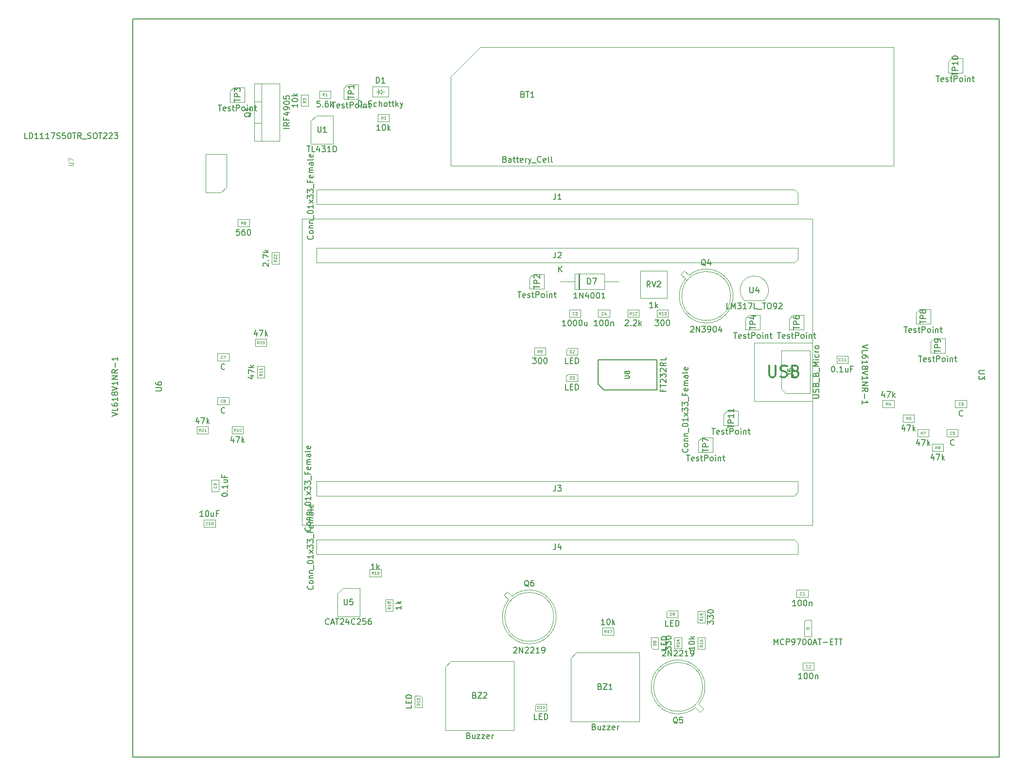
<source format=gbr>
%TF.GenerationSoftware,KiCad,Pcbnew,(6.0.2)*%
%TF.CreationDate,2022-03-20T20:15:49+02:00*%
%TF.ProjectId,main,6d61696e-2e6b-4696-9361-645f70636258,rev?*%
%TF.SameCoordinates,Original*%
%TF.FileFunction,AssemblyDrawing,Top*%
%FSLAX46Y46*%
G04 Gerber Fmt 4.6, Leading zero omitted, Abs format (unit mm)*
G04 Created by KiCad (PCBNEW (6.0.2)) date 2022-03-20 20:15:49*
%MOMM*%
%LPD*%
G01*
G04 APERTURE LIST*
%TA.AperFunction,Profile*%
%ADD10C,0.200000*%
%TD*%
%ADD11C,0.100000*%
%ADD12C,0.300000*%
%ADD13C,0.150000*%
%ADD14C,0.080000*%
%ADD15C,0.050000*%
%ADD16C,0.120000*%
G04 APERTURE END LIST*
D10*
X210820000Y-15748000D02*
X59944000Y-15748000D01*
X59944000Y-15748000D02*
X59944000Y-144272000D01*
X59944000Y-144272000D02*
X210820000Y-144272000D01*
X210820000Y-144272000D02*
X210820000Y-15748000D01*
D11*
X178378000Y-50550000D02*
X178378000Y-103890000D01*
X89478000Y-103890000D02*
X89478000Y-50550000D01*
X89478000Y-50550000D02*
X178378000Y-50550000D01*
X178378000Y-103890000D02*
X89478000Y-103890000D01*
X168218000Y-72140000D02*
X178378000Y-72140000D01*
X178378000Y-72140000D02*
X178378000Y-82300000D01*
X178378000Y-82300000D02*
X168218000Y-82300000D01*
X168218000Y-82300000D02*
X168218000Y-72140000D01*
D12*
X170774190Y-76124761D02*
X170774190Y-77743809D01*
X170869428Y-77934285D01*
X170964666Y-78029523D01*
X171155142Y-78124761D01*
X171536095Y-78124761D01*
X171726571Y-78029523D01*
X171821809Y-77934285D01*
X171917047Y-77743809D01*
X171917047Y-76124761D01*
X172774190Y-78029523D02*
X173059904Y-78124761D01*
X173536095Y-78124761D01*
X173726571Y-78029523D01*
X173821809Y-77934285D01*
X173917047Y-77743809D01*
X173917047Y-77553333D01*
X173821809Y-77362857D01*
X173726571Y-77267619D01*
X173536095Y-77172380D01*
X173155142Y-77077142D01*
X172964666Y-76981904D01*
X172869428Y-76886666D01*
X172774190Y-76696190D01*
X172774190Y-76505714D01*
X172869428Y-76315238D01*
X172964666Y-76220000D01*
X173155142Y-76124761D01*
X173631333Y-76124761D01*
X173917047Y-76220000D01*
X175440857Y-77077142D02*
X175726571Y-77172380D01*
X175821809Y-77267619D01*
X175917047Y-77458095D01*
X175917047Y-77743809D01*
X175821809Y-77934285D01*
X175726571Y-78029523D01*
X175536095Y-78124761D01*
X174774190Y-78124761D01*
X174774190Y-76124761D01*
X175440857Y-76124761D01*
X175631333Y-76220000D01*
X175726571Y-76315238D01*
X175821809Y-76505714D01*
X175821809Y-76696190D01*
X175726571Y-76886666D01*
X175631333Y-76981904D01*
X175440857Y-77077142D01*
X174774190Y-77077142D01*
D13*
%TO.C,TP10*%
X199866666Y-25658380D02*
X200438095Y-25658380D01*
X200152380Y-26658380D02*
X200152380Y-25658380D01*
X201152380Y-26610761D02*
X201057142Y-26658380D01*
X200866666Y-26658380D01*
X200771428Y-26610761D01*
X200723809Y-26515523D01*
X200723809Y-26134571D01*
X200771428Y-26039333D01*
X200866666Y-25991714D01*
X201057142Y-25991714D01*
X201152380Y-26039333D01*
X201200000Y-26134571D01*
X201200000Y-26229809D01*
X200723809Y-26325047D01*
X201580952Y-26610761D02*
X201676190Y-26658380D01*
X201866666Y-26658380D01*
X201961904Y-26610761D01*
X202009523Y-26515523D01*
X202009523Y-26467904D01*
X201961904Y-26372666D01*
X201866666Y-26325047D01*
X201723809Y-26325047D01*
X201628571Y-26277428D01*
X201580952Y-26182190D01*
X201580952Y-26134571D01*
X201628571Y-26039333D01*
X201723809Y-25991714D01*
X201866666Y-25991714D01*
X201961904Y-26039333D01*
X202295238Y-25991714D02*
X202676190Y-25991714D01*
X202438095Y-25658380D02*
X202438095Y-26515523D01*
X202485714Y-26610761D01*
X202580952Y-26658380D01*
X202676190Y-26658380D01*
X203009523Y-26658380D02*
X203009523Y-25658380D01*
X203390476Y-25658380D01*
X203485714Y-25706000D01*
X203533333Y-25753619D01*
X203580952Y-25848857D01*
X203580952Y-25991714D01*
X203533333Y-26086952D01*
X203485714Y-26134571D01*
X203390476Y-26182190D01*
X203009523Y-26182190D01*
X204152380Y-26658380D02*
X204057142Y-26610761D01*
X204009523Y-26563142D01*
X203961904Y-26467904D01*
X203961904Y-26182190D01*
X204009523Y-26086952D01*
X204057142Y-26039333D01*
X204152380Y-25991714D01*
X204295238Y-25991714D01*
X204390476Y-26039333D01*
X204438095Y-26086952D01*
X204485714Y-26182190D01*
X204485714Y-26467904D01*
X204438095Y-26563142D01*
X204390476Y-26610761D01*
X204295238Y-26658380D01*
X204152380Y-26658380D01*
X204914285Y-26658380D02*
X204914285Y-25991714D01*
X204914285Y-25658380D02*
X204866666Y-25706000D01*
X204914285Y-25753619D01*
X204961904Y-25706000D01*
X204914285Y-25658380D01*
X204914285Y-25753619D01*
X205390476Y-25991714D02*
X205390476Y-26658380D01*
X205390476Y-26086952D02*
X205438095Y-26039333D01*
X205533333Y-25991714D01*
X205676190Y-25991714D01*
X205771428Y-26039333D01*
X205819047Y-26134571D01*
X205819047Y-26658380D01*
X206152380Y-25991714D02*
X206533333Y-25991714D01*
X206295238Y-25658380D02*
X206295238Y-26515523D01*
X206342857Y-26610761D01*
X206438095Y-26658380D01*
X206533333Y-26658380D01*
X202652380Y-25614095D02*
X202652380Y-25042666D01*
X203652380Y-25328380D02*
X202652380Y-25328380D01*
X203652380Y-24709333D02*
X202652380Y-24709333D01*
X202652380Y-24328380D01*
X202700000Y-24233142D01*
X202747619Y-24185523D01*
X202842857Y-24137904D01*
X202985714Y-24137904D01*
X203080952Y-24185523D01*
X203128571Y-24233142D01*
X203176190Y-24328380D01*
X203176190Y-24709333D01*
X203652380Y-23185523D02*
X203652380Y-23756952D01*
X203652380Y-23471238D02*
X202652380Y-23471238D01*
X202795238Y-23566476D01*
X202890476Y-23661714D01*
X202938095Y-23756952D01*
X202652380Y-22566476D02*
X202652380Y-22471238D01*
X202700000Y-22376000D01*
X202747619Y-22328380D01*
X202842857Y-22280761D01*
X203033333Y-22233142D01*
X203271428Y-22233142D01*
X203461904Y-22280761D01*
X203557142Y-22328380D01*
X203604761Y-22376000D01*
X203652380Y-22471238D01*
X203652380Y-22566476D01*
X203604761Y-22661714D01*
X203557142Y-22709333D01*
X203461904Y-22756952D01*
X203271428Y-22804571D01*
X203033333Y-22804571D01*
X202842857Y-22756952D01*
X202747619Y-22709333D01*
X202700000Y-22661714D01*
X202652380Y-22566476D01*
%TO.C,D10*%
X130421142Y-137738380D02*
X129944952Y-137738380D01*
X129944952Y-136738380D01*
X130754476Y-137214571D02*
X131087809Y-137214571D01*
X131230666Y-137738380D02*
X130754476Y-137738380D01*
X130754476Y-136738380D01*
X131230666Y-136738380D01*
X131659238Y-137738380D02*
X131659238Y-136738380D01*
X131897333Y-136738380D01*
X132040190Y-136786000D01*
X132135428Y-136881238D01*
X132183047Y-136976476D01*
X132230666Y-137166952D01*
X132230666Y-137309809D01*
X132183047Y-137500285D01*
X132135428Y-137595523D01*
X132040190Y-137690761D01*
X131897333Y-137738380D01*
X131659238Y-137738380D01*
D14*
X130456857Y-135862190D02*
X130456857Y-135362190D01*
X130575904Y-135362190D01*
X130647333Y-135386000D01*
X130694952Y-135433619D01*
X130718761Y-135481238D01*
X130742571Y-135576476D01*
X130742571Y-135647904D01*
X130718761Y-135743142D01*
X130694952Y-135790761D01*
X130647333Y-135838380D01*
X130575904Y-135862190D01*
X130456857Y-135862190D01*
X131218761Y-135862190D02*
X130933047Y-135862190D01*
X131075904Y-135862190D02*
X131075904Y-135362190D01*
X131028285Y-135433619D01*
X130980666Y-135481238D01*
X130933047Y-135505047D01*
X131528285Y-135362190D02*
X131575904Y-135362190D01*
X131623523Y-135386000D01*
X131647333Y-135409809D01*
X131671142Y-135457428D01*
X131694952Y-135552666D01*
X131694952Y-135671714D01*
X131671142Y-135766952D01*
X131647333Y-135814571D01*
X131623523Y-135838380D01*
X131575904Y-135862190D01*
X131528285Y-135862190D01*
X131480666Y-135838380D01*
X131456857Y-135814571D01*
X131433047Y-135766952D01*
X131409238Y-135671714D01*
X131409238Y-135552666D01*
X131433047Y-135457428D01*
X131456857Y-135409809D01*
X131480666Y-135386000D01*
X131528285Y-135362190D01*
D13*
%TO.C,C9*%
X75484380Y-98666857D02*
X75484380Y-98571619D01*
X75532000Y-98476380D01*
X75579619Y-98428761D01*
X75674857Y-98381142D01*
X75865333Y-98333523D01*
X76103428Y-98333523D01*
X76293904Y-98381142D01*
X76389142Y-98428761D01*
X76436761Y-98476380D01*
X76484380Y-98571619D01*
X76484380Y-98666857D01*
X76436761Y-98762095D01*
X76389142Y-98809714D01*
X76293904Y-98857333D01*
X76103428Y-98904952D01*
X75865333Y-98904952D01*
X75674857Y-98857333D01*
X75579619Y-98809714D01*
X75532000Y-98762095D01*
X75484380Y-98666857D01*
X76389142Y-97904952D02*
X76436761Y-97857333D01*
X76484380Y-97904952D01*
X76436761Y-97952571D01*
X76389142Y-97904952D01*
X76484380Y-97904952D01*
X76484380Y-96904952D02*
X76484380Y-97476380D01*
X76484380Y-97190666D02*
X75484380Y-97190666D01*
X75627238Y-97285904D01*
X75722476Y-97381142D01*
X75770095Y-97476380D01*
X75817714Y-96047809D02*
X76484380Y-96047809D01*
X75817714Y-96476380D02*
X76341523Y-96476380D01*
X76436761Y-96428761D01*
X76484380Y-96333523D01*
X76484380Y-96190666D01*
X76436761Y-96095428D01*
X76389142Y-96047809D01*
X75960571Y-95238285D02*
X75960571Y-95571619D01*
X76484380Y-95571619D02*
X75484380Y-95571619D01*
X75484380Y-95095428D01*
D14*
X74530571Y-97107333D02*
X74554380Y-97131142D01*
X74578190Y-97202571D01*
X74578190Y-97250190D01*
X74554380Y-97321619D01*
X74506761Y-97369238D01*
X74459142Y-97393047D01*
X74363904Y-97416857D01*
X74292476Y-97416857D01*
X74197238Y-97393047D01*
X74149619Y-97369238D01*
X74102000Y-97321619D01*
X74078190Y-97250190D01*
X74078190Y-97202571D01*
X74102000Y-97131142D01*
X74125809Y-97107333D01*
X74578190Y-96869238D02*
X74578190Y-96774000D01*
X74554380Y-96726380D01*
X74530571Y-96702571D01*
X74459142Y-96654952D01*
X74363904Y-96631142D01*
X74173428Y-96631142D01*
X74125809Y-96654952D01*
X74102000Y-96678761D01*
X74078190Y-96726380D01*
X74078190Y-96821619D01*
X74102000Y-96869238D01*
X74125809Y-96893047D01*
X74173428Y-96916857D01*
X74292476Y-96916857D01*
X74340095Y-96893047D01*
X74363904Y-96869238D01*
X74387714Y-96821619D01*
X74387714Y-96726380D01*
X74363904Y-96678761D01*
X74340095Y-96654952D01*
X74292476Y-96631142D01*
D13*
%TO.C,C7*%
X76023023Y-76713142D02*
X75975404Y-76760761D01*
X75832547Y-76808380D01*
X75737309Y-76808380D01*
X75594452Y-76760761D01*
X75499214Y-76665523D01*
X75451595Y-76570285D01*
X75403976Y-76379809D01*
X75403976Y-76236952D01*
X75451595Y-76046476D01*
X75499214Y-75951238D01*
X75594452Y-75856000D01*
X75737309Y-75808380D01*
X75832547Y-75808380D01*
X75975404Y-75856000D01*
X76023023Y-75903619D01*
D14*
X75630166Y-74854571D02*
X75606357Y-74878380D01*
X75534928Y-74902190D01*
X75487309Y-74902190D01*
X75415880Y-74878380D01*
X75368261Y-74830761D01*
X75344452Y-74783142D01*
X75320642Y-74687904D01*
X75320642Y-74616476D01*
X75344452Y-74521238D01*
X75368261Y-74473619D01*
X75415880Y-74426000D01*
X75487309Y-74402190D01*
X75534928Y-74402190D01*
X75606357Y-74426000D01*
X75630166Y-74449809D01*
X75796833Y-74402190D02*
X76130166Y-74402190D01*
X75915880Y-74902190D01*
D13*
%TO.C,C1*%
X175459452Y-117960380D02*
X174888023Y-117960380D01*
X175173738Y-117960380D02*
X175173738Y-116960380D01*
X175078500Y-117103238D01*
X174983261Y-117198476D01*
X174888023Y-117246095D01*
X176078500Y-116960380D02*
X176173738Y-116960380D01*
X176268976Y-117008000D01*
X176316595Y-117055619D01*
X176364214Y-117150857D01*
X176411833Y-117341333D01*
X176411833Y-117579428D01*
X176364214Y-117769904D01*
X176316595Y-117865142D01*
X176268976Y-117912761D01*
X176173738Y-117960380D01*
X176078500Y-117960380D01*
X175983261Y-117912761D01*
X175935642Y-117865142D01*
X175888023Y-117769904D01*
X175840404Y-117579428D01*
X175840404Y-117341333D01*
X175888023Y-117150857D01*
X175935642Y-117055619D01*
X175983261Y-117008000D01*
X176078500Y-116960380D01*
X177030880Y-116960380D02*
X177126119Y-116960380D01*
X177221357Y-117008000D01*
X177268976Y-117055619D01*
X177316595Y-117150857D01*
X177364214Y-117341333D01*
X177364214Y-117579428D01*
X177316595Y-117769904D01*
X177268976Y-117865142D01*
X177221357Y-117912761D01*
X177126119Y-117960380D01*
X177030880Y-117960380D01*
X176935642Y-117912761D01*
X176888023Y-117865142D01*
X176840404Y-117769904D01*
X176792785Y-117579428D01*
X176792785Y-117341333D01*
X176840404Y-117150857D01*
X176888023Y-117055619D01*
X176935642Y-117008000D01*
X177030880Y-116960380D01*
X177792785Y-117293714D02*
X177792785Y-117960380D01*
X177792785Y-117388952D02*
X177840404Y-117341333D01*
X177935642Y-117293714D01*
X178078500Y-117293714D01*
X178173738Y-117341333D01*
X178221357Y-117436571D01*
X178221357Y-117960380D01*
D14*
X176495166Y-116006571D02*
X176471357Y-116030380D01*
X176399928Y-116054190D01*
X176352309Y-116054190D01*
X176280880Y-116030380D01*
X176233261Y-115982761D01*
X176209452Y-115935142D01*
X176185642Y-115839904D01*
X176185642Y-115768476D01*
X176209452Y-115673238D01*
X176233261Y-115625619D01*
X176280880Y-115578000D01*
X176352309Y-115554190D01*
X176399928Y-115554190D01*
X176471357Y-115578000D01*
X176495166Y-115601809D01*
X176971357Y-116054190D02*
X176685642Y-116054190D01*
X176828500Y-116054190D02*
X176828500Y-115554190D01*
X176780880Y-115625619D01*
X176733261Y-115673238D01*
X176685642Y-115697047D01*
D13*
%TO.C,C3*%
X135380761Y-69192380D02*
X134809333Y-69192380D01*
X135095047Y-69192380D02*
X135095047Y-68192380D01*
X134999809Y-68335238D01*
X134904571Y-68430476D01*
X134809333Y-68478095D01*
X135999809Y-68192380D02*
X136095047Y-68192380D01*
X136190285Y-68240000D01*
X136237904Y-68287619D01*
X136285523Y-68382857D01*
X136333142Y-68573333D01*
X136333142Y-68811428D01*
X136285523Y-69001904D01*
X136237904Y-69097142D01*
X136190285Y-69144761D01*
X136095047Y-69192380D01*
X135999809Y-69192380D01*
X135904571Y-69144761D01*
X135856952Y-69097142D01*
X135809333Y-69001904D01*
X135761714Y-68811428D01*
X135761714Y-68573333D01*
X135809333Y-68382857D01*
X135856952Y-68287619D01*
X135904571Y-68240000D01*
X135999809Y-68192380D01*
X136952190Y-68192380D02*
X137047428Y-68192380D01*
X137142666Y-68240000D01*
X137190285Y-68287619D01*
X137237904Y-68382857D01*
X137285523Y-68573333D01*
X137285523Y-68811428D01*
X137237904Y-69001904D01*
X137190285Y-69097142D01*
X137142666Y-69144761D01*
X137047428Y-69192380D01*
X136952190Y-69192380D01*
X136856952Y-69144761D01*
X136809333Y-69097142D01*
X136761714Y-69001904D01*
X136714095Y-68811428D01*
X136714095Y-68573333D01*
X136761714Y-68382857D01*
X136809333Y-68287619D01*
X136856952Y-68240000D01*
X136952190Y-68192380D01*
X137904571Y-68192380D02*
X137999809Y-68192380D01*
X138095047Y-68240000D01*
X138142666Y-68287619D01*
X138190285Y-68382857D01*
X138237904Y-68573333D01*
X138237904Y-68811428D01*
X138190285Y-69001904D01*
X138142666Y-69097142D01*
X138095047Y-69144761D01*
X137999809Y-69192380D01*
X137904571Y-69192380D01*
X137809333Y-69144761D01*
X137761714Y-69097142D01*
X137714095Y-69001904D01*
X137666476Y-68811428D01*
X137666476Y-68573333D01*
X137714095Y-68382857D01*
X137761714Y-68287619D01*
X137809333Y-68240000D01*
X137904571Y-68192380D01*
X139095047Y-68525714D02*
X139095047Y-69192380D01*
X138666476Y-68525714D02*
X138666476Y-69049523D01*
X138714095Y-69144761D01*
X138809333Y-69192380D01*
X138952190Y-69192380D01*
X139047428Y-69144761D01*
X139095047Y-69097142D01*
D14*
X136892666Y-67238571D02*
X136868857Y-67262380D01*
X136797428Y-67286190D01*
X136749809Y-67286190D01*
X136678380Y-67262380D01*
X136630761Y-67214761D01*
X136606952Y-67167142D01*
X136583142Y-67071904D01*
X136583142Y-67000476D01*
X136606952Y-66905238D01*
X136630761Y-66857619D01*
X136678380Y-66810000D01*
X136749809Y-66786190D01*
X136797428Y-66786190D01*
X136868857Y-66810000D01*
X136892666Y-66833809D01*
X137059333Y-66786190D02*
X137368857Y-66786190D01*
X137202190Y-66976666D01*
X137273619Y-66976666D01*
X137321238Y-67000476D01*
X137345047Y-67024285D01*
X137368857Y-67071904D01*
X137368857Y-67190952D01*
X137345047Y-67238571D01*
X137321238Y-67262380D01*
X137273619Y-67286190D01*
X137130761Y-67286190D01*
X137083142Y-67262380D01*
X137059333Y-67238571D01*
D13*
%TO.C,R3*%
X88702380Y-30551238D02*
X88702380Y-31122666D01*
X88702380Y-30836952D02*
X87702380Y-30836952D01*
X87845238Y-30932190D01*
X87940476Y-31027428D01*
X87988095Y-31122666D01*
X87702380Y-29932190D02*
X87702380Y-29836952D01*
X87750000Y-29741714D01*
X87797619Y-29694095D01*
X87892857Y-29646476D01*
X88083333Y-29598857D01*
X88321428Y-29598857D01*
X88511904Y-29646476D01*
X88607142Y-29694095D01*
X88654761Y-29741714D01*
X88702380Y-29836952D01*
X88702380Y-29932190D01*
X88654761Y-30027428D01*
X88607142Y-30075047D01*
X88511904Y-30122666D01*
X88321428Y-30170285D01*
X88083333Y-30170285D01*
X87892857Y-30122666D01*
X87797619Y-30075047D01*
X87750000Y-30027428D01*
X87702380Y-29932190D01*
X88702380Y-29170285D02*
X87702380Y-29170285D01*
X88321428Y-29075047D02*
X88702380Y-28789333D01*
X88035714Y-28789333D02*
X88416666Y-29170285D01*
D14*
X90126190Y-30039333D02*
X89888095Y-30206000D01*
X90126190Y-30325047D02*
X89626190Y-30325047D01*
X89626190Y-30134571D01*
X89650000Y-30086952D01*
X89673809Y-30063142D01*
X89721428Y-30039333D01*
X89792857Y-30039333D01*
X89840476Y-30063142D01*
X89864285Y-30086952D01*
X89888095Y-30134571D01*
X89888095Y-30325047D01*
X89626190Y-29872666D02*
X89626190Y-29563142D01*
X89816666Y-29729809D01*
X89816666Y-29658380D01*
X89840476Y-29610761D01*
X89864285Y-29586952D01*
X89911904Y-29563142D01*
X90030952Y-29563142D01*
X90078571Y-29586952D01*
X90102380Y-29610761D01*
X90126190Y-29658380D01*
X90126190Y-29801238D01*
X90102380Y-29848857D01*
X90078571Y-29872666D01*
D13*
%TO.C,C5*%
X203001523Y-89921142D02*
X202953904Y-89968761D01*
X202811047Y-90016380D01*
X202715809Y-90016380D01*
X202572952Y-89968761D01*
X202477714Y-89873523D01*
X202430095Y-89778285D01*
X202382476Y-89587809D01*
X202382476Y-89444952D01*
X202430095Y-89254476D01*
X202477714Y-89159238D01*
X202572952Y-89064000D01*
X202715809Y-89016380D01*
X202811047Y-89016380D01*
X202953904Y-89064000D01*
X203001523Y-89111619D01*
D14*
X202608666Y-88062571D02*
X202584857Y-88086380D01*
X202513428Y-88110190D01*
X202465809Y-88110190D01*
X202394380Y-88086380D01*
X202346761Y-88038761D01*
X202322952Y-87991142D01*
X202299142Y-87895904D01*
X202299142Y-87824476D01*
X202322952Y-87729238D01*
X202346761Y-87681619D01*
X202394380Y-87634000D01*
X202465809Y-87610190D01*
X202513428Y-87610190D01*
X202584857Y-87634000D01*
X202608666Y-87657809D01*
X203061047Y-87610190D02*
X202822952Y-87610190D01*
X202799142Y-87848285D01*
X202822952Y-87824476D01*
X202870571Y-87800666D01*
X202989619Y-87800666D01*
X203037238Y-87824476D01*
X203061047Y-87848285D01*
X203084857Y-87895904D01*
X203084857Y-88014952D01*
X203061047Y-88062571D01*
X203037238Y-88086380D01*
X202989619Y-88110190D01*
X202870571Y-88110190D01*
X202822952Y-88086380D01*
X202799142Y-88062571D01*
D13*
%TO.C,TP3*%
X74882666Y-30738380D02*
X75454095Y-30738380D01*
X75168380Y-31738380D02*
X75168380Y-30738380D01*
X76168380Y-31690761D02*
X76073142Y-31738380D01*
X75882666Y-31738380D01*
X75787428Y-31690761D01*
X75739809Y-31595523D01*
X75739809Y-31214571D01*
X75787428Y-31119333D01*
X75882666Y-31071714D01*
X76073142Y-31071714D01*
X76168380Y-31119333D01*
X76216000Y-31214571D01*
X76216000Y-31309809D01*
X75739809Y-31405047D01*
X76596952Y-31690761D02*
X76692190Y-31738380D01*
X76882666Y-31738380D01*
X76977904Y-31690761D01*
X77025523Y-31595523D01*
X77025523Y-31547904D01*
X76977904Y-31452666D01*
X76882666Y-31405047D01*
X76739809Y-31405047D01*
X76644571Y-31357428D01*
X76596952Y-31262190D01*
X76596952Y-31214571D01*
X76644571Y-31119333D01*
X76739809Y-31071714D01*
X76882666Y-31071714D01*
X76977904Y-31119333D01*
X77311238Y-31071714D02*
X77692190Y-31071714D01*
X77454095Y-30738380D02*
X77454095Y-31595523D01*
X77501714Y-31690761D01*
X77596952Y-31738380D01*
X77692190Y-31738380D01*
X78025523Y-31738380D02*
X78025523Y-30738380D01*
X78406476Y-30738380D01*
X78501714Y-30786000D01*
X78549333Y-30833619D01*
X78596952Y-30928857D01*
X78596952Y-31071714D01*
X78549333Y-31166952D01*
X78501714Y-31214571D01*
X78406476Y-31262190D01*
X78025523Y-31262190D01*
X79168380Y-31738380D02*
X79073142Y-31690761D01*
X79025523Y-31643142D01*
X78977904Y-31547904D01*
X78977904Y-31262190D01*
X79025523Y-31166952D01*
X79073142Y-31119333D01*
X79168380Y-31071714D01*
X79311238Y-31071714D01*
X79406476Y-31119333D01*
X79454095Y-31166952D01*
X79501714Y-31262190D01*
X79501714Y-31547904D01*
X79454095Y-31643142D01*
X79406476Y-31690761D01*
X79311238Y-31738380D01*
X79168380Y-31738380D01*
X79930285Y-31738380D02*
X79930285Y-31071714D01*
X79930285Y-30738380D02*
X79882666Y-30786000D01*
X79930285Y-30833619D01*
X79977904Y-30786000D01*
X79930285Y-30738380D01*
X79930285Y-30833619D01*
X80406476Y-31071714D02*
X80406476Y-31738380D01*
X80406476Y-31166952D02*
X80454095Y-31119333D01*
X80549333Y-31071714D01*
X80692190Y-31071714D01*
X80787428Y-31119333D01*
X80835047Y-31214571D01*
X80835047Y-31738380D01*
X81168380Y-31071714D02*
X81549333Y-31071714D01*
X81311238Y-30738380D02*
X81311238Y-31595523D01*
X81358857Y-31690761D01*
X81454095Y-31738380D01*
X81549333Y-31738380D01*
X77668380Y-30217904D02*
X77668380Y-29646476D01*
X78668380Y-29932190D02*
X77668380Y-29932190D01*
X78668380Y-29313142D02*
X77668380Y-29313142D01*
X77668380Y-28932190D01*
X77716000Y-28836952D01*
X77763619Y-28789333D01*
X77858857Y-28741714D01*
X78001714Y-28741714D01*
X78096952Y-28789333D01*
X78144571Y-28836952D01*
X78192190Y-28932190D01*
X78192190Y-29313142D01*
X77668380Y-28408380D02*
X77668380Y-27789333D01*
X78049333Y-28122666D01*
X78049333Y-27979809D01*
X78096952Y-27884571D01*
X78144571Y-27836952D01*
X78239809Y-27789333D01*
X78477904Y-27789333D01*
X78573142Y-27836952D01*
X78620761Y-27884571D01*
X78668380Y-27979809D01*
X78668380Y-28265523D01*
X78620761Y-28360761D01*
X78573142Y-28408380D01*
%TO.C,U2*%
X171635047Y-124710380D02*
X171635047Y-123710380D01*
X171968380Y-124424666D01*
X172301714Y-123710380D01*
X172301714Y-124710380D01*
X173349333Y-124615142D02*
X173301714Y-124662761D01*
X173158857Y-124710380D01*
X173063619Y-124710380D01*
X172920761Y-124662761D01*
X172825523Y-124567523D01*
X172777904Y-124472285D01*
X172730285Y-124281809D01*
X172730285Y-124138952D01*
X172777904Y-123948476D01*
X172825523Y-123853238D01*
X172920761Y-123758000D01*
X173063619Y-123710380D01*
X173158857Y-123710380D01*
X173301714Y-123758000D01*
X173349333Y-123805619D01*
X173777904Y-124710380D02*
X173777904Y-123710380D01*
X174158857Y-123710380D01*
X174254095Y-123758000D01*
X174301714Y-123805619D01*
X174349333Y-123900857D01*
X174349333Y-124043714D01*
X174301714Y-124138952D01*
X174254095Y-124186571D01*
X174158857Y-124234190D01*
X173777904Y-124234190D01*
X174825523Y-124710380D02*
X175016000Y-124710380D01*
X175111238Y-124662761D01*
X175158857Y-124615142D01*
X175254095Y-124472285D01*
X175301714Y-124281809D01*
X175301714Y-123900857D01*
X175254095Y-123805619D01*
X175206476Y-123758000D01*
X175111238Y-123710380D01*
X174920761Y-123710380D01*
X174825523Y-123758000D01*
X174777904Y-123805619D01*
X174730285Y-123900857D01*
X174730285Y-124138952D01*
X174777904Y-124234190D01*
X174825523Y-124281809D01*
X174920761Y-124329428D01*
X175111238Y-124329428D01*
X175206476Y-124281809D01*
X175254095Y-124234190D01*
X175301714Y-124138952D01*
X175635047Y-123710380D02*
X176301714Y-123710380D01*
X175873142Y-124710380D01*
X176873142Y-123710380D02*
X176968380Y-123710380D01*
X177063619Y-123758000D01*
X177111238Y-123805619D01*
X177158857Y-123900857D01*
X177206476Y-124091333D01*
X177206476Y-124329428D01*
X177158857Y-124519904D01*
X177111238Y-124615142D01*
X177063619Y-124662761D01*
X176968380Y-124710380D01*
X176873142Y-124710380D01*
X176777904Y-124662761D01*
X176730285Y-124615142D01*
X176682666Y-124519904D01*
X176635047Y-124329428D01*
X176635047Y-124091333D01*
X176682666Y-123900857D01*
X176730285Y-123805619D01*
X176777904Y-123758000D01*
X176873142Y-123710380D01*
X177825523Y-123710380D02*
X177920761Y-123710380D01*
X178016000Y-123758000D01*
X178063619Y-123805619D01*
X178111238Y-123900857D01*
X178158857Y-124091333D01*
X178158857Y-124329428D01*
X178111238Y-124519904D01*
X178063619Y-124615142D01*
X178016000Y-124662761D01*
X177920761Y-124710380D01*
X177825523Y-124710380D01*
X177730285Y-124662761D01*
X177682666Y-124615142D01*
X177635047Y-124519904D01*
X177587428Y-124329428D01*
X177587428Y-124091333D01*
X177635047Y-123900857D01*
X177682666Y-123805619D01*
X177730285Y-123758000D01*
X177825523Y-123710380D01*
X178539809Y-124424666D02*
X179016000Y-124424666D01*
X178444571Y-124710380D02*
X178777904Y-123710380D01*
X179111238Y-124710380D01*
X179301714Y-123710380D02*
X179873142Y-123710380D01*
X179587428Y-124710380D02*
X179587428Y-123710380D01*
X180206476Y-124329428D02*
X180968380Y-124329428D01*
X181444571Y-124186571D02*
X181777904Y-124186571D01*
X181920761Y-124710380D02*
X181444571Y-124710380D01*
X181444571Y-123710380D01*
X181920761Y-123710380D01*
X182206476Y-123710380D02*
X182777904Y-123710380D01*
X182492190Y-124710380D02*
X182492190Y-123710380D01*
X182968380Y-123710380D02*
X183539809Y-123710380D01*
X183254095Y-124710380D02*
X183254095Y-123710380D01*
D15*
X177272190Y-121682761D02*
X177272190Y-121941809D01*
X177287428Y-121972285D01*
X177302666Y-121987523D01*
X177333142Y-122002761D01*
X177394095Y-122002761D01*
X177424571Y-121987523D01*
X177439809Y-121972285D01*
X177455047Y-121941809D01*
X177455047Y-121682761D01*
X177592190Y-121713238D02*
X177607428Y-121698000D01*
X177637904Y-121682761D01*
X177714095Y-121682761D01*
X177744571Y-121698000D01*
X177759809Y-121713238D01*
X177775047Y-121743714D01*
X177775047Y-121774190D01*
X177759809Y-121819904D01*
X177576952Y-122002761D01*
X177775047Y-122002761D01*
D13*
%TO.C,U8*%
X152298571Y-80299428D02*
X152298571Y-80632761D01*
X152822380Y-80632761D02*
X151822380Y-80632761D01*
X151822380Y-80156571D01*
X151822380Y-79918476D02*
X151822380Y-79347047D01*
X152822380Y-79632761D02*
X151822380Y-79632761D01*
X151917619Y-79061333D02*
X151870000Y-79013714D01*
X151822380Y-78918476D01*
X151822380Y-78680380D01*
X151870000Y-78585142D01*
X151917619Y-78537523D01*
X152012857Y-78489904D01*
X152108095Y-78489904D01*
X152250952Y-78537523D01*
X152822380Y-79108952D01*
X152822380Y-78489904D01*
X151822380Y-78156571D02*
X151822380Y-77537523D01*
X152203333Y-77870857D01*
X152203333Y-77728000D01*
X152250952Y-77632761D01*
X152298571Y-77585142D01*
X152393809Y-77537523D01*
X152631904Y-77537523D01*
X152727142Y-77585142D01*
X152774761Y-77632761D01*
X152822380Y-77728000D01*
X152822380Y-78013714D01*
X152774761Y-78108952D01*
X152727142Y-78156571D01*
X151917619Y-77156571D02*
X151870000Y-77108952D01*
X151822380Y-77013714D01*
X151822380Y-76775619D01*
X151870000Y-76680380D01*
X151917619Y-76632761D01*
X152012857Y-76585142D01*
X152108095Y-76585142D01*
X152250952Y-76632761D01*
X152822380Y-77204190D01*
X152822380Y-76585142D01*
X152822380Y-75585142D02*
X152346190Y-75918476D01*
X152822380Y-76156571D02*
X151822380Y-76156571D01*
X151822380Y-75775619D01*
X151870000Y-75680380D01*
X151917619Y-75632761D01*
X152012857Y-75585142D01*
X152155714Y-75585142D01*
X152250952Y-75632761D01*
X152298571Y-75680380D01*
X152346190Y-75775619D01*
X152346190Y-76156571D01*
X152822380Y-74680380D02*
X152822380Y-75156571D01*
X151822380Y-75156571D01*
X145681904Y-78337523D02*
X146329523Y-78337523D01*
X146405714Y-78299428D01*
X146443809Y-78261333D01*
X146481904Y-78185142D01*
X146481904Y-78032761D01*
X146443809Y-77956571D01*
X146405714Y-77918476D01*
X146329523Y-77880380D01*
X145681904Y-77880380D01*
X146024761Y-77385142D02*
X145986666Y-77461333D01*
X145948571Y-77499428D01*
X145872380Y-77537523D01*
X145834285Y-77537523D01*
X145758095Y-77499428D01*
X145720000Y-77461333D01*
X145681904Y-77385142D01*
X145681904Y-77232761D01*
X145720000Y-77156571D01*
X145758095Y-77118476D01*
X145834285Y-77080380D01*
X145872380Y-77080380D01*
X145948571Y-77118476D01*
X145986666Y-77156571D01*
X146024761Y-77232761D01*
X146024761Y-77385142D01*
X146062857Y-77461333D01*
X146100952Y-77499428D01*
X146177142Y-77537523D01*
X146329523Y-77537523D01*
X146405714Y-77499428D01*
X146443809Y-77461333D01*
X146481904Y-77385142D01*
X146481904Y-77232761D01*
X146443809Y-77156571D01*
X146405714Y-77118476D01*
X146329523Y-77080380D01*
X146177142Y-77080380D01*
X146100952Y-77118476D01*
X146062857Y-77156571D01*
X146024761Y-77232761D01*
%TO.C,R12*%
X145731238Y-68257619D02*
X145778857Y-68210000D01*
X145874095Y-68162380D01*
X146112190Y-68162380D01*
X146207428Y-68210000D01*
X146255047Y-68257619D01*
X146302666Y-68352857D01*
X146302666Y-68448095D01*
X146255047Y-68590952D01*
X145683619Y-69162380D01*
X146302666Y-69162380D01*
X146731238Y-69067142D02*
X146778857Y-69114761D01*
X146731238Y-69162380D01*
X146683619Y-69114761D01*
X146731238Y-69067142D01*
X146731238Y-69162380D01*
X147159809Y-68257619D02*
X147207428Y-68210000D01*
X147302666Y-68162380D01*
X147540761Y-68162380D01*
X147636000Y-68210000D01*
X147683619Y-68257619D01*
X147731238Y-68352857D01*
X147731238Y-68448095D01*
X147683619Y-68590952D01*
X147112190Y-69162380D01*
X147731238Y-69162380D01*
X148159809Y-69162380D02*
X148159809Y-68162380D01*
X148255047Y-68781428D02*
X148540761Y-69162380D01*
X148540761Y-68495714D02*
X148159809Y-68876666D01*
D14*
X146814571Y-67286190D02*
X146647904Y-67048095D01*
X146528857Y-67286190D02*
X146528857Y-66786190D01*
X146719333Y-66786190D01*
X146766952Y-66810000D01*
X146790761Y-66833809D01*
X146814571Y-66881428D01*
X146814571Y-66952857D01*
X146790761Y-67000476D01*
X146766952Y-67024285D01*
X146719333Y-67048095D01*
X146528857Y-67048095D01*
X147290761Y-67286190D02*
X147005047Y-67286190D01*
X147147904Y-67286190D02*
X147147904Y-66786190D01*
X147100285Y-66857619D01*
X147052666Y-66905238D01*
X147005047Y-66929047D01*
X147481238Y-66833809D02*
X147505047Y-66810000D01*
X147552666Y-66786190D01*
X147671714Y-66786190D01*
X147719333Y-66810000D01*
X147743142Y-66833809D01*
X147766952Y-66881428D01*
X147766952Y-66929047D01*
X147743142Y-67000476D01*
X147457428Y-67286190D01*
X147766952Y-67286190D01*
D13*
%TO.C,R9*%
X199461523Y-91859714D02*
X199461523Y-92526380D01*
X199223428Y-91478761D02*
X198985333Y-92193047D01*
X199604380Y-92193047D01*
X199890095Y-91526380D02*
X200556761Y-91526380D01*
X200128190Y-92526380D01*
X200937714Y-92526380D02*
X200937714Y-91526380D01*
X201032952Y-92145428D02*
X201318666Y-92526380D01*
X201318666Y-91859714D02*
X200937714Y-92240666D01*
D14*
X200068666Y-90650190D02*
X199902000Y-90412095D01*
X199782952Y-90650190D02*
X199782952Y-90150190D01*
X199973428Y-90150190D01*
X200021047Y-90174000D01*
X200044857Y-90197809D01*
X200068666Y-90245428D01*
X200068666Y-90316857D01*
X200044857Y-90364476D01*
X200021047Y-90388285D01*
X199973428Y-90412095D01*
X199782952Y-90412095D01*
X200306761Y-90650190D02*
X200402000Y-90650190D01*
X200449619Y-90626380D01*
X200473428Y-90602571D01*
X200521047Y-90531142D01*
X200544857Y-90435904D01*
X200544857Y-90245428D01*
X200521047Y-90197809D01*
X200497238Y-90174000D01*
X200449619Y-90150190D01*
X200354380Y-90150190D01*
X200306761Y-90174000D01*
X200282952Y-90197809D01*
X200259142Y-90245428D01*
X200259142Y-90364476D01*
X200282952Y-90412095D01*
X200306761Y-90435904D01*
X200354380Y-90459714D01*
X200449619Y-90459714D01*
X200497238Y-90435904D01*
X200521047Y-90412095D01*
X200544857Y-90364476D01*
D13*
%TO.C,R10*%
X77525523Y-88811714D02*
X77525523Y-89478380D01*
X77287428Y-88430761D02*
X77049333Y-89145047D01*
X77668380Y-89145047D01*
X77954095Y-88478380D02*
X78620761Y-88478380D01*
X78192190Y-89478380D01*
X79001714Y-89478380D02*
X79001714Y-88478380D01*
X79096952Y-89097428D02*
X79382666Y-89478380D01*
X79382666Y-88811714D02*
X79001714Y-89192666D01*
D14*
X77894571Y-87602190D02*
X77727904Y-87364095D01*
X77608857Y-87602190D02*
X77608857Y-87102190D01*
X77799333Y-87102190D01*
X77846952Y-87126000D01*
X77870761Y-87149809D01*
X77894571Y-87197428D01*
X77894571Y-87268857D01*
X77870761Y-87316476D01*
X77846952Y-87340285D01*
X77799333Y-87364095D01*
X77608857Y-87364095D01*
X78370761Y-87602190D02*
X78085047Y-87602190D01*
X78227904Y-87602190D02*
X78227904Y-87102190D01*
X78180285Y-87173619D01*
X78132666Y-87221238D01*
X78085047Y-87245047D01*
X78680285Y-87102190D02*
X78727904Y-87102190D01*
X78775523Y-87126000D01*
X78799333Y-87149809D01*
X78823142Y-87197428D01*
X78846952Y-87292666D01*
X78846952Y-87411714D01*
X78823142Y-87506952D01*
X78799333Y-87554571D01*
X78775523Y-87578380D01*
X78727904Y-87602190D01*
X78680285Y-87602190D01*
X78632666Y-87578380D01*
X78608857Y-87554571D01*
X78585047Y-87506952D01*
X78561238Y-87411714D01*
X78561238Y-87292666D01*
X78585047Y-87197428D01*
X78608857Y-87149809D01*
X78632666Y-87126000D01*
X78680285Y-87102190D01*
D13*
%TO.C,TP2*%
X127038666Y-63254380D02*
X127610095Y-63254380D01*
X127324380Y-64254380D02*
X127324380Y-63254380D01*
X128324380Y-64206761D02*
X128229142Y-64254380D01*
X128038666Y-64254380D01*
X127943428Y-64206761D01*
X127895809Y-64111523D01*
X127895809Y-63730571D01*
X127943428Y-63635333D01*
X128038666Y-63587714D01*
X128229142Y-63587714D01*
X128324380Y-63635333D01*
X128372000Y-63730571D01*
X128372000Y-63825809D01*
X127895809Y-63921047D01*
X128752952Y-64206761D02*
X128848190Y-64254380D01*
X129038666Y-64254380D01*
X129133904Y-64206761D01*
X129181523Y-64111523D01*
X129181523Y-64063904D01*
X129133904Y-63968666D01*
X129038666Y-63921047D01*
X128895809Y-63921047D01*
X128800571Y-63873428D01*
X128752952Y-63778190D01*
X128752952Y-63730571D01*
X128800571Y-63635333D01*
X128895809Y-63587714D01*
X129038666Y-63587714D01*
X129133904Y-63635333D01*
X129467238Y-63587714D02*
X129848190Y-63587714D01*
X129610095Y-63254380D02*
X129610095Y-64111523D01*
X129657714Y-64206761D01*
X129752952Y-64254380D01*
X129848190Y-64254380D01*
X130181523Y-64254380D02*
X130181523Y-63254380D01*
X130562476Y-63254380D01*
X130657714Y-63302000D01*
X130705333Y-63349619D01*
X130752952Y-63444857D01*
X130752952Y-63587714D01*
X130705333Y-63682952D01*
X130657714Y-63730571D01*
X130562476Y-63778190D01*
X130181523Y-63778190D01*
X131324380Y-64254380D02*
X131229142Y-64206761D01*
X131181523Y-64159142D01*
X131133904Y-64063904D01*
X131133904Y-63778190D01*
X131181523Y-63682952D01*
X131229142Y-63635333D01*
X131324380Y-63587714D01*
X131467238Y-63587714D01*
X131562476Y-63635333D01*
X131610095Y-63682952D01*
X131657714Y-63778190D01*
X131657714Y-64063904D01*
X131610095Y-64159142D01*
X131562476Y-64206761D01*
X131467238Y-64254380D01*
X131324380Y-64254380D01*
X132086285Y-64254380D02*
X132086285Y-63587714D01*
X132086285Y-63254380D02*
X132038666Y-63302000D01*
X132086285Y-63349619D01*
X132133904Y-63302000D01*
X132086285Y-63254380D01*
X132086285Y-63349619D01*
X132562476Y-63587714D02*
X132562476Y-64254380D01*
X132562476Y-63682952D02*
X132610095Y-63635333D01*
X132705333Y-63587714D01*
X132848190Y-63587714D01*
X132943428Y-63635333D01*
X132991047Y-63730571D01*
X132991047Y-64254380D01*
X133324380Y-63587714D02*
X133705333Y-63587714D01*
X133467238Y-63254380D02*
X133467238Y-64111523D01*
X133514857Y-64206761D01*
X133610095Y-64254380D01*
X133705333Y-64254380D01*
X129824380Y-62733904D02*
X129824380Y-62162476D01*
X130824380Y-62448190D02*
X129824380Y-62448190D01*
X130824380Y-61829142D02*
X129824380Y-61829142D01*
X129824380Y-61448190D01*
X129872000Y-61352952D01*
X129919619Y-61305333D01*
X130014857Y-61257714D01*
X130157714Y-61257714D01*
X130252952Y-61305333D01*
X130300571Y-61352952D01*
X130348190Y-61448190D01*
X130348190Y-61829142D01*
X129919619Y-60876761D02*
X129872000Y-60829142D01*
X129824380Y-60733904D01*
X129824380Y-60495809D01*
X129872000Y-60400571D01*
X129919619Y-60352952D01*
X130014857Y-60305333D01*
X130110095Y-60305333D01*
X130252952Y-60352952D01*
X130824380Y-60924380D01*
X130824380Y-60305333D01*
%TO.C,TP1*%
X94694666Y-30230380D02*
X95266095Y-30230380D01*
X94980380Y-31230380D02*
X94980380Y-30230380D01*
X95980380Y-31182761D02*
X95885142Y-31230380D01*
X95694666Y-31230380D01*
X95599428Y-31182761D01*
X95551809Y-31087523D01*
X95551809Y-30706571D01*
X95599428Y-30611333D01*
X95694666Y-30563714D01*
X95885142Y-30563714D01*
X95980380Y-30611333D01*
X96028000Y-30706571D01*
X96028000Y-30801809D01*
X95551809Y-30897047D01*
X96408952Y-31182761D02*
X96504190Y-31230380D01*
X96694666Y-31230380D01*
X96789904Y-31182761D01*
X96837523Y-31087523D01*
X96837523Y-31039904D01*
X96789904Y-30944666D01*
X96694666Y-30897047D01*
X96551809Y-30897047D01*
X96456571Y-30849428D01*
X96408952Y-30754190D01*
X96408952Y-30706571D01*
X96456571Y-30611333D01*
X96551809Y-30563714D01*
X96694666Y-30563714D01*
X96789904Y-30611333D01*
X97123238Y-30563714D02*
X97504190Y-30563714D01*
X97266095Y-30230380D02*
X97266095Y-31087523D01*
X97313714Y-31182761D01*
X97408952Y-31230380D01*
X97504190Y-31230380D01*
X97837523Y-31230380D02*
X97837523Y-30230380D01*
X98218476Y-30230380D01*
X98313714Y-30278000D01*
X98361333Y-30325619D01*
X98408952Y-30420857D01*
X98408952Y-30563714D01*
X98361333Y-30658952D01*
X98313714Y-30706571D01*
X98218476Y-30754190D01*
X97837523Y-30754190D01*
X98980380Y-31230380D02*
X98885142Y-31182761D01*
X98837523Y-31135142D01*
X98789904Y-31039904D01*
X98789904Y-30754190D01*
X98837523Y-30658952D01*
X98885142Y-30611333D01*
X98980380Y-30563714D01*
X99123238Y-30563714D01*
X99218476Y-30611333D01*
X99266095Y-30658952D01*
X99313714Y-30754190D01*
X99313714Y-31039904D01*
X99266095Y-31135142D01*
X99218476Y-31182761D01*
X99123238Y-31230380D01*
X98980380Y-31230380D01*
X99742285Y-31230380D02*
X99742285Y-30563714D01*
X99742285Y-30230380D02*
X99694666Y-30278000D01*
X99742285Y-30325619D01*
X99789904Y-30278000D01*
X99742285Y-30230380D01*
X99742285Y-30325619D01*
X100218476Y-30563714D02*
X100218476Y-31230380D01*
X100218476Y-30658952D02*
X100266095Y-30611333D01*
X100361333Y-30563714D01*
X100504190Y-30563714D01*
X100599428Y-30611333D01*
X100647047Y-30706571D01*
X100647047Y-31230380D01*
X100980380Y-30563714D02*
X101361333Y-30563714D01*
X101123238Y-30230380D02*
X101123238Y-31087523D01*
X101170857Y-31182761D01*
X101266095Y-31230380D01*
X101361333Y-31230380D01*
X97480380Y-29709904D02*
X97480380Y-29138476D01*
X98480380Y-29424190D02*
X97480380Y-29424190D01*
X98480380Y-28805142D02*
X97480380Y-28805142D01*
X97480380Y-28424190D01*
X97528000Y-28328952D01*
X97575619Y-28281333D01*
X97670857Y-28233714D01*
X97813714Y-28233714D01*
X97908952Y-28281333D01*
X97956571Y-28328952D01*
X98004190Y-28424190D01*
X98004190Y-28805142D01*
X98480380Y-27281333D02*
X98480380Y-27852761D01*
X98480380Y-27567047D02*
X97480380Y-27567047D01*
X97623238Y-27662285D01*
X97718476Y-27757523D01*
X97766095Y-27852761D01*
%TO.C,R22*%
X82733619Y-58808761D02*
X82686000Y-58761142D01*
X82638380Y-58665904D01*
X82638380Y-58427809D01*
X82686000Y-58332571D01*
X82733619Y-58284952D01*
X82828857Y-58237333D01*
X82924095Y-58237333D01*
X83066952Y-58284952D01*
X83638380Y-58856380D01*
X83638380Y-58237333D01*
X83543142Y-57808761D02*
X83590761Y-57761142D01*
X83638380Y-57808761D01*
X83590761Y-57856380D01*
X83543142Y-57808761D01*
X83638380Y-57808761D01*
X82638380Y-57427809D02*
X82638380Y-56761142D01*
X83638380Y-57189714D01*
X83638380Y-56380190D02*
X82638380Y-56380190D01*
X83257428Y-56284952D02*
X83638380Y-55999238D01*
X82971714Y-55999238D02*
X83352666Y-56380190D01*
D14*
X85062190Y-57725428D02*
X84824095Y-57892095D01*
X85062190Y-58011142D02*
X84562190Y-58011142D01*
X84562190Y-57820666D01*
X84586000Y-57773047D01*
X84609809Y-57749238D01*
X84657428Y-57725428D01*
X84728857Y-57725428D01*
X84776476Y-57749238D01*
X84800285Y-57773047D01*
X84824095Y-57820666D01*
X84824095Y-58011142D01*
X84609809Y-57534952D02*
X84586000Y-57511142D01*
X84562190Y-57463523D01*
X84562190Y-57344476D01*
X84586000Y-57296857D01*
X84609809Y-57273047D01*
X84657428Y-57249238D01*
X84705047Y-57249238D01*
X84776476Y-57273047D01*
X85062190Y-57558761D01*
X85062190Y-57249238D01*
X84609809Y-57058761D02*
X84586000Y-57034952D01*
X84562190Y-56987333D01*
X84562190Y-56868285D01*
X84586000Y-56820666D01*
X84609809Y-56796857D01*
X84657428Y-56773047D01*
X84705047Y-56773047D01*
X84776476Y-56796857D01*
X85062190Y-57082571D01*
X85062190Y-56773047D01*
D13*
%TO.C,R16*%
X157806380Y-125055238D02*
X157806380Y-125626666D01*
X157806380Y-125340952D02*
X156806380Y-125340952D01*
X156949238Y-125436190D01*
X157044476Y-125531428D01*
X157092095Y-125626666D01*
X156806380Y-124436190D02*
X156806380Y-124340952D01*
X156854000Y-124245714D01*
X156901619Y-124198095D01*
X156996857Y-124150476D01*
X157187333Y-124102857D01*
X157425428Y-124102857D01*
X157615904Y-124150476D01*
X157711142Y-124198095D01*
X157758761Y-124245714D01*
X157806380Y-124340952D01*
X157806380Y-124436190D01*
X157758761Y-124531428D01*
X157711142Y-124579047D01*
X157615904Y-124626666D01*
X157425428Y-124674285D01*
X157187333Y-124674285D01*
X156996857Y-124626666D01*
X156901619Y-124579047D01*
X156854000Y-124531428D01*
X156806380Y-124436190D01*
X157806380Y-123674285D02*
X156806380Y-123674285D01*
X157425428Y-123579047D02*
X157806380Y-123293333D01*
X157139714Y-123293333D02*
X157520666Y-123674285D01*
D14*
X159230190Y-124781428D02*
X158992095Y-124948095D01*
X159230190Y-125067142D02*
X158730190Y-125067142D01*
X158730190Y-124876666D01*
X158754000Y-124829047D01*
X158777809Y-124805238D01*
X158825428Y-124781428D01*
X158896857Y-124781428D01*
X158944476Y-124805238D01*
X158968285Y-124829047D01*
X158992095Y-124876666D01*
X158992095Y-125067142D01*
X159230190Y-124305238D02*
X159230190Y-124590952D01*
X159230190Y-124448095D02*
X158730190Y-124448095D01*
X158801619Y-124495714D01*
X158849238Y-124543333D01*
X158873047Y-124590952D01*
X158730190Y-123876666D02*
X158730190Y-123971904D01*
X158754000Y-124019523D01*
X158777809Y-124043333D01*
X158849238Y-124090952D01*
X158944476Y-124114761D01*
X159134952Y-124114761D01*
X159182571Y-124090952D01*
X159206380Y-124067142D01*
X159230190Y-124019523D01*
X159230190Y-123924285D01*
X159206380Y-123876666D01*
X159182571Y-123852857D01*
X159134952Y-123829047D01*
X159015904Y-123829047D01*
X158968285Y-123852857D01*
X158944476Y-123876666D01*
X158920666Y-123924285D01*
X158920666Y-124019523D01*
X158944476Y-124067142D01*
X158968285Y-124090952D01*
X159015904Y-124114761D01*
D13*
%TO.C,R4*%
X190841523Y-80939714D02*
X190841523Y-81606380D01*
X190603428Y-80558761D02*
X190365333Y-81273047D01*
X190984380Y-81273047D01*
X191270095Y-80606380D02*
X191936761Y-80606380D01*
X191508190Y-81606380D01*
X192317714Y-81606380D02*
X192317714Y-80606380D01*
X192412952Y-81225428D02*
X192698666Y-81606380D01*
X192698666Y-80939714D02*
X192317714Y-81320666D01*
D14*
X191448666Y-83030190D02*
X191282000Y-82792095D01*
X191162952Y-83030190D02*
X191162952Y-82530190D01*
X191353428Y-82530190D01*
X191401047Y-82554000D01*
X191424857Y-82577809D01*
X191448666Y-82625428D01*
X191448666Y-82696857D01*
X191424857Y-82744476D01*
X191401047Y-82768285D01*
X191353428Y-82792095D01*
X191162952Y-82792095D01*
X191877238Y-82696857D02*
X191877238Y-83030190D01*
X191758190Y-82506380D02*
X191639142Y-82863523D01*
X191948666Y-82863523D01*
D13*
%TO.C,R15*%
X160090380Y-121173714D02*
X160090380Y-120554666D01*
X160471333Y-120888000D01*
X160471333Y-120745142D01*
X160518952Y-120649904D01*
X160566571Y-120602285D01*
X160661809Y-120554666D01*
X160899904Y-120554666D01*
X160995142Y-120602285D01*
X161042761Y-120649904D01*
X161090380Y-120745142D01*
X161090380Y-121030857D01*
X161042761Y-121126095D01*
X160995142Y-121173714D01*
X160090380Y-120221333D02*
X160090380Y-119602285D01*
X160471333Y-119935619D01*
X160471333Y-119792761D01*
X160518952Y-119697523D01*
X160566571Y-119649904D01*
X160661809Y-119602285D01*
X160899904Y-119602285D01*
X160995142Y-119649904D01*
X161042761Y-119697523D01*
X161090380Y-119792761D01*
X161090380Y-120078476D01*
X161042761Y-120173714D01*
X160995142Y-120221333D01*
X160090380Y-118983238D02*
X160090380Y-118888000D01*
X160138000Y-118792761D01*
X160185619Y-118745142D01*
X160280857Y-118697523D01*
X160471333Y-118649904D01*
X160709428Y-118649904D01*
X160899904Y-118697523D01*
X160995142Y-118745142D01*
X161042761Y-118792761D01*
X161090380Y-118888000D01*
X161090380Y-118983238D01*
X161042761Y-119078476D01*
X160995142Y-119126095D01*
X160899904Y-119173714D01*
X160709428Y-119221333D01*
X160471333Y-119221333D01*
X160280857Y-119173714D01*
X160185619Y-119126095D01*
X160138000Y-119078476D01*
X160090380Y-118983238D01*
D14*
X159214190Y-120209428D02*
X158976095Y-120376095D01*
X159214190Y-120495142D02*
X158714190Y-120495142D01*
X158714190Y-120304666D01*
X158738000Y-120257047D01*
X158761809Y-120233238D01*
X158809428Y-120209428D01*
X158880857Y-120209428D01*
X158928476Y-120233238D01*
X158952285Y-120257047D01*
X158976095Y-120304666D01*
X158976095Y-120495142D01*
X159214190Y-119733238D02*
X159214190Y-120018952D01*
X159214190Y-119876095D02*
X158714190Y-119876095D01*
X158785619Y-119923714D01*
X158833238Y-119971333D01*
X158857047Y-120018952D01*
X158714190Y-119280857D02*
X158714190Y-119518952D01*
X158952285Y-119542761D01*
X158928476Y-119518952D01*
X158904666Y-119471333D01*
X158904666Y-119352285D01*
X158928476Y-119304666D01*
X158952285Y-119280857D01*
X158999904Y-119257047D01*
X159118952Y-119257047D01*
X159166571Y-119280857D01*
X159190380Y-119304666D01*
X159214190Y-119352285D01*
X159214190Y-119471333D01*
X159190380Y-119518952D01*
X159166571Y-119542761D01*
D13*
%TO.C,C6*%
X204504023Y-84841142D02*
X204456404Y-84888761D01*
X204313547Y-84936380D01*
X204218309Y-84936380D01*
X204075452Y-84888761D01*
X203980214Y-84793523D01*
X203932595Y-84698285D01*
X203884976Y-84507809D01*
X203884976Y-84364952D01*
X203932595Y-84174476D01*
X203980214Y-84079238D01*
X204075452Y-83984000D01*
X204218309Y-83936380D01*
X204313547Y-83936380D01*
X204456404Y-83984000D01*
X204504023Y-84031619D01*
D14*
X204111166Y-82982571D02*
X204087357Y-83006380D01*
X204015928Y-83030190D01*
X203968309Y-83030190D01*
X203896880Y-83006380D01*
X203849261Y-82958761D01*
X203825452Y-82911142D01*
X203801642Y-82815904D01*
X203801642Y-82744476D01*
X203825452Y-82649238D01*
X203849261Y-82601619D01*
X203896880Y-82554000D01*
X203968309Y-82530190D01*
X204015928Y-82530190D01*
X204087357Y-82554000D01*
X204111166Y-82577809D01*
X204539738Y-82530190D02*
X204444500Y-82530190D01*
X204396880Y-82554000D01*
X204373071Y-82577809D01*
X204325452Y-82649238D01*
X204301642Y-82744476D01*
X204301642Y-82934952D01*
X204325452Y-82982571D01*
X204349261Y-83006380D01*
X204396880Y-83030190D01*
X204492119Y-83030190D01*
X204539738Y-83006380D01*
X204563547Y-82982571D01*
X204587357Y-82934952D01*
X204587357Y-82815904D01*
X204563547Y-82768285D01*
X204539738Y-82744476D01*
X204492119Y-82720666D01*
X204396880Y-82720666D01*
X204349261Y-82744476D01*
X204325452Y-82768285D01*
X204301642Y-82815904D01*
D13*
%TO.C,C8*%
X76023023Y-84333142D02*
X75975404Y-84380761D01*
X75832547Y-84428380D01*
X75737309Y-84428380D01*
X75594452Y-84380761D01*
X75499214Y-84285523D01*
X75451595Y-84190285D01*
X75403976Y-83999809D01*
X75403976Y-83856952D01*
X75451595Y-83666476D01*
X75499214Y-83571238D01*
X75594452Y-83476000D01*
X75737309Y-83428380D01*
X75832547Y-83428380D01*
X75975404Y-83476000D01*
X76023023Y-83523619D01*
D14*
X75630166Y-82474571D02*
X75606357Y-82498380D01*
X75534928Y-82522190D01*
X75487309Y-82522190D01*
X75415880Y-82498380D01*
X75368261Y-82450761D01*
X75344452Y-82403142D01*
X75320642Y-82307904D01*
X75320642Y-82236476D01*
X75344452Y-82141238D01*
X75368261Y-82093619D01*
X75415880Y-82046000D01*
X75487309Y-82022190D01*
X75534928Y-82022190D01*
X75606357Y-82046000D01*
X75630166Y-82069809D01*
X75915880Y-82236476D02*
X75868261Y-82212666D01*
X75844452Y-82188857D01*
X75820642Y-82141238D01*
X75820642Y-82117428D01*
X75844452Y-82069809D01*
X75868261Y-82046000D01*
X75915880Y-82022190D01*
X76011119Y-82022190D01*
X76058738Y-82046000D01*
X76082547Y-82069809D01*
X76106357Y-82117428D01*
X76106357Y-82141238D01*
X76082547Y-82188857D01*
X76058738Y-82212666D01*
X76011119Y-82236476D01*
X75915880Y-82236476D01*
X75868261Y-82260285D01*
X75844452Y-82284095D01*
X75820642Y-82331714D01*
X75820642Y-82426952D01*
X75844452Y-82474571D01*
X75868261Y-82498380D01*
X75915880Y-82522190D01*
X76011119Y-82522190D01*
X76058738Y-82498380D01*
X76082547Y-82474571D01*
X76106357Y-82426952D01*
X76106357Y-82331714D01*
X76082547Y-82284095D01*
X76058738Y-82260285D01*
X76011119Y-82236476D01*
D13*
%TO.C,RV2*%
X150572952Y-66082380D02*
X150001523Y-66082380D01*
X150287238Y-66082380D02*
X150287238Y-65082380D01*
X150192000Y-65225238D01*
X150096761Y-65320476D01*
X150001523Y-65368095D01*
X151001523Y-66082380D02*
X151001523Y-65082380D01*
X151096761Y-65701428D02*
X151382476Y-66082380D01*
X151382476Y-65415714D02*
X151001523Y-65796666D01*
X150096761Y-62432380D02*
X149763428Y-61956190D01*
X149525333Y-62432380D02*
X149525333Y-61432380D01*
X149906285Y-61432380D01*
X150001523Y-61480000D01*
X150049142Y-61527619D01*
X150096761Y-61622857D01*
X150096761Y-61765714D01*
X150049142Y-61860952D01*
X150001523Y-61908571D01*
X149906285Y-61956190D01*
X149525333Y-61956190D01*
X150382476Y-61432380D02*
X150715809Y-62432380D01*
X151049142Y-61432380D01*
X151334857Y-61527619D02*
X151382476Y-61480000D01*
X151477714Y-61432380D01*
X151715809Y-61432380D01*
X151811047Y-61480000D01*
X151858666Y-61527619D01*
X151906285Y-61622857D01*
X151906285Y-61718095D01*
X151858666Y-61860952D01*
X151287238Y-62432380D01*
X151906285Y-62432380D01*
%TO.C,U7*%
X41664761Y-36592380D02*
X41188571Y-36592380D01*
X41188571Y-35592380D01*
X41998095Y-36592380D02*
X41998095Y-35592380D01*
X42236190Y-35592380D01*
X42379047Y-35640000D01*
X42474285Y-35735238D01*
X42521904Y-35830476D01*
X42569523Y-36020952D01*
X42569523Y-36163809D01*
X42521904Y-36354285D01*
X42474285Y-36449523D01*
X42379047Y-36544761D01*
X42236190Y-36592380D01*
X41998095Y-36592380D01*
X43521904Y-36592380D02*
X42950476Y-36592380D01*
X43236190Y-36592380D02*
X43236190Y-35592380D01*
X43140952Y-35735238D01*
X43045714Y-35830476D01*
X42950476Y-35878095D01*
X44474285Y-36592380D02*
X43902857Y-36592380D01*
X44188571Y-36592380D02*
X44188571Y-35592380D01*
X44093333Y-35735238D01*
X43998095Y-35830476D01*
X43902857Y-35878095D01*
X45426666Y-36592380D02*
X44855238Y-36592380D01*
X45140952Y-36592380D02*
X45140952Y-35592380D01*
X45045714Y-35735238D01*
X44950476Y-35830476D01*
X44855238Y-35878095D01*
X45760000Y-35592380D02*
X46426666Y-35592380D01*
X45998095Y-36592380D01*
X46760000Y-36544761D02*
X46902857Y-36592380D01*
X47140952Y-36592380D01*
X47236190Y-36544761D01*
X47283809Y-36497142D01*
X47331428Y-36401904D01*
X47331428Y-36306666D01*
X47283809Y-36211428D01*
X47236190Y-36163809D01*
X47140952Y-36116190D01*
X46950476Y-36068571D01*
X46855238Y-36020952D01*
X46807619Y-35973333D01*
X46760000Y-35878095D01*
X46760000Y-35782857D01*
X46807619Y-35687619D01*
X46855238Y-35640000D01*
X46950476Y-35592380D01*
X47188571Y-35592380D01*
X47331428Y-35640000D01*
X48236190Y-35592380D02*
X47760000Y-35592380D01*
X47712380Y-36068571D01*
X47760000Y-36020952D01*
X47855238Y-35973333D01*
X48093333Y-35973333D01*
X48188571Y-36020952D01*
X48236190Y-36068571D01*
X48283809Y-36163809D01*
X48283809Y-36401904D01*
X48236190Y-36497142D01*
X48188571Y-36544761D01*
X48093333Y-36592380D01*
X47855238Y-36592380D01*
X47760000Y-36544761D01*
X47712380Y-36497142D01*
X48902857Y-35592380D02*
X48998095Y-35592380D01*
X49093333Y-35640000D01*
X49140952Y-35687619D01*
X49188571Y-35782857D01*
X49236190Y-35973333D01*
X49236190Y-36211428D01*
X49188571Y-36401904D01*
X49140952Y-36497142D01*
X49093333Y-36544761D01*
X48998095Y-36592380D01*
X48902857Y-36592380D01*
X48807619Y-36544761D01*
X48760000Y-36497142D01*
X48712380Y-36401904D01*
X48664761Y-36211428D01*
X48664761Y-35973333D01*
X48712380Y-35782857D01*
X48760000Y-35687619D01*
X48807619Y-35640000D01*
X48902857Y-35592380D01*
X49521904Y-35592380D02*
X50093333Y-35592380D01*
X49807619Y-36592380D02*
X49807619Y-35592380D01*
X50998095Y-36592380D02*
X50664761Y-36116190D01*
X50426666Y-36592380D02*
X50426666Y-35592380D01*
X50807619Y-35592380D01*
X50902857Y-35640000D01*
X50950476Y-35687619D01*
X50998095Y-35782857D01*
X50998095Y-35925714D01*
X50950476Y-36020952D01*
X50902857Y-36068571D01*
X50807619Y-36116190D01*
X50426666Y-36116190D01*
X51188571Y-36687619D02*
X51950476Y-36687619D01*
X52140952Y-36544761D02*
X52283809Y-36592380D01*
X52521904Y-36592380D01*
X52617142Y-36544761D01*
X52664761Y-36497142D01*
X52712380Y-36401904D01*
X52712380Y-36306666D01*
X52664761Y-36211428D01*
X52617142Y-36163809D01*
X52521904Y-36116190D01*
X52331428Y-36068571D01*
X52236190Y-36020952D01*
X52188571Y-35973333D01*
X52140952Y-35878095D01*
X52140952Y-35782857D01*
X52188571Y-35687619D01*
X52236190Y-35640000D01*
X52331428Y-35592380D01*
X52569523Y-35592380D01*
X52712380Y-35640000D01*
X53331428Y-35592380D02*
X53521904Y-35592380D01*
X53617142Y-35640000D01*
X53712380Y-35735238D01*
X53760000Y-35925714D01*
X53760000Y-36259047D01*
X53712380Y-36449523D01*
X53617142Y-36544761D01*
X53521904Y-36592380D01*
X53331428Y-36592380D01*
X53236190Y-36544761D01*
X53140952Y-36449523D01*
X53093333Y-36259047D01*
X53093333Y-35925714D01*
X53140952Y-35735238D01*
X53236190Y-35640000D01*
X53331428Y-35592380D01*
X54045714Y-35592380D02*
X54617142Y-35592380D01*
X54331428Y-36592380D02*
X54331428Y-35592380D01*
X54902857Y-35687619D02*
X54950476Y-35640000D01*
X55045714Y-35592380D01*
X55283809Y-35592380D01*
X55379047Y-35640000D01*
X55426666Y-35687619D01*
X55474285Y-35782857D01*
X55474285Y-35878095D01*
X55426666Y-36020952D01*
X54855238Y-36592380D01*
X55474285Y-36592380D01*
X55855238Y-35687619D02*
X55902857Y-35640000D01*
X55998095Y-35592380D01*
X56236190Y-35592380D01*
X56331428Y-35640000D01*
X56379047Y-35687619D01*
X56426666Y-35782857D01*
X56426666Y-35878095D01*
X56379047Y-36020952D01*
X55807619Y-36592380D01*
X56426666Y-36592380D01*
X56760000Y-35592380D02*
X57379047Y-35592380D01*
X57045714Y-35973333D01*
X57188571Y-35973333D01*
X57283809Y-36020952D01*
X57331428Y-36068571D01*
X57379047Y-36163809D01*
X57379047Y-36401904D01*
X57331428Y-36497142D01*
X57283809Y-36544761D01*
X57188571Y-36592380D01*
X56902857Y-36592380D01*
X56807619Y-36544761D01*
X56760000Y-36497142D01*
D16*
X48821904Y-41249523D02*
X49469523Y-41249523D01*
X49545714Y-41211428D01*
X49583809Y-41173333D01*
X49621904Y-41097142D01*
X49621904Y-40944761D01*
X49583809Y-40868571D01*
X49545714Y-40830476D01*
X49469523Y-40792380D01*
X48821904Y-40792380D01*
X48821904Y-40487619D02*
X48821904Y-39954285D01*
X49621904Y-40297142D01*
D13*
%TO.C,U4*%
X163884666Y-66238380D02*
X163408476Y-66238380D01*
X163408476Y-65238380D01*
X164218000Y-66238380D02*
X164218000Y-65238380D01*
X164551333Y-65952666D01*
X164884666Y-65238380D01*
X164884666Y-66238380D01*
X165265619Y-65238380D02*
X165884666Y-65238380D01*
X165551333Y-65619333D01*
X165694190Y-65619333D01*
X165789428Y-65666952D01*
X165837047Y-65714571D01*
X165884666Y-65809809D01*
X165884666Y-66047904D01*
X165837047Y-66143142D01*
X165789428Y-66190761D01*
X165694190Y-66238380D01*
X165408476Y-66238380D01*
X165313238Y-66190761D01*
X165265619Y-66143142D01*
X166837047Y-66238380D02*
X166265619Y-66238380D01*
X166551333Y-66238380D02*
X166551333Y-65238380D01*
X166456095Y-65381238D01*
X166360857Y-65476476D01*
X166265619Y-65524095D01*
X167170380Y-65238380D02*
X167837047Y-65238380D01*
X167408476Y-66238380D01*
X168694190Y-66238380D02*
X168218000Y-66238380D01*
X168218000Y-65238380D01*
X168789428Y-66333619D02*
X169551333Y-66333619D01*
X169646571Y-65238380D02*
X170218000Y-65238380D01*
X169932285Y-66238380D02*
X169932285Y-65238380D01*
X170741809Y-65238380D02*
X170932285Y-65238380D01*
X171027523Y-65286000D01*
X171122761Y-65381238D01*
X171170380Y-65571714D01*
X171170380Y-65905047D01*
X171122761Y-66095523D01*
X171027523Y-66190761D01*
X170932285Y-66238380D01*
X170741809Y-66238380D01*
X170646571Y-66190761D01*
X170551333Y-66095523D01*
X170503714Y-65905047D01*
X170503714Y-65571714D01*
X170551333Y-65381238D01*
X170646571Y-65286000D01*
X170741809Y-65238380D01*
X171646571Y-66238380D02*
X171837047Y-66238380D01*
X171932285Y-66190761D01*
X171979904Y-66143142D01*
X172075142Y-66000285D01*
X172122761Y-65809809D01*
X172122761Y-65428857D01*
X172075142Y-65333619D01*
X172027523Y-65286000D01*
X171932285Y-65238380D01*
X171741809Y-65238380D01*
X171646571Y-65286000D01*
X171598952Y-65333619D01*
X171551333Y-65428857D01*
X171551333Y-65666952D01*
X171598952Y-65762190D01*
X171646571Y-65809809D01*
X171741809Y-65857428D01*
X171932285Y-65857428D01*
X172027523Y-65809809D01*
X172075142Y-65762190D01*
X172122761Y-65666952D01*
X172503714Y-65333619D02*
X172551333Y-65286000D01*
X172646571Y-65238380D01*
X172884666Y-65238380D01*
X172979904Y-65286000D01*
X173027523Y-65333619D01*
X173075142Y-65428857D01*
X173075142Y-65524095D01*
X173027523Y-65666952D01*
X172456095Y-66238380D01*
X173075142Y-66238380D01*
X167456095Y-62448380D02*
X167456095Y-63257904D01*
X167503714Y-63353142D01*
X167551333Y-63400761D01*
X167646571Y-63448380D01*
X167837047Y-63448380D01*
X167932285Y-63400761D01*
X167979904Y-63353142D01*
X168027523Y-63257904D01*
X168027523Y-62448380D01*
X168932285Y-62781714D02*
X168932285Y-63448380D01*
X168694190Y-62400761D02*
X168456095Y-63115047D01*
X169075142Y-63115047D01*
%TO.C,TP4*%
X164630666Y-70366380D02*
X165202095Y-70366380D01*
X164916380Y-71366380D02*
X164916380Y-70366380D01*
X165916380Y-71318761D02*
X165821142Y-71366380D01*
X165630666Y-71366380D01*
X165535428Y-71318761D01*
X165487809Y-71223523D01*
X165487809Y-70842571D01*
X165535428Y-70747333D01*
X165630666Y-70699714D01*
X165821142Y-70699714D01*
X165916380Y-70747333D01*
X165964000Y-70842571D01*
X165964000Y-70937809D01*
X165487809Y-71033047D01*
X166344952Y-71318761D02*
X166440190Y-71366380D01*
X166630666Y-71366380D01*
X166725904Y-71318761D01*
X166773523Y-71223523D01*
X166773523Y-71175904D01*
X166725904Y-71080666D01*
X166630666Y-71033047D01*
X166487809Y-71033047D01*
X166392571Y-70985428D01*
X166344952Y-70890190D01*
X166344952Y-70842571D01*
X166392571Y-70747333D01*
X166487809Y-70699714D01*
X166630666Y-70699714D01*
X166725904Y-70747333D01*
X167059238Y-70699714D02*
X167440190Y-70699714D01*
X167202095Y-70366380D02*
X167202095Y-71223523D01*
X167249714Y-71318761D01*
X167344952Y-71366380D01*
X167440190Y-71366380D01*
X167773523Y-71366380D02*
X167773523Y-70366380D01*
X168154476Y-70366380D01*
X168249714Y-70414000D01*
X168297333Y-70461619D01*
X168344952Y-70556857D01*
X168344952Y-70699714D01*
X168297333Y-70794952D01*
X168249714Y-70842571D01*
X168154476Y-70890190D01*
X167773523Y-70890190D01*
X168916380Y-71366380D02*
X168821142Y-71318761D01*
X168773523Y-71271142D01*
X168725904Y-71175904D01*
X168725904Y-70890190D01*
X168773523Y-70794952D01*
X168821142Y-70747333D01*
X168916380Y-70699714D01*
X169059238Y-70699714D01*
X169154476Y-70747333D01*
X169202095Y-70794952D01*
X169249714Y-70890190D01*
X169249714Y-71175904D01*
X169202095Y-71271142D01*
X169154476Y-71318761D01*
X169059238Y-71366380D01*
X168916380Y-71366380D01*
X169678285Y-71366380D02*
X169678285Y-70699714D01*
X169678285Y-70366380D02*
X169630666Y-70414000D01*
X169678285Y-70461619D01*
X169725904Y-70414000D01*
X169678285Y-70366380D01*
X169678285Y-70461619D01*
X170154476Y-70699714D02*
X170154476Y-71366380D01*
X170154476Y-70794952D02*
X170202095Y-70747333D01*
X170297333Y-70699714D01*
X170440190Y-70699714D01*
X170535428Y-70747333D01*
X170583047Y-70842571D01*
X170583047Y-71366380D01*
X170916380Y-70699714D02*
X171297333Y-70699714D01*
X171059238Y-70366380D02*
X171059238Y-71223523D01*
X171106857Y-71318761D01*
X171202095Y-71366380D01*
X171297333Y-71366380D01*
X167416380Y-69845904D02*
X167416380Y-69274476D01*
X168416380Y-69560190D02*
X167416380Y-69560190D01*
X168416380Y-68941142D02*
X167416380Y-68941142D01*
X167416380Y-68560190D01*
X167464000Y-68464952D01*
X167511619Y-68417333D01*
X167606857Y-68369714D01*
X167749714Y-68369714D01*
X167844952Y-68417333D01*
X167892571Y-68464952D01*
X167940190Y-68560190D01*
X167940190Y-68941142D01*
X167749714Y-67512571D02*
X168416380Y-67512571D01*
X167368761Y-67750666D02*
X168083047Y-67988761D01*
X168083047Y-67369714D01*
%TO.C,R17*%
X142152761Y-121230380D02*
X141581333Y-121230380D01*
X141867047Y-121230380D02*
X141867047Y-120230380D01*
X141771809Y-120373238D01*
X141676571Y-120468476D01*
X141581333Y-120516095D01*
X142771809Y-120230380D02*
X142867047Y-120230380D01*
X142962285Y-120278000D01*
X143009904Y-120325619D01*
X143057523Y-120420857D01*
X143105142Y-120611333D01*
X143105142Y-120849428D01*
X143057523Y-121039904D01*
X143009904Y-121135142D01*
X142962285Y-121182761D01*
X142867047Y-121230380D01*
X142771809Y-121230380D01*
X142676571Y-121182761D01*
X142628952Y-121135142D01*
X142581333Y-121039904D01*
X142533714Y-120849428D01*
X142533714Y-120611333D01*
X142581333Y-120420857D01*
X142628952Y-120325619D01*
X142676571Y-120278000D01*
X142771809Y-120230380D01*
X143533714Y-121230380D02*
X143533714Y-120230380D01*
X143628952Y-120849428D02*
X143914666Y-121230380D01*
X143914666Y-120563714D02*
X143533714Y-120944666D01*
D14*
X142426571Y-122654190D02*
X142259904Y-122416095D01*
X142140857Y-122654190D02*
X142140857Y-122154190D01*
X142331333Y-122154190D01*
X142378952Y-122178000D01*
X142402761Y-122201809D01*
X142426571Y-122249428D01*
X142426571Y-122320857D01*
X142402761Y-122368476D01*
X142378952Y-122392285D01*
X142331333Y-122416095D01*
X142140857Y-122416095D01*
X142902761Y-122654190D02*
X142617047Y-122654190D01*
X142759904Y-122654190D02*
X142759904Y-122154190D01*
X142712285Y-122225619D01*
X142664666Y-122273238D01*
X142617047Y-122297047D01*
X143069428Y-122154190D02*
X143402761Y-122154190D01*
X143188476Y-122654190D01*
D13*
%TO.C,J2*%
X156570142Y-90610714D02*
X156617761Y-90658333D01*
X156665380Y-90801190D01*
X156665380Y-90896428D01*
X156617761Y-91039285D01*
X156522523Y-91134523D01*
X156427285Y-91182142D01*
X156236809Y-91229761D01*
X156093952Y-91229761D01*
X155903476Y-91182142D01*
X155808238Y-91134523D01*
X155713000Y-91039285D01*
X155665380Y-90896428D01*
X155665380Y-90801190D01*
X155713000Y-90658333D01*
X155760619Y-90610714D01*
X156665380Y-90039285D02*
X156617761Y-90134523D01*
X156570142Y-90182142D01*
X156474904Y-90229761D01*
X156189190Y-90229761D01*
X156093952Y-90182142D01*
X156046333Y-90134523D01*
X155998714Y-90039285D01*
X155998714Y-89896428D01*
X156046333Y-89801190D01*
X156093952Y-89753571D01*
X156189190Y-89705952D01*
X156474904Y-89705952D01*
X156570142Y-89753571D01*
X156617761Y-89801190D01*
X156665380Y-89896428D01*
X156665380Y-90039285D01*
X155998714Y-89277380D02*
X156665380Y-89277380D01*
X156093952Y-89277380D02*
X156046333Y-89229761D01*
X155998714Y-89134523D01*
X155998714Y-88991666D01*
X156046333Y-88896428D01*
X156141571Y-88848809D01*
X156665380Y-88848809D01*
X155998714Y-88372619D02*
X156665380Y-88372619D01*
X156093952Y-88372619D02*
X156046333Y-88325000D01*
X155998714Y-88229761D01*
X155998714Y-88086904D01*
X156046333Y-87991666D01*
X156141571Y-87944047D01*
X156665380Y-87944047D01*
X156760619Y-87705952D02*
X156760619Y-86944047D01*
X155665380Y-86515476D02*
X155665380Y-86420238D01*
X155713000Y-86325000D01*
X155760619Y-86277380D01*
X155855857Y-86229761D01*
X156046333Y-86182142D01*
X156284428Y-86182142D01*
X156474904Y-86229761D01*
X156570142Y-86277380D01*
X156617761Y-86325000D01*
X156665380Y-86420238D01*
X156665380Y-86515476D01*
X156617761Y-86610714D01*
X156570142Y-86658333D01*
X156474904Y-86705952D01*
X156284428Y-86753571D01*
X156046333Y-86753571D01*
X155855857Y-86705952D01*
X155760619Y-86658333D01*
X155713000Y-86610714D01*
X155665380Y-86515476D01*
X156665380Y-85229761D02*
X156665380Y-85801190D01*
X156665380Y-85515476D02*
X155665380Y-85515476D01*
X155808238Y-85610714D01*
X155903476Y-85705952D01*
X155951095Y-85801190D01*
X156665380Y-84896428D02*
X155998714Y-84372619D01*
X155998714Y-84896428D02*
X156665380Y-84372619D01*
X155665380Y-84086904D02*
X155665380Y-83467857D01*
X156046333Y-83801190D01*
X156046333Y-83658333D01*
X156093952Y-83563095D01*
X156141571Y-83515476D01*
X156236809Y-83467857D01*
X156474904Y-83467857D01*
X156570142Y-83515476D01*
X156617761Y-83563095D01*
X156665380Y-83658333D01*
X156665380Y-83944047D01*
X156617761Y-84039285D01*
X156570142Y-84086904D01*
X155665380Y-83134523D02*
X155665380Y-82515476D01*
X156046333Y-82848809D01*
X156046333Y-82705952D01*
X156093952Y-82610714D01*
X156141571Y-82563095D01*
X156236809Y-82515476D01*
X156474904Y-82515476D01*
X156570142Y-82563095D01*
X156617761Y-82610714D01*
X156665380Y-82705952D01*
X156665380Y-82991666D01*
X156617761Y-83086904D01*
X156570142Y-83134523D01*
X156760619Y-82325000D02*
X156760619Y-81563095D01*
X156141571Y-80991666D02*
X156141571Y-81325000D01*
X156665380Y-81325000D02*
X155665380Y-81325000D01*
X155665380Y-80848809D01*
X156617761Y-80086904D02*
X156665380Y-80182142D01*
X156665380Y-80372619D01*
X156617761Y-80467857D01*
X156522523Y-80515476D01*
X156141571Y-80515476D01*
X156046333Y-80467857D01*
X155998714Y-80372619D01*
X155998714Y-80182142D01*
X156046333Y-80086904D01*
X156141571Y-80039285D01*
X156236809Y-80039285D01*
X156332047Y-80515476D01*
X156665380Y-79610714D02*
X155998714Y-79610714D01*
X156093952Y-79610714D02*
X156046333Y-79563095D01*
X155998714Y-79467857D01*
X155998714Y-79325000D01*
X156046333Y-79229761D01*
X156141571Y-79182142D01*
X156665380Y-79182142D01*
X156141571Y-79182142D02*
X156046333Y-79134523D01*
X155998714Y-79039285D01*
X155998714Y-78896428D01*
X156046333Y-78801190D01*
X156141571Y-78753571D01*
X156665380Y-78753571D01*
X156665380Y-77848809D02*
X156141571Y-77848809D01*
X156046333Y-77896428D01*
X155998714Y-77991666D01*
X155998714Y-78182142D01*
X156046333Y-78277380D01*
X156617761Y-77848809D02*
X156665380Y-77944047D01*
X156665380Y-78182142D01*
X156617761Y-78277380D01*
X156522523Y-78325000D01*
X156427285Y-78325000D01*
X156332047Y-78277380D01*
X156284428Y-78182142D01*
X156284428Y-77944047D01*
X156236809Y-77848809D01*
X156665380Y-77229761D02*
X156617761Y-77325000D01*
X156522523Y-77372619D01*
X155665380Y-77372619D01*
X156617761Y-76467857D02*
X156665380Y-76563095D01*
X156665380Y-76753571D01*
X156617761Y-76848809D01*
X156522523Y-76896428D01*
X156141571Y-76896428D01*
X156046333Y-76848809D01*
X155998714Y-76753571D01*
X155998714Y-76563095D01*
X156046333Y-76467857D01*
X156141571Y-76420238D01*
X156236809Y-76420238D01*
X156332047Y-76896428D01*
X133594666Y-56377380D02*
X133594666Y-57091666D01*
X133547047Y-57234523D01*
X133451809Y-57329761D01*
X133308952Y-57377380D01*
X133213714Y-57377380D01*
X134023238Y-56472619D02*
X134070857Y-56425000D01*
X134166095Y-56377380D01*
X134404190Y-56377380D01*
X134499428Y-56425000D01*
X134547047Y-56472619D01*
X134594666Y-56567857D01*
X134594666Y-56663095D01*
X134547047Y-56805952D01*
X133975619Y-57377380D01*
X134594666Y-57377380D01*
%TO.C,D11*%
X108530380Y-135262857D02*
X108530380Y-135739047D01*
X107530380Y-135739047D01*
X108006571Y-134929523D02*
X108006571Y-134596190D01*
X108530380Y-134453333D02*
X108530380Y-134929523D01*
X107530380Y-134929523D01*
X107530380Y-134453333D01*
X108530380Y-134024761D02*
X107530380Y-134024761D01*
X107530380Y-133786666D01*
X107578000Y-133643809D01*
X107673238Y-133548571D01*
X107768476Y-133500952D01*
X107958952Y-133453333D01*
X108101809Y-133453333D01*
X108292285Y-133500952D01*
X108387523Y-133548571D01*
X108482761Y-133643809D01*
X108530380Y-133786666D01*
X108530380Y-134024761D01*
D14*
X109954190Y-135227142D02*
X109454190Y-135227142D01*
X109454190Y-135108095D01*
X109478000Y-135036666D01*
X109525619Y-134989047D01*
X109573238Y-134965238D01*
X109668476Y-134941428D01*
X109739904Y-134941428D01*
X109835142Y-134965238D01*
X109882761Y-134989047D01*
X109930380Y-135036666D01*
X109954190Y-135108095D01*
X109954190Y-135227142D01*
X109954190Y-134465238D02*
X109954190Y-134750952D01*
X109954190Y-134608095D02*
X109454190Y-134608095D01*
X109525619Y-134655714D01*
X109573238Y-134703333D01*
X109597047Y-134750952D01*
X109954190Y-133989047D02*
X109954190Y-134274761D01*
X109954190Y-134131904D02*
X109454190Y-134131904D01*
X109525619Y-134179523D01*
X109573238Y-134227142D01*
X109597047Y-134274761D01*
D13*
%TO.C,Q1*%
X87264380Y-34837333D02*
X86264380Y-34837333D01*
X87264380Y-33789714D02*
X86788190Y-34123047D01*
X87264380Y-34361142D02*
X86264380Y-34361142D01*
X86264380Y-33980190D01*
X86312000Y-33884952D01*
X86359619Y-33837333D01*
X86454857Y-33789714D01*
X86597714Y-33789714D01*
X86692952Y-33837333D01*
X86740571Y-33884952D01*
X86788190Y-33980190D01*
X86788190Y-34361142D01*
X86740571Y-33027809D02*
X86740571Y-33361142D01*
X87264380Y-33361142D02*
X86264380Y-33361142D01*
X86264380Y-32884952D01*
X86597714Y-32075428D02*
X87264380Y-32075428D01*
X86216761Y-32313523D02*
X86931047Y-32551619D01*
X86931047Y-31932571D01*
X87264380Y-31504000D02*
X87264380Y-31313523D01*
X87216761Y-31218285D01*
X87169142Y-31170666D01*
X87026285Y-31075428D01*
X86835809Y-31027809D01*
X86454857Y-31027809D01*
X86359619Y-31075428D01*
X86312000Y-31123047D01*
X86264380Y-31218285D01*
X86264380Y-31408761D01*
X86312000Y-31504000D01*
X86359619Y-31551619D01*
X86454857Y-31599238D01*
X86692952Y-31599238D01*
X86788190Y-31551619D01*
X86835809Y-31504000D01*
X86883428Y-31408761D01*
X86883428Y-31218285D01*
X86835809Y-31123047D01*
X86788190Y-31075428D01*
X86692952Y-31027809D01*
X86264380Y-30408761D02*
X86264380Y-30313523D01*
X86312000Y-30218285D01*
X86359619Y-30170666D01*
X86454857Y-30123047D01*
X86645333Y-30075428D01*
X86883428Y-30075428D01*
X87073904Y-30123047D01*
X87169142Y-30170666D01*
X87216761Y-30218285D01*
X87264380Y-30313523D01*
X87264380Y-30408761D01*
X87216761Y-30504000D01*
X87169142Y-30551619D01*
X87073904Y-30599238D01*
X86883428Y-30646857D01*
X86645333Y-30646857D01*
X86454857Y-30599238D01*
X86359619Y-30551619D01*
X86312000Y-30504000D01*
X86264380Y-30408761D01*
X86264380Y-29170666D02*
X86264380Y-29646857D01*
X86740571Y-29694476D01*
X86692952Y-29646857D01*
X86645333Y-29551619D01*
X86645333Y-29313523D01*
X86692952Y-29218285D01*
X86740571Y-29170666D01*
X86835809Y-29123047D01*
X87073904Y-29123047D01*
X87169142Y-29170666D01*
X87216761Y-29218285D01*
X87264380Y-29313523D01*
X87264380Y-29551619D01*
X87216761Y-29646857D01*
X87169142Y-29694476D01*
X80589619Y-32099238D02*
X80542000Y-32194476D01*
X80446761Y-32289714D01*
X80303904Y-32432571D01*
X80256285Y-32527809D01*
X80256285Y-32623047D01*
X80494380Y-32575428D02*
X80446761Y-32670666D01*
X80351523Y-32765904D01*
X80161047Y-32813523D01*
X79827714Y-32813523D01*
X79637238Y-32765904D01*
X79542000Y-32670666D01*
X79494380Y-32575428D01*
X79494380Y-32384952D01*
X79542000Y-32289714D01*
X79637238Y-32194476D01*
X79827714Y-32146857D01*
X80161047Y-32146857D01*
X80351523Y-32194476D01*
X80446761Y-32289714D01*
X80494380Y-32384952D01*
X80494380Y-32575428D01*
X80494380Y-31194476D02*
X80494380Y-31765904D01*
X80494380Y-31480190D02*
X79494380Y-31480190D01*
X79637238Y-31575428D01*
X79732476Y-31670666D01*
X79780095Y-31765904D01*
%TO.C,BT1*%
X124787238Y-40180571D02*
X124930095Y-40228190D01*
X124977714Y-40275809D01*
X125025333Y-40371047D01*
X125025333Y-40513904D01*
X124977714Y-40609142D01*
X124930095Y-40656761D01*
X124834857Y-40704380D01*
X124453904Y-40704380D01*
X124453904Y-39704380D01*
X124787238Y-39704380D01*
X124882476Y-39752000D01*
X124930095Y-39799619D01*
X124977714Y-39894857D01*
X124977714Y-39990095D01*
X124930095Y-40085333D01*
X124882476Y-40132952D01*
X124787238Y-40180571D01*
X124453904Y-40180571D01*
X125882476Y-40704380D02*
X125882476Y-40180571D01*
X125834857Y-40085333D01*
X125739619Y-40037714D01*
X125549142Y-40037714D01*
X125453904Y-40085333D01*
X125882476Y-40656761D02*
X125787238Y-40704380D01*
X125549142Y-40704380D01*
X125453904Y-40656761D01*
X125406285Y-40561523D01*
X125406285Y-40466285D01*
X125453904Y-40371047D01*
X125549142Y-40323428D01*
X125787238Y-40323428D01*
X125882476Y-40275809D01*
X126215809Y-40037714D02*
X126596761Y-40037714D01*
X126358666Y-39704380D02*
X126358666Y-40561523D01*
X126406285Y-40656761D01*
X126501523Y-40704380D01*
X126596761Y-40704380D01*
X126787238Y-40037714D02*
X127168190Y-40037714D01*
X126930095Y-39704380D02*
X126930095Y-40561523D01*
X126977714Y-40656761D01*
X127072952Y-40704380D01*
X127168190Y-40704380D01*
X127882476Y-40656761D02*
X127787238Y-40704380D01*
X127596761Y-40704380D01*
X127501523Y-40656761D01*
X127453904Y-40561523D01*
X127453904Y-40180571D01*
X127501523Y-40085333D01*
X127596761Y-40037714D01*
X127787238Y-40037714D01*
X127882476Y-40085333D01*
X127930095Y-40180571D01*
X127930095Y-40275809D01*
X127453904Y-40371047D01*
X128358666Y-40704380D02*
X128358666Y-40037714D01*
X128358666Y-40228190D02*
X128406285Y-40132952D01*
X128453904Y-40085333D01*
X128549142Y-40037714D01*
X128644380Y-40037714D01*
X128882476Y-40037714D02*
X129120571Y-40704380D01*
X129358666Y-40037714D02*
X129120571Y-40704380D01*
X129025333Y-40942476D01*
X128977714Y-40990095D01*
X128882476Y-41037714D01*
X129501523Y-40799619D02*
X130263428Y-40799619D01*
X131072952Y-40609142D02*
X131025333Y-40656761D01*
X130882476Y-40704380D01*
X130787238Y-40704380D01*
X130644380Y-40656761D01*
X130549142Y-40561523D01*
X130501523Y-40466285D01*
X130453904Y-40275809D01*
X130453904Y-40132952D01*
X130501523Y-39942476D01*
X130549142Y-39847238D01*
X130644380Y-39752000D01*
X130787238Y-39704380D01*
X130882476Y-39704380D01*
X131025333Y-39752000D01*
X131072952Y-39799619D01*
X131882476Y-40656761D02*
X131787238Y-40704380D01*
X131596761Y-40704380D01*
X131501523Y-40656761D01*
X131453904Y-40561523D01*
X131453904Y-40180571D01*
X131501523Y-40085333D01*
X131596761Y-40037714D01*
X131787238Y-40037714D01*
X131882476Y-40085333D01*
X131930095Y-40180571D01*
X131930095Y-40275809D01*
X131453904Y-40371047D01*
X132501523Y-40704380D02*
X132406285Y-40656761D01*
X132358666Y-40561523D01*
X132358666Y-39704380D01*
X133025333Y-40704380D02*
X132930095Y-40656761D01*
X132882476Y-40561523D01*
X132882476Y-39704380D01*
X127906285Y-28880571D02*
X128049142Y-28928190D01*
X128096761Y-28975809D01*
X128144380Y-29071047D01*
X128144380Y-29213904D01*
X128096761Y-29309142D01*
X128049142Y-29356761D01*
X127953904Y-29404380D01*
X127572952Y-29404380D01*
X127572952Y-28404380D01*
X127906285Y-28404380D01*
X128001523Y-28452000D01*
X128049142Y-28499619D01*
X128096761Y-28594857D01*
X128096761Y-28690095D01*
X128049142Y-28785333D01*
X128001523Y-28832952D01*
X127906285Y-28880571D01*
X127572952Y-28880571D01*
X128430095Y-28404380D02*
X129001523Y-28404380D01*
X128715809Y-29404380D02*
X128715809Y-28404380D01*
X129858666Y-29404380D02*
X129287238Y-29404380D01*
X129572952Y-29404380D02*
X129572952Y-28404380D01*
X129477714Y-28547238D01*
X129382476Y-28642476D01*
X129287238Y-28690095D01*
%TO.C,R6*%
X129610285Y-74766380D02*
X130229333Y-74766380D01*
X129896000Y-75147333D01*
X130038857Y-75147333D01*
X130134095Y-75194952D01*
X130181714Y-75242571D01*
X130229333Y-75337809D01*
X130229333Y-75575904D01*
X130181714Y-75671142D01*
X130134095Y-75718761D01*
X130038857Y-75766380D01*
X129753142Y-75766380D01*
X129657904Y-75718761D01*
X129610285Y-75671142D01*
X130848380Y-74766380D02*
X130943619Y-74766380D01*
X131038857Y-74814000D01*
X131086476Y-74861619D01*
X131134095Y-74956857D01*
X131181714Y-75147333D01*
X131181714Y-75385428D01*
X131134095Y-75575904D01*
X131086476Y-75671142D01*
X131038857Y-75718761D01*
X130943619Y-75766380D01*
X130848380Y-75766380D01*
X130753142Y-75718761D01*
X130705523Y-75671142D01*
X130657904Y-75575904D01*
X130610285Y-75385428D01*
X130610285Y-75147333D01*
X130657904Y-74956857D01*
X130705523Y-74861619D01*
X130753142Y-74814000D01*
X130848380Y-74766380D01*
X131800761Y-74766380D02*
X131896000Y-74766380D01*
X131991238Y-74814000D01*
X132038857Y-74861619D01*
X132086476Y-74956857D01*
X132134095Y-75147333D01*
X132134095Y-75385428D01*
X132086476Y-75575904D01*
X132038857Y-75671142D01*
X131991238Y-75718761D01*
X131896000Y-75766380D01*
X131800761Y-75766380D01*
X131705523Y-75718761D01*
X131657904Y-75671142D01*
X131610285Y-75575904D01*
X131562666Y-75385428D01*
X131562666Y-75147333D01*
X131610285Y-74956857D01*
X131657904Y-74861619D01*
X131705523Y-74814000D01*
X131800761Y-74766380D01*
D14*
X130812666Y-73890190D02*
X130646000Y-73652095D01*
X130526952Y-73890190D02*
X130526952Y-73390190D01*
X130717428Y-73390190D01*
X130765047Y-73414000D01*
X130788857Y-73437809D01*
X130812666Y-73485428D01*
X130812666Y-73556857D01*
X130788857Y-73604476D01*
X130765047Y-73628285D01*
X130717428Y-73652095D01*
X130526952Y-73652095D01*
X131241238Y-73390190D02*
X131146000Y-73390190D01*
X131098380Y-73414000D01*
X131074571Y-73437809D01*
X131026952Y-73509238D01*
X131003142Y-73604476D01*
X131003142Y-73794952D01*
X131026952Y-73842571D01*
X131050761Y-73866380D01*
X131098380Y-73890190D01*
X131193619Y-73890190D01*
X131241238Y-73866380D01*
X131265047Y-73842571D01*
X131288857Y-73794952D01*
X131288857Y-73675904D01*
X131265047Y-73628285D01*
X131241238Y-73604476D01*
X131193619Y-73580666D01*
X131098380Y-73580666D01*
X131050761Y-73604476D01*
X131026952Y-73628285D01*
X131003142Y-73675904D01*
D13*
%TO.C,J5*%
X178455380Y-81768809D02*
X179264904Y-81768809D01*
X179360142Y-81721190D01*
X179407761Y-81673571D01*
X179455380Y-81578333D01*
X179455380Y-81387857D01*
X179407761Y-81292619D01*
X179360142Y-81245000D01*
X179264904Y-81197380D01*
X178455380Y-81197380D01*
X179407761Y-80768809D02*
X179455380Y-80625952D01*
X179455380Y-80387857D01*
X179407761Y-80292619D01*
X179360142Y-80245000D01*
X179264904Y-80197380D01*
X179169666Y-80197380D01*
X179074428Y-80245000D01*
X179026809Y-80292619D01*
X178979190Y-80387857D01*
X178931571Y-80578333D01*
X178883952Y-80673571D01*
X178836333Y-80721190D01*
X178741095Y-80768809D01*
X178645857Y-80768809D01*
X178550619Y-80721190D01*
X178503000Y-80673571D01*
X178455380Y-80578333D01*
X178455380Y-80340238D01*
X178503000Y-80197380D01*
X178931571Y-79435476D02*
X178979190Y-79292619D01*
X179026809Y-79245000D01*
X179122047Y-79197380D01*
X179264904Y-79197380D01*
X179360142Y-79245000D01*
X179407761Y-79292619D01*
X179455380Y-79387857D01*
X179455380Y-79768809D01*
X178455380Y-79768809D01*
X178455380Y-79435476D01*
X178503000Y-79340238D01*
X178550619Y-79292619D01*
X178645857Y-79245000D01*
X178741095Y-79245000D01*
X178836333Y-79292619D01*
X178883952Y-79340238D01*
X178931571Y-79435476D01*
X178931571Y-79768809D01*
X179550619Y-79006904D02*
X179550619Y-78245000D01*
X178931571Y-77673571D02*
X178979190Y-77530714D01*
X179026809Y-77483095D01*
X179122047Y-77435476D01*
X179264904Y-77435476D01*
X179360142Y-77483095D01*
X179407761Y-77530714D01*
X179455380Y-77625952D01*
X179455380Y-78006904D01*
X178455380Y-78006904D01*
X178455380Y-77673571D01*
X178503000Y-77578333D01*
X178550619Y-77530714D01*
X178645857Y-77483095D01*
X178741095Y-77483095D01*
X178836333Y-77530714D01*
X178883952Y-77578333D01*
X178931571Y-77673571D01*
X178931571Y-78006904D01*
X179550619Y-77245000D02*
X179550619Y-76483095D01*
X179455380Y-76245000D02*
X178455380Y-76245000D01*
X179169666Y-75911666D01*
X178455380Y-75578333D01*
X179455380Y-75578333D01*
X179455380Y-75102142D02*
X178788714Y-75102142D01*
X178455380Y-75102142D02*
X178503000Y-75149761D01*
X178550619Y-75102142D01*
X178503000Y-75054523D01*
X178455380Y-75102142D01*
X178550619Y-75102142D01*
X179407761Y-74197380D02*
X179455380Y-74292619D01*
X179455380Y-74483095D01*
X179407761Y-74578333D01*
X179360142Y-74625952D01*
X179264904Y-74673571D01*
X178979190Y-74673571D01*
X178883952Y-74625952D01*
X178836333Y-74578333D01*
X178788714Y-74483095D01*
X178788714Y-74292619D01*
X178836333Y-74197380D01*
X179455380Y-73768809D02*
X178788714Y-73768809D01*
X178979190Y-73768809D02*
X178883952Y-73721190D01*
X178836333Y-73673571D01*
X178788714Y-73578333D01*
X178788714Y-73483095D01*
X179455380Y-73006904D02*
X179407761Y-73102142D01*
X179360142Y-73149761D01*
X179264904Y-73197380D01*
X178979190Y-73197380D01*
X178883952Y-73149761D01*
X178836333Y-73102142D01*
X178788714Y-73006904D01*
X178788714Y-72864047D01*
X178836333Y-72768809D01*
X178883952Y-72721190D01*
X178979190Y-72673571D01*
X179264904Y-72673571D01*
X179360142Y-72721190D01*
X179407761Y-72768809D01*
X179455380Y-72864047D01*
X179455380Y-73006904D01*
X174005380Y-77578333D02*
X174719666Y-77578333D01*
X174862523Y-77625952D01*
X174957761Y-77721190D01*
X175005380Y-77864047D01*
X175005380Y-77959285D01*
X174005380Y-76625952D02*
X174005380Y-77102142D01*
X174481571Y-77149761D01*
X174433952Y-77102142D01*
X174386333Y-77006904D01*
X174386333Y-76768809D01*
X174433952Y-76673571D01*
X174481571Y-76625952D01*
X174576809Y-76578333D01*
X174814904Y-76578333D01*
X174910142Y-76625952D01*
X174957761Y-76673571D01*
X175005380Y-76768809D01*
X175005380Y-77006904D01*
X174957761Y-77102142D01*
X174910142Y-77149761D01*
%TO.C,R18*%
X106750380Y-117975047D02*
X106750380Y-118546476D01*
X106750380Y-118260761D02*
X105750380Y-118260761D01*
X105893238Y-118356000D01*
X105988476Y-118451238D01*
X106036095Y-118546476D01*
X106750380Y-117546476D02*
X105750380Y-117546476D01*
X106369428Y-117451238D02*
X106750380Y-117165523D01*
X106083714Y-117165523D02*
X106464666Y-117546476D01*
D14*
X104874190Y-118177428D02*
X104636095Y-118344095D01*
X104874190Y-118463142D02*
X104374190Y-118463142D01*
X104374190Y-118272666D01*
X104398000Y-118225047D01*
X104421809Y-118201238D01*
X104469428Y-118177428D01*
X104540857Y-118177428D01*
X104588476Y-118201238D01*
X104612285Y-118225047D01*
X104636095Y-118272666D01*
X104636095Y-118463142D01*
X104874190Y-117701238D02*
X104874190Y-117986952D01*
X104874190Y-117844095D02*
X104374190Y-117844095D01*
X104445619Y-117891714D01*
X104493238Y-117939333D01*
X104517047Y-117986952D01*
X104588476Y-117415523D02*
X104564666Y-117463142D01*
X104540857Y-117486952D01*
X104493238Y-117510761D01*
X104469428Y-117510761D01*
X104421809Y-117486952D01*
X104398000Y-117463142D01*
X104374190Y-117415523D01*
X104374190Y-117320285D01*
X104398000Y-117272666D01*
X104421809Y-117248857D01*
X104469428Y-117225047D01*
X104493238Y-117225047D01*
X104540857Y-117248857D01*
X104564666Y-117272666D01*
X104588476Y-117320285D01*
X104588476Y-117415523D01*
X104612285Y-117463142D01*
X104636095Y-117486952D01*
X104683714Y-117510761D01*
X104778952Y-117510761D01*
X104826571Y-117486952D01*
X104850380Y-117463142D01*
X104874190Y-117415523D01*
X104874190Y-117320285D01*
X104850380Y-117272666D01*
X104826571Y-117248857D01*
X104778952Y-117225047D01*
X104683714Y-117225047D01*
X104636095Y-117248857D01*
X104612285Y-117272666D01*
X104588476Y-117320285D01*
D13*
%TO.C,U1*%
X90328952Y-37904380D02*
X90900380Y-37904380D01*
X90614666Y-38904380D02*
X90614666Y-37904380D01*
X91709904Y-38904380D02*
X91233714Y-38904380D01*
X91233714Y-37904380D01*
X92471809Y-38237714D02*
X92471809Y-38904380D01*
X92233714Y-37856761D02*
X91995619Y-38571047D01*
X92614666Y-38571047D01*
X92900380Y-37904380D02*
X93519428Y-37904380D01*
X93186095Y-38285333D01*
X93328952Y-38285333D01*
X93424190Y-38332952D01*
X93471809Y-38380571D01*
X93519428Y-38475809D01*
X93519428Y-38713904D01*
X93471809Y-38809142D01*
X93424190Y-38856761D01*
X93328952Y-38904380D01*
X93043238Y-38904380D01*
X92948000Y-38856761D01*
X92900380Y-38809142D01*
X94471809Y-38904380D02*
X93900380Y-38904380D01*
X94186095Y-38904380D02*
X94186095Y-37904380D01*
X94090857Y-38047238D01*
X93995619Y-38142476D01*
X93900380Y-38190095D01*
X94900380Y-38904380D02*
X94900380Y-37904380D01*
X95138476Y-37904380D01*
X95281333Y-37952000D01*
X95376571Y-38047238D01*
X95424190Y-38142476D01*
X95471809Y-38332952D01*
X95471809Y-38475809D01*
X95424190Y-38666285D01*
X95376571Y-38761523D01*
X95281333Y-38856761D01*
X95138476Y-38904380D01*
X94900380Y-38904380D01*
X92201333Y-34515333D02*
X92201333Y-35308666D01*
X92248000Y-35402000D01*
X92294666Y-35448666D01*
X92388000Y-35495333D01*
X92574666Y-35495333D01*
X92668000Y-35448666D01*
X92714666Y-35402000D01*
X92761333Y-35308666D01*
X92761333Y-34515333D01*
X93741333Y-35495333D02*
X93181333Y-35495333D01*
X93461333Y-35495333D02*
X93461333Y-34515333D01*
X93368000Y-34655333D01*
X93274666Y-34748666D01*
X93181333Y-34795333D01*
%TO.C,D1*%
X99298476Y-31000380D02*
X99298476Y-30000380D01*
X99536571Y-30000380D01*
X99679428Y-30048000D01*
X99774666Y-30143238D01*
X99822285Y-30238476D01*
X99869904Y-30428952D01*
X99869904Y-30571809D01*
X99822285Y-30762285D01*
X99774666Y-30857523D01*
X99679428Y-30952761D01*
X99536571Y-31000380D01*
X99298476Y-31000380D01*
X100060380Y-31095619D02*
X100822285Y-31095619D01*
X101012761Y-30952761D02*
X101155619Y-31000380D01*
X101393714Y-31000380D01*
X101488952Y-30952761D01*
X101536571Y-30905142D01*
X101584190Y-30809904D01*
X101584190Y-30714666D01*
X101536571Y-30619428D01*
X101488952Y-30571809D01*
X101393714Y-30524190D01*
X101203238Y-30476571D01*
X101108000Y-30428952D01*
X101060380Y-30381333D01*
X101012761Y-30286095D01*
X101012761Y-30190857D01*
X101060380Y-30095619D01*
X101108000Y-30048000D01*
X101203238Y-30000380D01*
X101441333Y-30000380D01*
X101584190Y-30048000D01*
X102441333Y-30952761D02*
X102346095Y-31000380D01*
X102155619Y-31000380D01*
X102060380Y-30952761D01*
X102012761Y-30905142D01*
X101965142Y-30809904D01*
X101965142Y-30524190D01*
X102012761Y-30428952D01*
X102060380Y-30381333D01*
X102155619Y-30333714D01*
X102346095Y-30333714D01*
X102441333Y-30381333D01*
X102869904Y-31000380D02*
X102869904Y-30000380D01*
X103298476Y-31000380D02*
X103298476Y-30476571D01*
X103250857Y-30381333D01*
X103155619Y-30333714D01*
X103012761Y-30333714D01*
X102917523Y-30381333D01*
X102869904Y-30428952D01*
X103917523Y-31000380D02*
X103822285Y-30952761D01*
X103774666Y-30905142D01*
X103727047Y-30809904D01*
X103727047Y-30524190D01*
X103774666Y-30428952D01*
X103822285Y-30381333D01*
X103917523Y-30333714D01*
X104060380Y-30333714D01*
X104155619Y-30381333D01*
X104203238Y-30428952D01*
X104250857Y-30524190D01*
X104250857Y-30809904D01*
X104203238Y-30905142D01*
X104155619Y-30952761D01*
X104060380Y-31000380D01*
X103917523Y-31000380D01*
X104536571Y-30333714D02*
X104917523Y-30333714D01*
X104679428Y-30000380D02*
X104679428Y-30857523D01*
X104727047Y-30952761D01*
X104822285Y-31000380D01*
X104917523Y-31000380D01*
X105108000Y-30333714D02*
X105488952Y-30333714D01*
X105250857Y-30000380D02*
X105250857Y-30857523D01*
X105298476Y-30952761D01*
X105393714Y-31000380D01*
X105488952Y-31000380D01*
X105822285Y-31000380D02*
X105822285Y-30000380D01*
X105917523Y-30619428D02*
X106203238Y-31000380D01*
X106203238Y-30333714D02*
X105822285Y-30714666D01*
X106536571Y-30333714D02*
X106774666Y-31000380D01*
X107012761Y-30333714D02*
X106774666Y-31000380D01*
X106679428Y-31238476D01*
X106631809Y-31286095D01*
X106536571Y-31333714D01*
X102369904Y-26900380D02*
X102369904Y-25900380D01*
X102608000Y-25900380D01*
X102750857Y-25948000D01*
X102846095Y-26043238D01*
X102893714Y-26138476D01*
X102941333Y-26328952D01*
X102941333Y-26471809D01*
X102893714Y-26662285D01*
X102846095Y-26757523D01*
X102750857Y-26852761D01*
X102608000Y-26900380D01*
X102369904Y-26900380D01*
X103893714Y-26900380D02*
X103322285Y-26900380D01*
X103608000Y-26900380D02*
X103608000Y-25900380D01*
X103512761Y-26043238D01*
X103417523Y-26138476D01*
X103322285Y-26186095D01*
%TO.C,U5*%
X94155047Y-121105142D02*
X94107428Y-121152761D01*
X93964571Y-121200380D01*
X93869333Y-121200380D01*
X93726476Y-121152761D01*
X93631238Y-121057523D01*
X93583619Y-120962285D01*
X93536000Y-120771809D01*
X93536000Y-120628952D01*
X93583619Y-120438476D01*
X93631238Y-120343238D01*
X93726476Y-120248000D01*
X93869333Y-120200380D01*
X93964571Y-120200380D01*
X94107428Y-120248000D01*
X94155047Y-120295619D01*
X94536000Y-120914666D02*
X95012190Y-120914666D01*
X94440761Y-121200380D02*
X94774095Y-120200380D01*
X95107428Y-121200380D01*
X95297904Y-120200380D02*
X95869333Y-120200380D01*
X95583619Y-121200380D02*
X95583619Y-120200380D01*
X96155047Y-120295619D02*
X96202666Y-120248000D01*
X96297904Y-120200380D01*
X96536000Y-120200380D01*
X96631238Y-120248000D01*
X96678857Y-120295619D01*
X96726476Y-120390857D01*
X96726476Y-120486095D01*
X96678857Y-120628952D01*
X96107428Y-121200380D01*
X96726476Y-121200380D01*
X97583619Y-120533714D02*
X97583619Y-121200380D01*
X97345523Y-120152761D02*
X97107428Y-120867047D01*
X97726476Y-120867047D01*
X98678857Y-121105142D02*
X98631238Y-121152761D01*
X98488380Y-121200380D01*
X98393142Y-121200380D01*
X98250285Y-121152761D01*
X98155047Y-121057523D01*
X98107428Y-120962285D01*
X98059809Y-120771809D01*
X98059809Y-120628952D01*
X98107428Y-120438476D01*
X98155047Y-120343238D01*
X98250285Y-120248000D01*
X98393142Y-120200380D01*
X98488380Y-120200380D01*
X98631238Y-120248000D01*
X98678857Y-120295619D01*
X99059809Y-120295619D02*
X99107428Y-120248000D01*
X99202666Y-120200380D01*
X99440761Y-120200380D01*
X99536000Y-120248000D01*
X99583619Y-120295619D01*
X99631238Y-120390857D01*
X99631238Y-120486095D01*
X99583619Y-120628952D01*
X99012190Y-121200380D01*
X99631238Y-121200380D01*
X100536000Y-120200380D02*
X100059809Y-120200380D01*
X100012190Y-120676571D01*
X100059809Y-120628952D01*
X100155047Y-120581333D01*
X100393142Y-120581333D01*
X100488380Y-120628952D01*
X100536000Y-120676571D01*
X100583619Y-120771809D01*
X100583619Y-121009904D01*
X100536000Y-121105142D01*
X100488380Y-121152761D01*
X100393142Y-121200380D01*
X100155047Y-121200380D01*
X100059809Y-121152761D01*
X100012190Y-121105142D01*
X101440761Y-120200380D02*
X101250285Y-120200380D01*
X101155047Y-120248000D01*
X101107428Y-120295619D01*
X101012190Y-120438476D01*
X100964571Y-120628952D01*
X100964571Y-121009904D01*
X101012190Y-121105142D01*
X101059809Y-121152761D01*
X101155047Y-121200380D01*
X101345523Y-121200380D01*
X101440761Y-121152761D01*
X101488380Y-121105142D01*
X101536000Y-121009904D01*
X101536000Y-120771809D01*
X101488380Y-120676571D01*
X101440761Y-120628952D01*
X101345523Y-120581333D01*
X101155047Y-120581333D01*
X101059809Y-120628952D01*
X101012190Y-120676571D01*
X100964571Y-120771809D01*
X96789333Y-116811333D02*
X96789333Y-117604666D01*
X96836000Y-117698000D01*
X96882666Y-117744666D01*
X96976000Y-117791333D01*
X97162666Y-117791333D01*
X97256000Y-117744666D01*
X97302666Y-117698000D01*
X97349333Y-117604666D01*
X97349333Y-116811333D01*
X98282666Y-116811333D02*
X97816000Y-116811333D01*
X97769333Y-117278000D01*
X97816000Y-117231333D01*
X97909333Y-117184666D01*
X98142666Y-117184666D01*
X98236000Y-117231333D01*
X98282666Y-117278000D01*
X98329333Y-117371333D01*
X98329333Y-117604666D01*
X98282666Y-117698000D01*
X98236000Y-117744666D01*
X98142666Y-117791333D01*
X97909333Y-117791333D01*
X97816000Y-117744666D01*
X97769333Y-117698000D01*
%TO.C,TP9*%
X196818666Y-74426380D02*
X197390095Y-74426380D01*
X197104380Y-75426380D02*
X197104380Y-74426380D01*
X198104380Y-75378761D02*
X198009142Y-75426380D01*
X197818666Y-75426380D01*
X197723428Y-75378761D01*
X197675809Y-75283523D01*
X197675809Y-74902571D01*
X197723428Y-74807333D01*
X197818666Y-74759714D01*
X198009142Y-74759714D01*
X198104380Y-74807333D01*
X198152000Y-74902571D01*
X198152000Y-74997809D01*
X197675809Y-75093047D01*
X198532952Y-75378761D02*
X198628190Y-75426380D01*
X198818666Y-75426380D01*
X198913904Y-75378761D01*
X198961523Y-75283523D01*
X198961523Y-75235904D01*
X198913904Y-75140666D01*
X198818666Y-75093047D01*
X198675809Y-75093047D01*
X198580571Y-75045428D01*
X198532952Y-74950190D01*
X198532952Y-74902571D01*
X198580571Y-74807333D01*
X198675809Y-74759714D01*
X198818666Y-74759714D01*
X198913904Y-74807333D01*
X199247238Y-74759714D02*
X199628190Y-74759714D01*
X199390095Y-74426380D02*
X199390095Y-75283523D01*
X199437714Y-75378761D01*
X199532952Y-75426380D01*
X199628190Y-75426380D01*
X199961523Y-75426380D02*
X199961523Y-74426380D01*
X200342476Y-74426380D01*
X200437714Y-74474000D01*
X200485333Y-74521619D01*
X200532952Y-74616857D01*
X200532952Y-74759714D01*
X200485333Y-74854952D01*
X200437714Y-74902571D01*
X200342476Y-74950190D01*
X199961523Y-74950190D01*
X201104380Y-75426380D02*
X201009142Y-75378761D01*
X200961523Y-75331142D01*
X200913904Y-75235904D01*
X200913904Y-74950190D01*
X200961523Y-74854952D01*
X201009142Y-74807333D01*
X201104380Y-74759714D01*
X201247238Y-74759714D01*
X201342476Y-74807333D01*
X201390095Y-74854952D01*
X201437714Y-74950190D01*
X201437714Y-75235904D01*
X201390095Y-75331142D01*
X201342476Y-75378761D01*
X201247238Y-75426380D01*
X201104380Y-75426380D01*
X201866285Y-75426380D02*
X201866285Y-74759714D01*
X201866285Y-74426380D02*
X201818666Y-74474000D01*
X201866285Y-74521619D01*
X201913904Y-74474000D01*
X201866285Y-74426380D01*
X201866285Y-74521619D01*
X202342476Y-74759714D02*
X202342476Y-75426380D01*
X202342476Y-74854952D02*
X202390095Y-74807333D01*
X202485333Y-74759714D01*
X202628190Y-74759714D01*
X202723428Y-74807333D01*
X202771047Y-74902571D01*
X202771047Y-75426380D01*
X203104380Y-74759714D02*
X203485333Y-74759714D01*
X203247238Y-74426380D02*
X203247238Y-75283523D01*
X203294857Y-75378761D01*
X203390095Y-75426380D01*
X203485333Y-75426380D01*
X199604380Y-73905904D02*
X199604380Y-73334476D01*
X200604380Y-73620190D02*
X199604380Y-73620190D01*
X200604380Y-73001142D02*
X199604380Y-73001142D01*
X199604380Y-72620190D01*
X199652000Y-72524952D01*
X199699619Y-72477333D01*
X199794857Y-72429714D01*
X199937714Y-72429714D01*
X200032952Y-72477333D01*
X200080571Y-72524952D01*
X200128190Y-72620190D01*
X200128190Y-73001142D01*
X200604380Y-71953523D02*
X200604380Y-71763047D01*
X200556761Y-71667809D01*
X200509142Y-71620190D01*
X200366285Y-71524952D01*
X200175809Y-71477333D01*
X199794857Y-71477333D01*
X199699619Y-71524952D01*
X199652000Y-71572571D01*
X199604380Y-71667809D01*
X199604380Y-71858285D01*
X199652000Y-71953523D01*
X199699619Y-72001142D01*
X199794857Y-72048761D01*
X200032952Y-72048761D01*
X200128190Y-72001142D01*
X200175809Y-71953523D01*
X200223428Y-71858285D01*
X200223428Y-71667809D01*
X200175809Y-71572571D01*
X200128190Y-71524952D01*
X200032952Y-71477333D01*
%TO.C,R5*%
X194381523Y-86779714D02*
X194381523Y-87446380D01*
X194143428Y-86398761D02*
X193905333Y-87113047D01*
X194524380Y-87113047D01*
X194810095Y-86446380D02*
X195476761Y-86446380D01*
X195048190Y-87446380D01*
X195857714Y-87446380D02*
X195857714Y-86446380D01*
X195952952Y-87065428D02*
X196238666Y-87446380D01*
X196238666Y-86779714D02*
X195857714Y-87160666D01*
D14*
X194988666Y-85570190D02*
X194822000Y-85332095D01*
X194702952Y-85570190D02*
X194702952Y-85070190D01*
X194893428Y-85070190D01*
X194941047Y-85094000D01*
X194964857Y-85117809D01*
X194988666Y-85165428D01*
X194988666Y-85236857D01*
X194964857Y-85284476D01*
X194941047Y-85308285D01*
X194893428Y-85332095D01*
X194702952Y-85332095D01*
X195441047Y-85070190D02*
X195202952Y-85070190D01*
X195179142Y-85308285D01*
X195202952Y-85284476D01*
X195250571Y-85260666D01*
X195369619Y-85260666D01*
X195417238Y-85284476D01*
X195441047Y-85308285D01*
X195464857Y-85355904D01*
X195464857Y-85474952D01*
X195441047Y-85522571D01*
X195417238Y-85546380D01*
X195369619Y-85570190D01*
X195250571Y-85570190D01*
X195202952Y-85546380D01*
X195179142Y-85522571D01*
D13*
%TO.C,J1*%
X91315142Y-53525714D02*
X91362761Y-53573333D01*
X91410380Y-53716190D01*
X91410380Y-53811428D01*
X91362761Y-53954285D01*
X91267523Y-54049523D01*
X91172285Y-54097142D01*
X90981809Y-54144761D01*
X90838952Y-54144761D01*
X90648476Y-54097142D01*
X90553238Y-54049523D01*
X90458000Y-53954285D01*
X90410380Y-53811428D01*
X90410380Y-53716190D01*
X90458000Y-53573333D01*
X90505619Y-53525714D01*
X91410380Y-52954285D02*
X91362761Y-53049523D01*
X91315142Y-53097142D01*
X91219904Y-53144761D01*
X90934190Y-53144761D01*
X90838952Y-53097142D01*
X90791333Y-53049523D01*
X90743714Y-52954285D01*
X90743714Y-52811428D01*
X90791333Y-52716190D01*
X90838952Y-52668571D01*
X90934190Y-52620952D01*
X91219904Y-52620952D01*
X91315142Y-52668571D01*
X91362761Y-52716190D01*
X91410380Y-52811428D01*
X91410380Y-52954285D01*
X90743714Y-52192380D02*
X91410380Y-52192380D01*
X90838952Y-52192380D02*
X90791333Y-52144761D01*
X90743714Y-52049523D01*
X90743714Y-51906666D01*
X90791333Y-51811428D01*
X90886571Y-51763809D01*
X91410380Y-51763809D01*
X90743714Y-51287619D02*
X91410380Y-51287619D01*
X90838952Y-51287619D02*
X90791333Y-51240000D01*
X90743714Y-51144761D01*
X90743714Y-51001904D01*
X90791333Y-50906666D01*
X90886571Y-50859047D01*
X91410380Y-50859047D01*
X91505619Y-50620952D02*
X91505619Y-49859047D01*
X90410380Y-49430476D02*
X90410380Y-49335238D01*
X90458000Y-49240000D01*
X90505619Y-49192380D01*
X90600857Y-49144761D01*
X90791333Y-49097142D01*
X91029428Y-49097142D01*
X91219904Y-49144761D01*
X91315142Y-49192380D01*
X91362761Y-49240000D01*
X91410380Y-49335238D01*
X91410380Y-49430476D01*
X91362761Y-49525714D01*
X91315142Y-49573333D01*
X91219904Y-49620952D01*
X91029428Y-49668571D01*
X90791333Y-49668571D01*
X90600857Y-49620952D01*
X90505619Y-49573333D01*
X90458000Y-49525714D01*
X90410380Y-49430476D01*
X91410380Y-48144761D02*
X91410380Y-48716190D01*
X91410380Y-48430476D02*
X90410380Y-48430476D01*
X90553238Y-48525714D01*
X90648476Y-48620952D01*
X90696095Y-48716190D01*
X91410380Y-47811428D02*
X90743714Y-47287619D01*
X90743714Y-47811428D02*
X91410380Y-47287619D01*
X90410380Y-47001904D02*
X90410380Y-46382857D01*
X90791333Y-46716190D01*
X90791333Y-46573333D01*
X90838952Y-46478095D01*
X90886571Y-46430476D01*
X90981809Y-46382857D01*
X91219904Y-46382857D01*
X91315142Y-46430476D01*
X91362761Y-46478095D01*
X91410380Y-46573333D01*
X91410380Y-46859047D01*
X91362761Y-46954285D01*
X91315142Y-47001904D01*
X90410380Y-46049523D02*
X90410380Y-45430476D01*
X90791333Y-45763809D01*
X90791333Y-45620952D01*
X90838952Y-45525714D01*
X90886571Y-45478095D01*
X90981809Y-45430476D01*
X91219904Y-45430476D01*
X91315142Y-45478095D01*
X91362761Y-45525714D01*
X91410380Y-45620952D01*
X91410380Y-45906666D01*
X91362761Y-46001904D01*
X91315142Y-46049523D01*
X91505619Y-45240000D02*
X91505619Y-44478095D01*
X90886571Y-43906666D02*
X90886571Y-44240000D01*
X91410380Y-44240000D02*
X90410380Y-44240000D01*
X90410380Y-43763809D01*
X91362761Y-43001904D02*
X91410380Y-43097142D01*
X91410380Y-43287619D01*
X91362761Y-43382857D01*
X91267523Y-43430476D01*
X90886571Y-43430476D01*
X90791333Y-43382857D01*
X90743714Y-43287619D01*
X90743714Y-43097142D01*
X90791333Y-43001904D01*
X90886571Y-42954285D01*
X90981809Y-42954285D01*
X91077047Y-43430476D01*
X91410380Y-42525714D02*
X90743714Y-42525714D01*
X90838952Y-42525714D02*
X90791333Y-42478095D01*
X90743714Y-42382857D01*
X90743714Y-42240000D01*
X90791333Y-42144761D01*
X90886571Y-42097142D01*
X91410380Y-42097142D01*
X90886571Y-42097142D02*
X90791333Y-42049523D01*
X90743714Y-41954285D01*
X90743714Y-41811428D01*
X90791333Y-41716190D01*
X90886571Y-41668571D01*
X91410380Y-41668571D01*
X91410380Y-40763809D02*
X90886571Y-40763809D01*
X90791333Y-40811428D01*
X90743714Y-40906666D01*
X90743714Y-41097142D01*
X90791333Y-41192380D01*
X91362761Y-40763809D02*
X91410380Y-40859047D01*
X91410380Y-41097142D01*
X91362761Y-41192380D01*
X91267523Y-41240000D01*
X91172285Y-41240000D01*
X91077047Y-41192380D01*
X91029428Y-41097142D01*
X91029428Y-40859047D01*
X90981809Y-40763809D01*
X91410380Y-40144761D02*
X91362761Y-40240000D01*
X91267523Y-40287619D01*
X90410380Y-40287619D01*
X91362761Y-39382857D02*
X91410380Y-39478095D01*
X91410380Y-39668571D01*
X91362761Y-39763809D01*
X91267523Y-39811428D01*
X90886571Y-39811428D01*
X90791333Y-39763809D01*
X90743714Y-39668571D01*
X90743714Y-39478095D01*
X90791333Y-39382857D01*
X90886571Y-39335238D01*
X90981809Y-39335238D01*
X91077047Y-39811428D01*
X133594666Y-46192380D02*
X133594666Y-46906666D01*
X133547047Y-47049523D01*
X133451809Y-47144761D01*
X133308952Y-47192380D01*
X133213714Y-47192380D01*
X134594666Y-47192380D02*
X134023238Y-47192380D01*
X134308952Y-47192380D02*
X134308952Y-46192380D01*
X134213714Y-46335238D01*
X134118476Y-46430476D01*
X134023238Y-46478095D01*
%TO.C,D8*%
X152978380Y-125102857D02*
X152978380Y-125579047D01*
X151978380Y-125579047D01*
X152454571Y-124769523D02*
X152454571Y-124436190D01*
X152978380Y-124293333D02*
X152978380Y-124769523D01*
X151978380Y-124769523D01*
X151978380Y-124293333D01*
X152978380Y-123864761D02*
X151978380Y-123864761D01*
X151978380Y-123626666D01*
X152026000Y-123483809D01*
X152121238Y-123388571D01*
X152216476Y-123340952D01*
X152406952Y-123293333D01*
X152549809Y-123293333D01*
X152740285Y-123340952D01*
X152835523Y-123388571D01*
X152930761Y-123483809D01*
X152978380Y-123626666D01*
X152978380Y-123864761D01*
D14*
X151102190Y-124829047D02*
X150602190Y-124829047D01*
X150602190Y-124710000D01*
X150626000Y-124638571D01*
X150673619Y-124590952D01*
X150721238Y-124567142D01*
X150816476Y-124543333D01*
X150887904Y-124543333D01*
X150983142Y-124567142D01*
X151030761Y-124590952D01*
X151078380Y-124638571D01*
X151102190Y-124710000D01*
X151102190Y-124829047D01*
X150816476Y-124257619D02*
X150792666Y-124305238D01*
X150768857Y-124329047D01*
X150721238Y-124352857D01*
X150697428Y-124352857D01*
X150649809Y-124329047D01*
X150626000Y-124305238D01*
X150602190Y-124257619D01*
X150602190Y-124162380D01*
X150626000Y-124114761D01*
X150649809Y-124090952D01*
X150697428Y-124067142D01*
X150721238Y-124067142D01*
X150768857Y-124090952D01*
X150792666Y-124114761D01*
X150816476Y-124162380D01*
X150816476Y-124257619D01*
X150840285Y-124305238D01*
X150864095Y-124329047D01*
X150911714Y-124352857D01*
X151006952Y-124352857D01*
X151054571Y-124329047D01*
X151078380Y-124305238D01*
X151102190Y-124257619D01*
X151102190Y-124162380D01*
X151078380Y-124114761D01*
X151054571Y-124090952D01*
X151006952Y-124067142D01*
X150911714Y-124067142D01*
X150864095Y-124090952D01*
X150840285Y-124114761D01*
X150816476Y-124162380D01*
D13*
%TO.C,Q5*%
X152225714Y-125807619D02*
X152273333Y-125760000D01*
X152368571Y-125712380D01*
X152606666Y-125712380D01*
X152701904Y-125760000D01*
X152749523Y-125807619D01*
X152797142Y-125902857D01*
X152797142Y-125998095D01*
X152749523Y-126140952D01*
X152178095Y-126712380D01*
X152797142Y-126712380D01*
X153225714Y-126712380D02*
X153225714Y-125712380D01*
X153797142Y-126712380D01*
X153797142Y-125712380D01*
X154225714Y-125807619D02*
X154273333Y-125760000D01*
X154368571Y-125712380D01*
X154606666Y-125712380D01*
X154701904Y-125760000D01*
X154749523Y-125807619D01*
X154797142Y-125902857D01*
X154797142Y-125998095D01*
X154749523Y-126140952D01*
X154178095Y-126712380D01*
X154797142Y-126712380D01*
X155178095Y-125807619D02*
X155225714Y-125760000D01*
X155320952Y-125712380D01*
X155559047Y-125712380D01*
X155654285Y-125760000D01*
X155701904Y-125807619D01*
X155749523Y-125902857D01*
X155749523Y-125998095D01*
X155701904Y-126140952D01*
X155130476Y-126712380D01*
X155749523Y-126712380D01*
X156701904Y-126712380D02*
X156130476Y-126712380D01*
X156416190Y-126712380D02*
X156416190Y-125712380D01*
X156320952Y-125855238D01*
X156225714Y-125950476D01*
X156130476Y-125998095D01*
X157178095Y-126712380D02*
X157368571Y-126712380D01*
X157463809Y-126664761D01*
X157511428Y-126617142D01*
X157606666Y-126474285D01*
X157654285Y-126283809D01*
X157654285Y-125902857D01*
X157606666Y-125807619D01*
X157559047Y-125760000D01*
X157463809Y-125712380D01*
X157273333Y-125712380D01*
X157178095Y-125760000D01*
X157130476Y-125807619D01*
X157082857Y-125902857D01*
X157082857Y-126140952D01*
X157130476Y-126236190D01*
X157178095Y-126283809D01*
X157273333Y-126331428D01*
X157463809Y-126331428D01*
X157559047Y-126283809D01*
X157606666Y-126236190D01*
X157654285Y-126140952D01*
X154844761Y-138447619D02*
X154749523Y-138400000D01*
X154654285Y-138304761D01*
X154511428Y-138161904D01*
X154416190Y-138114285D01*
X154320952Y-138114285D01*
X154368571Y-138352380D02*
X154273333Y-138304761D01*
X154178095Y-138209523D01*
X154130476Y-138019047D01*
X154130476Y-137685714D01*
X154178095Y-137495238D01*
X154273333Y-137400000D01*
X154368571Y-137352380D01*
X154559047Y-137352380D01*
X154654285Y-137400000D01*
X154749523Y-137495238D01*
X154797142Y-137685714D01*
X154797142Y-138019047D01*
X154749523Y-138209523D01*
X154654285Y-138304761D01*
X154559047Y-138352380D01*
X154368571Y-138352380D01*
X155701904Y-137352380D02*
X155225714Y-137352380D01*
X155178095Y-137828571D01*
X155225714Y-137780952D01*
X155320952Y-137733333D01*
X155559047Y-137733333D01*
X155654285Y-137780952D01*
X155701904Y-137828571D01*
X155749523Y-137923809D01*
X155749523Y-138161904D01*
X155701904Y-138257142D01*
X155654285Y-138304761D01*
X155559047Y-138352380D01*
X155320952Y-138352380D01*
X155225714Y-138304761D01*
X155178095Y-138257142D01*
%TO.C,R7*%
X196921523Y-89319714D02*
X196921523Y-89986380D01*
X196683428Y-88938761D02*
X196445333Y-89653047D01*
X197064380Y-89653047D01*
X197350095Y-88986380D02*
X198016761Y-88986380D01*
X197588190Y-89986380D01*
X198397714Y-89986380D02*
X198397714Y-88986380D01*
X198492952Y-89605428D02*
X198778666Y-89986380D01*
X198778666Y-89319714D02*
X198397714Y-89700666D01*
D14*
X197528666Y-88110190D02*
X197362000Y-87872095D01*
X197242952Y-88110190D02*
X197242952Y-87610190D01*
X197433428Y-87610190D01*
X197481047Y-87634000D01*
X197504857Y-87657809D01*
X197528666Y-87705428D01*
X197528666Y-87776857D01*
X197504857Y-87824476D01*
X197481047Y-87848285D01*
X197433428Y-87872095D01*
X197242952Y-87872095D01*
X197695333Y-87610190D02*
X198028666Y-87610190D01*
X197814380Y-88110190D01*
D13*
%TO.C,C4*%
X140915452Y-69192380D02*
X140344023Y-69192380D01*
X140629738Y-69192380D02*
X140629738Y-68192380D01*
X140534500Y-68335238D01*
X140439261Y-68430476D01*
X140344023Y-68478095D01*
X141534500Y-68192380D02*
X141629738Y-68192380D01*
X141724976Y-68240000D01*
X141772595Y-68287619D01*
X141820214Y-68382857D01*
X141867833Y-68573333D01*
X141867833Y-68811428D01*
X141820214Y-69001904D01*
X141772595Y-69097142D01*
X141724976Y-69144761D01*
X141629738Y-69192380D01*
X141534500Y-69192380D01*
X141439261Y-69144761D01*
X141391642Y-69097142D01*
X141344023Y-69001904D01*
X141296404Y-68811428D01*
X141296404Y-68573333D01*
X141344023Y-68382857D01*
X141391642Y-68287619D01*
X141439261Y-68240000D01*
X141534500Y-68192380D01*
X142486880Y-68192380D02*
X142582119Y-68192380D01*
X142677357Y-68240000D01*
X142724976Y-68287619D01*
X142772595Y-68382857D01*
X142820214Y-68573333D01*
X142820214Y-68811428D01*
X142772595Y-69001904D01*
X142724976Y-69097142D01*
X142677357Y-69144761D01*
X142582119Y-69192380D01*
X142486880Y-69192380D01*
X142391642Y-69144761D01*
X142344023Y-69097142D01*
X142296404Y-69001904D01*
X142248785Y-68811428D01*
X142248785Y-68573333D01*
X142296404Y-68382857D01*
X142344023Y-68287619D01*
X142391642Y-68240000D01*
X142486880Y-68192380D01*
X143248785Y-68525714D02*
X143248785Y-69192380D01*
X143248785Y-68620952D02*
X143296404Y-68573333D01*
X143391642Y-68525714D01*
X143534500Y-68525714D01*
X143629738Y-68573333D01*
X143677357Y-68668571D01*
X143677357Y-69192380D01*
D14*
X141951166Y-67238571D02*
X141927357Y-67262380D01*
X141855928Y-67286190D01*
X141808309Y-67286190D01*
X141736880Y-67262380D01*
X141689261Y-67214761D01*
X141665452Y-67167142D01*
X141641642Y-67071904D01*
X141641642Y-67000476D01*
X141665452Y-66905238D01*
X141689261Y-66857619D01*
X141736880Y-66810000D01*
X141808309Y-66786190D01*
X141855928Y-66786190D01*
X141927357Y-66810000D01*
X141951166Y-66833809D01*
X142379738Y-66952857D02*
X142379738Y-67286190D01*
X142260690Y-66762380D02*
X142141642Y-67119523D01*
X142451166Y-67119523D01*
D13*
%TO.C,Q6*%
X126317714Y-125255619D02*
X126365333Y-125208000D01*
X126460571Y-125160380D01*
X126698666Y-125160380D01*
X126793904Y-125208000D01*
X126841523Y-125255619D01*
X126889142Y-125350857D01*
X126889142Y-125446095D01*
X126841523Y-125588952D01*
X126270095Y-126160380D01*
X126889142Y-126160380D01*
X127317714Y-126160380D02*
X127317714Y-125160380D01*
X127889142Y-126160380D01*
X127889142Y-125160380D01*
X128317714Y-125255619D02*
X128365333Y-125208000D01*
X128460571Y-125160380D01*
X128698666Y-125160380D01*
X128793904Y-125208000D01*
X128841523Y-125255619D01*
X128889142Y-125350857D01*
X128889142Y-125446095D01*
X128841523Y-125588952D01*
X128270095Y-126160380D01*
X128889142Y-126160380D01*
X129270095Y-125255619D02*
X129317714Y-125208000D01*
X129412952Y-125160380D01*
X129651047Y-125160380D01*
X129746285Y-125208000D01*
X129793904Y-125255619D01*
X129841523Y-125350857D01*
X129841523Y-125446095D01*
X129793904Y-125588952D01*
X129222476Y-126160380D01*
X129841523Y-126160380D01*
X130793904Y-126160380D02*
X130222476Y-126160380D01*
X130508190Y-126160380D02*
X130508190Y-125160380D01*
X130412952Y-125303238D01*
X130317714Y-125398476D01*
X130222476Y-125446095D01*
X131270095Y-126160380D02*
X131460571Y-126160380D01*
X131555809Y-126112761D01*
X131603428Y-126065142D01*
X131698666Y-125922285D01*
X131746285Y-125731809D01*
X131746285Y-125350857D01*
X131698666Y-125255619D01*
X131651047Y-125208000D01*
X131555809Y-125160380D01*
X131365333Y-125160380D01*
X131270095Y-125208000D01*
X131222476Y-125255619D01*
X131174857Y-125350857D01*
X131174857Y-125588952D01*
X131222476Y-125684190D01*
X131270095Y-125731809D01*
X131365333Y-125779428D01*
X131555809Y-125779428D01*
X131651047Y-125731809D01*
X131698666Y-125684190D01*
X131746285Y-125588952D01*
X128936761Y-114615619D02*
X128841523Y-114568000D01*
X128746285Y-114472761D01*
X128603428Y-114329904D01*
X128508190Y-114282285D01*
X128412952Y-114282285D01*
X128460571Y-114520380D02*
X128365333Y-114472761D01*
X128270095Y-114377523D01*
X128222476Y-114187047D01*
X128222476Y-113853714D01*
X128270095Y-113663238D01*
X128365333Y-113568000D01*
X128460571Y-113520380D01*
X128651047Y-113520380D01*
X128746285Y-113568000D01*
X128841523Y-113663238D01*
X128889142Y-113853714D01*
X128889142Y-114187047D01*
X128841523Y-114377523D01*
X128746285Y-114472761D01*
X128651047Y-114520380D01*
X128460571Y-114520380D01*
X129746285Y-113520380D02*
X129555809Y-113520380D01*
X129460571Y-113568000D01*
X129412952Y-113615619D01*
X129317714Y-113758476D01*
X129270095Y-113948952D01*
X129270095Y-114329904D01*
X129317714Y-114425142D01*
X129365333Y-114472761D01*
X129460571Y-114520380D01*
X129651047Y-114520380D01*
X129746285Y-114472761D01*
X129793904Y-114425142D01*
X129841523Y-114329904D01*
X129841523Y-114091809D01*
X129793904Y-113996571D01*
X129746285Y-113948952D01*
X129651047Y-113901333D01*
X129460571Y-113901333D01*
X129365333Y-113948952D01*
X129317714Y-113996571D01*
X129270095Y-114091809D01*
%TO.C,D2*%
X135825142Y-75766380D02*
X135348952Y-75766380D01*
X135348952Y-74766380D01*
X136158476Y-75242571D02*
X136491809Y-75242571D01*
X136634666Y-75766380D02*
X136158476Y-75766380D01*
X136158476Y-74766380D01*
X136634666Y-74766380D01*
X137063238Y-75766380D02*
X137063238Y-74766380D01*
X137301333Y-74766380D01*
X137444190Y-74814000D01*
X137539428Y-74909238D01*
X137587047Y-75004476D01*
X137634666Y-75194952D01*
X137634666Y-75337809D01*
X137587047Y-75528285D01*
X137539428Y-75623523D01*
X137444190Y-75718761D01*
X137301333Y-75766380D01*
X137063238Y-75766380D01*
D14*
X136098952Y-73890190D02*
X136098952Y-73390190D01*
X136218000Y-73390190D01*
X136289428Y-73414000D01*
X136337047Y-73461619D01*
X136360857Y-73509238D01*
X136384666Y-73604476D01*
X136384666Y-73675904D01*
X136360857Y-73771142D01*
X136337047Y-73818761D01*
X136289428Y-73866380D01*
X136218000Y-73890190D01*
X136098952Y-73890190D01*
X136575142Y-73437809D02*
X136598952Y-73414000D01*
X136646571Y-73390190D01*
X136765619Y-73390190D01*
X136813238Y-73414000D01*
X136837047Y-73437809D01*
X136860857Y-73485428D01*
X136860857Y-73533047D01*
X136837047Y-73604476D01*
X136551333Y-73890190D01*
X136860857Y-73890190D01*
D13*
%TO.C,R20*%
X81605523Y-70271714D02*
X81605523Y-70938380D01*
X81367428Y-69890761D02*
X81129333Y-70605047D01*
X81748380Y-70605047D01*
X82034095Y-69938380D02*
X82700761Y-69938380D01*
X82272190Y-70938380D01*
X83081714Y-70938380D02*
X83081714Y-69938380D01*
X83176952Y-70557428D02*
X83462666Y-70938380D01*
X83462666Y-70271714D02*
X83081714Y-70652666D01*
D14*
X81974571Y-72362190D02*
X81807904Y-72124095D01*
X81688857Y-72362190D02*
X81688857Y-71862190D01*
X81879333Y-71862190D01*
X81926952Y-71886000D01*
X81950761Y-71909809D01*
X81974571Y-71957428D01*
X81974571Y-72028857D01*
X81950761Y-72076476D01*
X81926952Y-72100285D01*
X81879333Y-72124095D01*
X81688857Y-72124095D01*
X82165047Y-71909809D02*
X82188857Y-71886000D01*
X82236476Y-71862190D01*
X82355523Y-71862190D01*
X82403142Y-71886000D01*
X82426952Y-71909809D01*
X82450761Y-71957428D01*
X82450761Y-72005047D01*
X82426952Y-72076476D01*
X82141238Y-72362190D01*
X82450761Y-72362190D01*
X82760285Y-71862190D02*
X82807904Y-71862190D01*
X82855523Y-71886000D01*
X82879333Y-71909809D01*
X82903142Y-71957428D01*
X82926952Y-72052666D01*
X82926952Y-72171714D01*
X82903142Y-72266952D01*
X82879333Y-72314571D01*
X82855523Y-72338380D01*
X82807904Y-72362190D01*
X82760285Y-72362190D01*
X82712666Y-72338380D01*
X82688857Y-72314571D01*
X82665047Y-72266952D01*
X82641238Y-72171714D01*
X82641238Y-72052666D01*
X82665047Y-71957428D01*
X82688857Y-71909809D01*
X82712666Y-71886000D01*
X82760285Y-71862190D01*
D13*
%TO.C,D9*%
X153281142Y-121482380D02*
X152804952Y-121482380D01*
X152804952Y-120482380D01*
X153614476Y-120958571D02*
X153947809Y-120958571D01*
X154090666Y-121482380D02*
X153614476Y-121482380D01*
X153614476Y-120482380D01*
X154090666Y-120482380D01*
X154519238Y-121482380D02*
X154519238Y-120482380D01*
X154757333Y-120482380D01*
X154900190Y-120530000D01*
X154995428Y-120625238D01*
X155043047Y-120720476D01*
X155090666Y-120910952D01*
X155090666Y-121053809D01*
X155043047Y-121244285D01*
X154995428Y-121339523D01*
X154900190Y-121434761D01*
X154757333Y-121482380D01*
X154519238Y-121482380D01*
D14*
X153554952Y-119606190D02*
X153554952Y-119106190D01*
X153674000Y-119106190D01*
X153745428Y-119130000D01*
X153793047Y-119177619D01*
X153816857Y-119225238D01*
X153840666Y-119320476D01*
X153840666Y-119391904D01*
X153816857Y-119487142D01*
X153793047Y-119534761D01*
X153745428Y-119582380D01*
X153674000Y-119606190D01*
X153554952Y-119606190D01*
X154078761Y-119606190D02*
X154174000Y-119606190D01*
X154221619Y-119582380D01*
X154245428Y-119558571D01*
X154293047Y-119487142D01*
X154316857Y-119391904D01*
X154316857Y-119201428D01*
X154293047Y-119153809D01*
X154269238Y-119130000D01*
X154221619Y-119106190D01*
X154126380Y-119106190D01*
X154078761Y-119130000D01*
X154054952Y-119153809D01*
X154031142Y-119201428D01*
X154031142Y-119320476D01*
X154054952Y-119368095D01*
X154078761Y-119391904D01*
X154126380Y-119415714D01*
X154221619Y-119415714D01*
X154269238Y-119391904D01*
X154293047Y-119368095D01*
X154316857Y-119320476D01*
D13*
%TO.C,J4*%
X91315142Y-114485714D02*
X91362761Y-114533333D01*
X91410380Y-114676190D01*
X91410380Y-114771428D01*
X91362761Y-114914285D01*
X91267523Y-115009523D01*
X91172285Y-115057142D01*
X90981809Y-115104761D01*
X90838952Y-115104761D01*
X90648476Y-115057142D01*
X90553238Y-115009523D01*
X90458000Y-114914285D01*
X90410380Y-114771428D01*
X90410380Y-114676190D01*
X90458000Y-114533333D01*
X90505619Y-114485714D01*
X91410380Y-113914285D02*
X91362761Y-114009523D01*
X91315142Y-114057142D01*
X91219904Y-114104761D01*
X90934190Y-114104761D01*
X90838952Y-114057142D01*
X90791333Y-114009523D01*
X90743714Y-113914285D01*
X90743714Y-113771428D01*
X90791333Y-113676190D01*
X90838952Y-113628571D01*
X90934190Y-113580952D01*
X91219904Y-113580952D01*
X91315142Y-113628571D01*
X91362761Y-113676190D01*
X91410380Y-113771428D01*
X91410380Y-113914285D01*
X90743714Y-113152380D02*
X91410380Y-113152380D01*
X90838952Y-113152380D02*
X90791333Y-113104761D01*
X90743714Y-113009523D01*
X90743714Y-112866666D01*
X90791333Y-112771428D01*
X90886571Y-112723809D01*
X91410380Y-112723809D01*
X90743714Y-112247619D02*
X91410380Y-112247619D01*
X90838952Y-112247619D02*
X90791333Y-112200000D01*
X90743714Y-112104761D01*
X90743714Y-111961904D01*
X90791333Y-111866666D01*
X90886571Y-111819047D01*
X91410380Y-111819047D01*
X91505619Y-111580952D02*
X91505619Y-110819047D01*
X90410380Y-110390476D02*
X90410380Y-110295238D01*
X90458000Y-110200000D01*
X90505619Y-110152380D01*
X90600857Y-110104761D01*
X90791333Y-110057142D01*
X91029428Y-110057142D01*
X91219904Y-110104761D01*
X91315142Y-110152380D01*
X91362761Y-110200000D01*
X91410380Y-110295238D01*
X91410380Y-110390476D01*
X91362761Y-110485714D01*
X91315142Y-110533333D01*
X91219904Y-110580952D01*
X91029428Y-110628571D01*
X90791333Y-110628571D01*
X90600857Y-110580952D01*
X90505619Y-110533333D01*
X90458000Y-110485714D01*
X90410380Y-110390476D01*
X91410380Y-109104761D02*
X91410380Y-109676190D01*
X91410380Y-109390476D02*
X90410380Y-109390476D01*
X90553238Y-109485714D01*
X90648476Y-109580952D01*
X90696095Y-109676190D01*
X91410380Y-108771428D02*
X90743714Y-108247619D01*
X90743714Y-108771428D02*
X91410380Y-108247619D01*
X90410380Y-107961904D02*
X90410380Y-107342857D01*
X90791333Y-107676190D01*
X90791333Y-107533333D01*
X90838952Y-107438095D01*
X90886571Y-107390476D01*
X90981809Y-107342857D01*
X91219904Y-107342857D01*
X91315142Y-107390476D01*
X91362761Y-107438095D01*
X91410380Y-107533333D01*
X91410380Y-107819047D01*
X91362761Y-107914285D01*
X91315142Y-107961904D01*
X90410380Y-107009523D02*
X90410380Y-106390476D01*
X90791333Y-106723809D01*
X90791333Y-106580952D01*
X90838952Y-106485714D01*
X90886571Y-106438095D01*
X90981809Y-106390476D01*
X91219904Y-106390476D01*
X91315142Y-106438095D01*
X91362761Y-106485714D01*
X91410380Y-106580952D01*
X91410380Y-106866666D01*
X91362761Y-106961904D01*
X91315142Y-107009523D01*
X91505619Y-106200000D02*
X91505619Y-105438095D01*
X90886571Y-104866666D02*
X90886571Y-105200000D01*
X91410380Y-105200000D02*
X90410380Y-105200000D01*
X90410380Y-104723809D01*
X91362761Y-103961904D02*
X91410380Y-104057142D01*
X91410380Y-104247619D01*
X91362761Y-104342857D01*
X91267523Y-104390476D01*
X90886571Y-104390476D01*
X90791333Y-104342857D01*
X90743714Y-104247619D01*
X90743714Y-104057142D01*
X90791333Y-103961904D01*
X90886571Y-103914285D01*
X90981809Y-103914285D01*
X91077047Y-104390476D01*
X91410380Y-103485714D02*
X90743714Y-103485714D01*
X90838952Y-103485714D02*
X90791333Y-103438095D01*
X90743714Y-103342857D01*
X90743714Y-103200000D01*
X90791333Y-103104761D01*
X90886571Y-103057142D01*
X91410380Y-103057142D01*
X90886571Y-103057142D02*
X90791333Y-103009523D01*
X90743714Y-102914285D01*
X90743714Y-102771428D01*
X90791333Y-102676190D01*
X90886571Y-102628571D01*
X91410380Y-102628571D01*
X91410380Y-101723809D02*
X90886571Y-101723809D01*
X90791333Y-101771428D01*
X90743714Y-101866666D01*
X90743714Y-102057142D01*
X90791333Y-102152380D01*
X91362761Y-101723809D02*
X91410380Y-101819047D01*
X91410380Y-102057142D01*
X91362761Y-102152380D01*
X91267523Y-102200000D01*
X91172285Y-102200000D01*
X91077047Y-102152380D01*
X91029428Y-102057142D01*
X91029428Y-101819047D01*
X90981809Y-101723809D01*
X91410380Y-101104761D02*
X91362761Y-101200000D01*
X91267523Y-101247619D01*
X90410380Y-101247619D01*
X91362761Y-100342857D02*
X91410380Y-100438095D01*
X91410380Y-100628571D01*
X91362761Y-100723809D01*
X91267523Y-100771428D01*
X90886571Y-100771428D01*
X90791333Y-100723809D01*
X90743714Y-100628571D01*
X90743714Y-100438095D01*
X90791333Y-100342857D01*
X90886571Y-100295238D01*
X90981809Y-100295238D01*
X91077047Y-100771428D01*
X133594666Y-107152380D02*
X133594666Y-107866666D01*
X133547047Y-108009523D01*
X133451809Y-108104761D01*
X133308952Y-108152380D01*
X133213714Y-108152380D01*
X134499428Y-107485714D02*
X134499428Y-108152380D01*
X134261333Y-107104761D02*
X134023238Y-107819047D01*
X134642285Y-107819047D01*
%TO.C,R2*%
X103036761Y-35122380D02*
X102465333Y-35122380D01*
X102751047Y-35122380D02*
X102751047Y-34122380D01*
X102655809Y-34265238D01*
X102560571Y-34360476D01*
X102465333Y-34408095D01*
X103655809Y-34122380D02*
X103751047Y-34122380D01*
X103846285Y-34170000D01*
X103893904Y-34217619D01*
X103941523Y-34312857D01*
X103989142Y-34503333D01*
X103989142Y-34741428D01*
X103941523Y-34931904D01*
X103893904Y-35027142D01*
X103846285Y-35074761D01*
X103751047Y-35122380D01*
X103655809Y-35122380D01*
X103560571Y-35074761D01*
X103512952Y-35027142D01*
X103465333Y-34931904D01*
X103417714Y-34741428D01*
X103417714Y-34503333D01*
X103465333Y-34312857D01*
X103512952Y-34217619D01*
X103560571Y-34170000D01*
X103655809Y-34122380D01*
X104417714Y-35122380D02*
X104417714Y-34122380D01*
X104512952Y-34741428D02*
X104798666Y-35122380D01*
X104798666Y-34455714D02*
X104417714Y-34836666D01*
D14*
X103548666Y-33246190D02*
X103382000Y-33008095D01*
X103262952Y-33246190D02*
X103262952Y-32746190D01*
X103453428Y-32746190D01*
X103501047Y-32770000D01*
X103524857Y-32793809D01*
X103548666Y-32841428D01*
X103548666Y-32912857D01*
X103524857Y-32960476D01*
X103501047Y-32984285D01*
X103453428Y-33008095D01*
X103262952Y-33008095D01*
X103739142Y-32793809D02*
X103762952Y-32770000D01*
X103810571Y-32746190D01*
X103929619Y-32746190D01*
X103977238Y-32770000D01*
X104001047Y-32793809D01*
X104024857Y-32841428D01*
X104024857Y-32889047D01*
X104001047Y-32960476D01*
X103715333Y-33246190D01*
X104024857Y-33246190D01*
D13*
%TO.C,R14*%
X152742380Y-125729714D02*
X152742380Y-125110666D01*
X153123333Y-125444000D01*
X153123333Y-125301142D01*
X153170952Y-125205904D01*
X153218571Y-125158285D01*
X153313809Y-125110666D01*
X153551904Y-125110666D01*
X153647142Y-125158285D01*
X153694761Y-125205904D01*
X153742380Y-125301142D01*
X153742380Y-125586857D01*
X153694761Y-125682095D01*
X153647142Y-125729714D01*
X152742380Y-124777333D02*
X152742380Y-124158285D01*
X153123333Y-124491619D01*
X153123333Y-124348761D01*
X153170952Y-124253523D01*
X153218571Y-124205904D01*
X153313809Y-124158285D01*
X153551904Y-124158285D01*
X153647142Y-124205904D01*
X153694761Y-124253523D01*
X153742380Y-124348761D01*
X153742380Y-124634476D01*
X153694761Y-124729714D01*
X153647142Y-124777333D01*
X152742380Y-123539238D02*
X152742380Y-123444000D01*
X152790000Y-123348761D01*
X152837619Y-123301142D01*
X152932857Y-123253523D01*
X153123333Y-123205904D01*
X153361428Y-123205904D01*
X153551904Y-123253523D01*
X153647142Y-123301142D01*
X153694761Y-123348761D01*
X153742380Y-123444000D01*
X153742380Y-123539238D01*
X153694761Y-123634476D01*
X153647142Y-123682095D01*
X153551904Y-123729714D01*
X153361428Y-123777333D01*
X153123333Y-123777333D01*
X152932857Y-123729714D01*
X152837619Y-123682095D01*
X152790000Y-123634476D01*
X152742380Y-123539238D01*
D14*
X155166190Y-124765428D02*
X154928095Y-124932095D01*
X155166190Y-125051142D02*
X154666190Y-125051142D01*
X154666190Y-124860666D01*
X154690000Y-124813047D01*
X154713809Y-124789238D01*
X154761428Y-124765428D01*
X154832857Y-124765428D01*
X154880476Y-124789238D01*
X154904285Y-124813047D01*
X154928095Y-124860666D01*
X154928095Y-125051142D01*
X155166190Y-124289238D02*
X155166190Y-124574952D01*
X155166190Y-124432095D02*
X154666190Y-124432095D01*
X154737619Y-124479714D01*
X154785238Y-124527333D01*
X154809047Y-124574952D01*
X154832857Y-123860666D02*
X155166190Y-123860666D01*
X154642380Y-123979714D02*
X154999523Y-124098761D01*
X154999523Y-123789238D01*
D13*
%TO.C,TP8*%
X194278666Y-69346380D02*
X194850095Y-69346380D01*
X194564380Y-70346380D02*
X194564380Y-69346380D01*
X195564380Y-70298761D02*
X195469142Y-70346380D01*
X195278666Y-70346380D01*
X195183428Y-70298761D01*
X195135809Y-70203523D01*
X195135809Y-69822571D01*
X195183428Y-69727333D01*
X195278666Y-69679714D01*
X195469142Y-69679714D01*
X195564380Y-69727333D01*
X195612000Y-69822571D01*
X195612000Y-69917809D01*
X195135809Y-70013047D01*
X195992952Y-70298761D02*
X196088190Y-70346380D01*
X196278666Y-70346380D01*
X196373904Y-70298761D01*
X196421523Y-70203523D01*
X196421523Y-70155904D01*
X196373904Y-70060666D01*
X196278666Y-70013047D01*
X196135809Y-70013047D01*
X196040571Y-69965428D01*
X195992952Y-69870190D01*
X195992952Y-69822571D01*
X196040571Y-69727333D01*
X196135809Y-69679714D01*
X196278666Y-69679714D01*
X196373904Y-69727333D01*
X196707238Y-69679714D02*
X197088190Y-69679714D01*
X196850095Y-69346380D02*
X196850095Y-70203523D01*
X196897714Y-70298761D01*
X196992952Y-70346380D01*
X197088190Y-70346380D01*
X197421523Y-70346380D02*
X197421523Y-69346380D01*
X197802476Y-69346380D01*
X197897714Y-69394000D01*
X197945333Y-69441619D01*
X197992952Y-69536857D01*
X197992952Y-69679714D01*
X197945333Y-69774952D01*
X197897714Y-69822571D01*
X197802476Y-69870190D01*
X197421523Y-69870190D01*
X198564380Y-70346380D02*
X198469142Y-70298761D01*
X198421523Y-70251142D01*
X198373904Y-70155904D01*
X198373904Y-69870190D01*
X198421523Y-69774952D01*
X198469142Y-69727333D01*
X198564380Y-69679714D01*
X198707238Y-69679714D01*
X198802476Y-69727333D01*
X198850095Y-69774952D01*
X198897714Y-69870190D01*
X198897714Y-70155904D01*
X198850095Y-70251142D01*
X198802476Y-70298761D01*
X198707238Y-70346380D01*
X198564380Y-70346380D01*
X199326285Y-70346380D02*
X199326285Y-69679714D01*
X199326285Y-69346380D02*
X199278666Y-69394000D01*
X199326285Y-69441619D01*
X199373904Y-69394000D01*
X199326285Y-69346380D01*
X199326285Y-69441619D01*
X199802476Y-69679714D02*
X199802476Y-70346380D01*
X199802476Y-69774952D02*
X199850095Y-69727333D01*
X199945333Y-69679714D01*
X200088190Y-69679714D01*
X200183428Y-69727333D01*
X200231047Y-69822571D01*
X200231047Y-70346380D01*
X200564380Y-69679714D02*
X200945333Y-69679714D01*
X200707238Y-69346380D02*
X200707238Y-70203523D01*
X200754857Y-70298761D01*
X200850095Y-70346380D01*
X200945333Y-70346380D01*
X197064380Y-68825904D02*
X197064380Y-68254476D01*
X198064380Y-68540190D02*
X197064380Y-68540190D01*
X198064380Y-67921142D02*
X197064380Y-67921142D01*
X197064380Y-67540190D01*
X197112000Y-67444952D01*
X197159619Y-67397333D01*
X197254857Y-67349714D01*
X197397714Y-67349714D01*
X197492952Y-67397333D01*
X197540571Y-67444952D01*
X197588190Y-67540190D01*
X197588190Y-67921142D01*
X197492952Y-66778285D02*
X197445333Y-66873523D01*
X197397714Y-66921142D01*
X197302476Y-66968761D01*
X197254857Y-66968761D01*
X197159619Y-66921142D01*
X197112000Y-66873523D01*
X197064380Y-66778285D01*
X197064380Y-66587809D01*
X197112000Y-66492571D01*
X197159619Y-66444952D01*
X197254857Y-66397333D01*
X197302476Y-66397333D01*
X197397714Y-66444952D01*
X197445333Y-66492571D01*
X197492952Y-66587809D01*
X197492952Y-66778285D01*
X197540571Y-66873523D01*
X197588190Y-66921142D01*
X197683428Y-66968761D01*
X197873904Y-66968761D01*
X197969142Y-66921142D01*
X198016761Y-66873523D01*
X198064380Y-66778285D01*
X198064380Y-66587809D01*
X198016761Y-66492571D01*
X197969142Y-66444952D01*
X197873904Y-66397333D01*
X197683428Y-66397333D01*
X197588190Y-66444952D01*
X197540571Y-66492571D01*
X197492952Y-66587809D01*
%TO.C,C10*%
X72264571Y-102400380D02*
X71693142Y-102400380D01*
X71978857Y-102400380D02*
X71978857Y-101400380D01*
X71883619Y-101543238D01*
X71788380Y-101638476D01*
X71693142Y-101686095D01*
X72883619Y-101400380D02*
X72978857Y-101400380D01*
X73074095Y-101448000D01*
X73121714Y-101495619D01*
X73169333Y-101590857D01*
X73216952Y-101781333D01*
X73216952Y-102019428D01*
X73169333Y-102209904D01*
X73121714Y-102305142D01*
X73074095Y-102352761D01*
X72978857Y-102400380D01*
X72883619Y-102400380D01*
X72788380Y-102352761D01*
X72740761Y-102305142D01*
X72693142Y-102209904D01*
X72645523Y-102019428D01*
X72645523Y-101781333D01*
X72693142Y-101590857D01*
X72740761Y-101495619D01*
X72788380Y-101448000D01*
X72883619Y-101400380D01*
X74074095Y-101733714D02*
X74074095Y-102400380D01*
X73645523Y-101733714D02*
X73645523Y-102257523D01*
X73693142Y-102352761D01*
X73788380Y-102400380D01*
X73931238Y-102400380D01*
X74026476Y-102352761D01*
X74074095Y-102305142D01*
X74883619Y-101876571D02*
X74550285Y-101876571D01*
X74550285Y-102400380D02*
X74550285Y-101400380D01*
X75026476Y-101400380D01*
D14*
X73014571Y-103806571D02*
X72990761Y-103830380D01*
X72919333Y-103854190D01*
X72871714Y-103854190D01*
X72800285Y-103830380D01*
X72752666Y-103782761D01*
X72728857Y-103735142D01*
X72705047Y-103639904D01*
X72705047Y-103568476D01*
X72728857Y-103473238D01*
X72752666Y-103425619D01*
X72800285Y-103378000D01*
X72871714Y-103354190D01*
X72919333Y-103354190D01*
X72990761Y-103378000D01*
X73014571Y-103401809D01*
X73490761Y-103854190D02*
X73205047Y-103854190D01*
X73347904Y-103854190D02*
X73347904Y-103354190D01*
X73300285Y-103425619D01*
X73252666Y-103473238D01*
X73205047Y-103497047D01*
X73800285Y-103354190D02*
X73847904Y-103354190D01*
X73895523Y-103378000D01*
X73919333Y-103401809D01*
X73943142Y-103449428D01*
X73966952Y-103544666D01*
X73966952Y-103663714D01*
X73943142Y-103758952D01*
X73919333Y-103806571D01*
X73895523Y-103830380D01*
X73847904Y-103854190D01*
X73800285Y-103854190D01*
X73752666Y-103830380D01*
X73728857Y-103806571D01*
X73705047Y-103758952D01*
X73681238Y-103663714D01*
X73681238Y-103544666D01*
X73705047Y-103449428D01*
X73728857Y-103401809D01*
X73752666Y-103378000D01*
X73800285Y-103354190D01*
D13*
%TO.C,BZ2*%
X118467428Y-140532571D02*
X118610285Y-140580190D01*
X118657904Y-140627809D01*
X118705523Y-140723047D01*
X118705523Y-140865904D01*
X118657904Y-140961142D01*
X118610285Y-141008761D01*
X118515047Y-141056380D01*
X118134095Y-141056380D01*
X118134095Y-140056380D01*
X118467428Y-140056380D01*
X118562666Y-140104000D01*
X118610285Y-140151619D01*
X118657904Y-140246857D01*
X118657904Y-140342095D01*
X118610285Y-140437333D01*
X118562666Y-140484952D01*
X118467428Y-140532571D01*
X118134095Y-140532571D01*
X119562666Y-140389714D02*
X119562666Y-141056380D01*
X119134095Y-140389714D02*
X119134095Y-140913523D01*
X119181714Y-141008761D01*
X119276952Y-141056380D01*
X119419809Y-141056380D01*
X119515047Y-141008761D01*
X119562666Y-140961142D01*
X119943619Y-140389714D02*
X120467428Y-140389714D01*
X119943619Y-141056380D01*
X120467428Y-141056380D01*
X120753142Y-140389714D02*
X121276952Y-140389714D01*
X120753142Y-141056380D01*
X121276952Y-141056380D01*
X122038857Y-141008761D02*
X121943619Y-141056380D01*
X121753142Y-141056380D01*
X121657904Y-141008761D01*
X121610285Y-140913523D01*
X121610285Y-140532571D01*
X121657904Y-140437333D01*
X121753142Y-140389714D01*
X121943619Y-140389714D01*
X122038857Y-140437333D01*
X122086476Y-140532571D01*
X122086476Y-140627809D01*
X121610285Y-140723047D01*
X122515047Y-141056380D02*
X122515047Y-140389714D01*
X122515047Y-140580190D02*
X122562666Y-140484952D01*
X122610285Y-140437333D01*
X122705523Y-140389714D01*
X122800761Y-140389714D01*
X119515047Y-133532571D02*
X119657904Y-133580190D01*
X119705523Y-133627809D01*
X119753142Y-133723047D01*
X119753142Y-133865904D01*
X119705523Y-133961142D01*
X119657904Y-134008761D01*
X119562666Y-134056380D01*
X119181714Y-134056380D01*
X119181714Y-133056380D01*
X119515047Y-133056380D01*
X119610285Y-133104000D01*
X119657904Y-133151619D01*
X119705523Y-133246857D01*
X119705523Y-133342095D01*
X119657904Y-133437333D01*
X119610285Y-133484952D01*
X119515047Y-133532571D01*
X119181714Y-133532571D01*
X120086476Y-133056380D02*
X120753142Y-133056380D01*
X120086476Y-134056380D01*
X120753142Y-134056380D01*
X121086476Y-133151619D02*
X121134095Y-133104000D01*
X121229333Y-133056380D01*
X121467428Y-133056380D01*
X121562666Y-133104000D01*
X121610285Y-133151619D01*
X121657904Y-133246857D01*
X121657904Y-133342095D01*
X121610285Y-133484952D01*
X121038857Y-134056380D01*
X121657904Y-134056380D01*
%TO.C,U6*%
X56348380Y-84946476D02*
X57348380Y-84613142D01*
X56348380Y-84279809D01*
X57348380Y-83470285D02*
X57348380Y-83946476D01*
X56348380Y-83946476D01*
X56348380Y-82708380D02*
X56348380Y-82898857D01*
X56396000Y-82994095D01*
X56443619Y-83041714D01*
X56586476Y-83136952D01*
X56776952Y-83184571D01*
X57157904Y-83184571D01*
X57253142Y-83136952D01*
X57300761Y-83089333D01*
X57348380Y-82994095D01*
X57348380Y-82803619D01*
X57300761Y-82708380D01*
X57253142Y-82660761D01*
X57157904Y-82613142D01*
X56919809Y-82613142D01*
X56824571Y-82660761D01*
X56776952Y-82708380D01*
X56729333Y-82803619D01*
X56729333Y-82994095D01*
X56776952Y-83089333D01*
X56824571Y-83136952D01*
X56919809Y-83184571D01*
X57348380Y-81660761D02*
X57348380Y-82232190D01*
X57348380Y-81946476D02*
X56348380Y-81946476D01*
X56491238Y-82041714D01*
X56586476Y-82136952D01*
X56634095Y-82232190D01*
X56776952Y-81089333D02*
X56729333Y-81184571D01*
X56681714Y-81232190D01*
X56586476Y-81279809D01*
X56538857Y-81279809D01*
X56443619Y-81232190D01*
X56396000Y-81184571D01*
X56348380Y-81089333D01*
X56348380Y-80898857D01*
X56396000Y-80803619D01*
X56443619Y-80756000D01*
X56538857Y-80708380D01*
X56586476Y-80708380D01*
X56681714Y-80756000D01*
X56729333Y-80803619D01*
X56776952Y-80898857D01*
X56776952Y-81089333D01*
X56824571Y-81184571D01*
X56872190Y-81232190D01*
X56967428Y-81279809D01*
X57157904Y-81279809D01*
X57253142Y-81232190D01*
X57300761Y-81184571D01*
X57348380Y-81089333D01*
X57348380Y-80898857D01*
X57300761Y-80803619D01*
X57253142Y-80756000D01*
X57157904Y-80708380D01*
X56967428Y-80708380D01*
X56872190Y-80756000D01*
X56824571Y-80803619D01*
X56776952Y-80898857D01*
X56348380Y-80422666D02*
X57348380Y-80089333D01*
X56348380Y-79756000D01*
X57348380Y-78898857D02*
X57348380Y-79470285D01*
X57348380Y-79184571D02*
X56348380Y-79184571D01*
X56491238Y-79279809D01*
X56586476Y-79375047D01*
X56634095Y-79470285D01*
X57348380Y-78470285D02*
X56348380Y-78470285D01*
X57348380Y-77898857D01*
X56348380Y-77898857D01*
X57348380Y-76851238D02*
X56872190Y-77184571D01*
X57348380Y-77422666D02*
X56348380Y-77422666D01*
X56348380Y-77041714D01*
X56396000Y-76946476D01*
X56443619Y-76898857D01*
X56538857Y-76851238D01*
X56681714Y-76851238D01*
X56776952Y-76898857D01*
X56824571Y-76946476D01*
X56872190Y-77041714D01*
X56872190Y-77422666D01*
X56967428Y-76422666D02*
X56967428Y-75660761D01*
X57348380Y-74660761D02*
X57348380Y-75232190D01*
X57348380Y-74946476D02*
X56348380Y-74946476D01*
X56491238Y-75041714D01*
X56586476Y-75136952D01*
X56634095Y-75232190D01*
X63968380Y-80517904D02*
X64777904Y-80517904D01*
X64873142Y-80470285D01*
X64920761Y-80422666D01*
X64968380Y-80327428D01*
X64968380Y-80136952D01*
X64920761Y-80041714D01*
X64873142Y-79994095D01*
X64777904Y-79946476D01*
X63968380Y-79946476D01*
X63968380Y-79041714D02*
X63968380Y-79232190D01*
X64016000Y-79327428D01*
X64063619Y-79375047D01*
X64206476Y-79470285D01*
X64396952Y-79517904D01*
X64777904Y-79517904D01*
X64873142Y-79470285D01*
X64920761Y-79422666D01*
X64968380Y-79327428D01*
X64968380Y-79136952D01*
X64920761Y-79041714D01*
X64873142Y-78994095D01*
X64777904Y-78946476D01*
X64539809Y-78946476D01*
X64444571Y-78994095D01*
X64396952Y-79041714D01*
X64349333Y-79136952D01*
X64349333Y-79327428D01*
X64396952Y-79422666D01*
X64444571Y-79470285D01*
X64539809Y-79517904D01*
%TO.C,TP6*%
X172250666Y-70366380D02*
X172822095Y-70366380D01*
X172536380Y-71366380D02*
X172536380Y-70366380D01*
X173536380Y-71318761D02*
X173441142Y-71366380D01*
X173250666Y-71366380D01*
X173155428Y-71318761D01*
X173107809Y-71223523D01*
X173107809Y-70842571D01*
X173155428Y-70747333D01*
X173250666Y-70699714D01*
X173441142Y-70699714D01*
X173536380Y-70747333D01*
X173584000Y-70842571D01*
X173584000Y-70937809D01*
X173107809Y-71033047D01*
X173964952Y-71318761D02*
X174060190Y-71366380D01*
X174250666Y-71366380D01*
X174345904Y-71318761D01*
X174393523Y-71223523D01*
X174393523Y-71175904D01*
X174345904Y-71080666D01*
X174250666Y-71033047D01*
X174107809Y-71033047D01*
X174012571Y-70985428D01*
X173964952Y-70890190D01*
X173964952Y-70842571D01*
X174012571Y-70747333D01*
X174107809Y-70699714D01*
X174250666Y-70699714D01*
X174345904Y-70747333D01*
X174679238Y-70699714D02*
X175060190Y-70699714D01*
X174822095Y-70366380D02*
X174822095Y-71223523D01*
X174869714Y-71318761D01*
X174964952Y-71366380D01*
X175060190Y-71366380D01*
X175393523Y-71366380D02*
X175393523Y-70366380D01*
X175774476Y-70366380D01*
X175869714Y-70414000D01*
X175917333Y-70461619D01*
X175964952Y-70556857D01*
X175964952Y-70699714D01*
X175917333Y-70794952D01*
X175869714Y-70842571D01*
X175774476Y-70890190D01*
X175393523Y-70890190D01*
X176536380Y-71366380D02*
X176441142Y-71318761D01*
X176393523Y-71271142D01*
X176345904Y-71175904D01*
X176345904Y-70890190D01*
X176393523Y-70794952D01*
X176441142Y-70747333D01*
X176536380Y-70699714D01*
X176679238Y-70699714D01*
X176774476Y-70747333D01*
X176822095Y-70794952D01*
X176869714Y-70890190D01*
X176869714Y-71175904D01*
X176822095Y-71271142D01*
X176774476Y-71318761D01*
X176679238Y-71366380D01*
X176536380Y-71366380D01*
X177298285Y-71366380D02*
X177298285Y-70699714D01*
X177298285Y-70366380D02*
X177250666Y-70414000D01*
X177298285Y-70461619D01*
X177345904Y-70414000D01*
X177298285Y-70366380D01*
X177298285Y-70461619D01*
X177774476Y-70699714D02*
X177774476Y-71366380D01*
X177774476Y-70794952D02*
X177822095Y-70747333D01*
X177917333Y-70699714D01*
X178060190Y-70699714D01*
X178155428Y-70747333D01*
X178203047Y-70842571D01*
X178203047Y-71366380D01*
X178536380Y-70699714D02*
X178917333Y-70699714D01*
X178679238Y-70366380D02*
X178679238Y-71223523D01*
X178726857Y-71318761D01*
X178822095Y-71366380D01*
X178917333Y-71366380D01*
X175036380Y-69845904D02*
X175036380Y-69274476D01*
X176036380Y-69560190D02*
X175036380Y-69560190D01*
X176036380Y-68941142D02*
X175036380Y-68941142D01*
X175036380Y-68560190D01*
X175084000Y-68464952D01*
X175131619Y-68417333D01*
X175226857Y-68369714D01*
X175369714Y-68369714D01*
X175464952Y-68417333D01*
X175512571Y-68464952D01*
X175560190Y-68560190D01*
X175560190Y-68941142D01*
X175036380Y-67512571D02*
X175036380Y-67703047D01*
X175084000Y-67798285D01*
X175131619Y-67845904D01*
X175274476Y-67941142D01*
X175464952Y-67988761D01*
X175845904Y-67988761D01*
X175941142Y-67941142D01*
X175988761Y-67893523D01*
X176036380Y-67798285D01*
X176036380Y-67607809D01*
X175988761Y-67512571D01*
X175941142Y-67464952D01*
X175845904Y-67417333D01*
X175607809Y-67417333D01*
X175512571Y-67464952D01*
X175464952Y-67512571D01*
X175417333Y-67607809D01*
X175417333Y-67798285D01*
X175464952Y-67893523D01*
X175512571Y-67941142D01*
X175607809Y-67988761D01*
%TO.C,U3*%
X187999619Y-72533523D02*
X186999619Y-72866857D01*
X187999619Y-73200190D01*
X186999619Y-74009714D02*
X186999619Y-73533523D01*
X187999619Y-73533523D01*
X187999619Y-74771619D02*
X187999619Y-74581142D01*
X187952000Y-74485904D01*
X187904380Y-74438285D01*
X187761523Y-74343047D01*
X187571047Y-74295428D01*
X187190095Y-74295428D01*
X187094857Y-74343047D01*
X187047238Y-74390666D01*
X186999619Y-74485904D01*
X186999619Y-74676380D01*
X187047238Y-74771619D01*
X187094857Y-74819238D01*
X187190095Y-74866857D01*
X187428190Y-74866857D01*
X187523428Y-74819238D01*
X187571047Y-74771619D01*
X187618666Y-74676380D01*
X187618666Y-74485904D01*
X187571047Y-74390666D01*
X187523428Y-74343047D01*
X187428190Y-74295428D01*
X186999619Y-75819238D02*
X186999619Y-75247809D01*
X186999619Y-75533523D02*
X187999619Y-75533523D01*
X187856761Y-75438285D01*
X187761523Y-75343047D01*
X187713904Y-75247809D01*
X187571047Y-76390666D02*
X187618666Y-76295428D01*
X187666285Y-76247809D01*
X187761523Y-76200190D01*
X187809142Y-76200190D01*
X187904380Y-76247809D01*
X187952000Y-76295428D01*
X187999619Y-76390666D01*
X187999619Y-76581142D01*
X187952000Y-76676380D01*
X187904380Y-76724000D01*
X187809142Y-76771619D01*
X187761523Y-76771619D01*
X187666285Y-76724000D01*
X187618666Y-76676380D01*
X187571047Y-76581142D01*
X187571047Y-76390666D01*
X187523428Y-76295428D01*
X187475809Y-76247809D01*
X187380571Y-76200190D01*
X187190095Y-76200190D01*
X187094857Y-76247809D01*
X187047238Y-76295428D01*
X186999619Y-76390666D01*
X186999619Y-76581142D01*
X187047238Y-76676380D01*
X187094857Y-76724000D01*
X187190095Y-76771619D01*
X187380571Y-76771619D01*
X187475809Y-76724000D01*
X187523428Y-76676380D01*
X187571047Y-76581142D01*
X187999619Y-77057333D02*
X186999619Y-77390666D01*
X187999619Y-77724000D01*
X186999619Y-78581142D02*
X186999619Y-78009714D01*
X186999619Y-78295428D02*
X187999619Y-78295428D01*
X187856761Y-78200190D01*
X187761523Y-78104952D01*
X187713904Y-78009714D01*
X186999619Y-79009714D02*
X187999619Y-79009714D01*
X186999619Y-79581142D01*
X187999619Y-79581142D01*
X186999619Y-80628761D02*
X187475809Y-80295428D01*
X186999619Y-80057333D02*
X187999619Y-80057333D01*
X187999619Y-80438285D01*
X187952000Y-80533523D01*
X187904380Y-80581142D01*
X187809142Y-80628761D01*
X187666285Y-80628761D01*
X187571047Y-80581142D01*
X187523428Y-80533523D01*
X187475809Y-80438285D01*
X187475809Y-80057333D01*
X187380571Y-81057333D02*
X187380571Y-81819238D01*
X186999619Y-82819238D02*
X186999619Y-82247809D01*
X186999619Y-82533523D02*
X187999619Y-82533523D01*
X187856761Y-82438285D01*
X187761523Y-82343047D01*
X187713904Y-82247809D01*
X208319619Y-76962095D02*
X207510095Y-76962095D01*
X207414857Y-77009714D01*
X207367238Y-77057333D01*
X207319619Y-77152571D01*
X207319619Y-77343047D01*
X207367238Y-77438285D01*
X207414857Y-77485904D01*
X207510095Y-77533523D01*
X208319619Y-77533523D01*
X208319619Y-77914476D02*
X208319619Y-78533523D01*
X207938666Y-78200190D01*
X207938666Y-78343047D01*
X207891047Y-78438285D01*
X207843428Y-78485904D01*
X207748190Y-78533523D01*
X207510095Y-78533523D01*
X207414857Y-78485904D01*
X207367238Y-78438285D01*
X207319619Y-78343047D01*
X207319619Y-78057333D01*
X207367238Y-77962095D01*
X207414857Y-77914476D01*
%TO.C,BZ1*%
X140311428Y-139008571D02*
X140454285Y-139056190D01*
X140501904Y-139103809D01*
X140549523Y-139199047D01*
X140549523Y-139341904D01*
X140501904Y-139437142D01*
X140454285Y-139484761D01*
X140359047Y-139532380D01*
X139978095Y-139532380D01*
X139978095Y-138532380D01*
X140311428Y-138532380D01*
X140406666Y-138580000D01*
X140454285Y-138627619D01*
X140501904Y-138722857D01*
X140501904Y-138818095D01*
X140454285Y-138913333D01*
X140406666Y-138960952D01*
X140311428Y-139008571D01*
X139978095Y-139008571D01*
X141406666Y-138865714D02*
X141406666Y-139532380D01*
X140978095Y-138865714D02*
X140978095Y-139389523D01*
X141025714Y-139484761D01*
X141120952Y-139532380D01*
X141263809Y-139532380D01*
X141359047Y-139484761D01*
X141406666Y-139437142D01*
X141787619Y-138865714D02*
X142311428Y-138865714D01*
X141787619Y-139532380D01*
X142311428Y-139532380D01*
X142597142Y-138865714D02*
X143120952Y-138865714D01*
X142597142Y-139532380D01*
X143120952Y-139532380D01*
X143882857Y-139484761D02*
X143787619Y-139532380D01*
X143597142Y-139532380D01*
X143501904Y-139484761D01*
X143454285Y-139389523D01*
X143454285Y-139008571D01*
X143501904Y-138913333D01*
X143597142Y-138865714D01*
X143787619Y-138865714D01*
X143882857Y-138913333D01*
X143930476Y-139008571D01*
X143930476Y-139103809D01*
X143454285Y-139199047D01*
X144359047Y-139532380D02*
X144359047Y-138865714D01*
X144359047Y-139056190D02*
X144406666Y-138960952D01*
X144454285Y-138913333D01*
X144549523Y-138865714D01*
X144644761Y-138865714D01*
X141359047Y-132008571D02*
X141501904Y-132056190D01*
X141549523Y-132103809D01*
X141597142Y-132199047D01*
X141597142Y-132341904D01*
X141549523Y-132437142D01*
X141501904Y-132484761D01*
X141406666Y-132532380D01*
X141025714Y-132532380D01*
X141025714Y-131532380D01*
X141359047Y-131532380D01*
X141454285Y-131580000D01*
X141501904Y-131627619D01*
X141549523Y-131722857D01*
X141549523Y-131818095D01*
X141501904Y-131913333D01*
X141454285Y-131960952D01*
X141359047Y-132008571D01*
X141025714Y-132008571D01*
X141930476Y-131532380D02*
X142597142Y-131532380D01*
X141930476Y-132532380D01*
X142597142Y-132532380D01*
X143501904Y-132532380D02*
X142930476Y-132532380D01*
X143216190Y-132532380D02*
X143216190Y-131532380D01*
X143120952Y-131675238D01*
X143025714Y-131770476D01*
X142930476Y-131818095D01*
%TO.C,J3*%
X90875142Y-104325714D02*
X90922761Y-104373333D01*
X90970380Y-104516190D01*
X90970380Y-104611428D01*
X90922761Y-104754285D01*
X90827523Y-104849523D01*
X90732285Y-104897142D01*
X90541809Y-104944761D01*
X90398952Y-104944761D01*
X90208476Y-104897142D01*
X90113238Y-104849523D01*
X90018000Y-104754285D01*
X89970380Y-104611428D01*
X89970380Y-104516190D01*
X90018000Y-104373333D01*
X90065619Y-104325714D01*
X90970380Y-103754285D02*
X90922761Y-103849523D01*
X90875142Y-103897142D01*
X90779904Y-103944761D01*
X90494190Y-103944761D01*
X90398952Y-103897142D01*
X90351333Y-103849523D01*
X90303714Y-103754285D01*
X90303714Y-103611428D01*
X90351333Y-103516190D01*
X90398952Y-103468571D01*
X90494190Y-103420952D01*
X90779904Y-103420952D01*
X90875142Y-103468571D01*
X90922761Y-103516190D01*
X90970380Y-103611428D01*
X90970380Y-103754285D01*
X90303714Y-102992380D02*
X90970380Y-102992380D01*
X90398952Y-102992380D02*
X90351333Y-102944761D01*
X90303714Y-102849523D01*
X90303714Y-102706666D01*
X90351333Y-102611428D01*
X90446571Y-102563809D01*
X90970380Y-102563809D01*
X90303714Y-102087619D02*
X90970380Y-102087619D01*
X90398952Y-102087619D02*
X90351333Y-102040000D01*
X90303714Y-101944761D01*
X90303714Y-101801904D01*
X90351333Y-101706666D01*
X90446571Y-101659047D01*
X90970380Y-101659047D01*
X91065619Y-101420952D02*
X91065619Y-100659047D01*
X89970380Y-100230476D02*
X89970380Y-100135238D01*
X90018000Y-100040000D01*
X90065619Y-99992380D01*
X90160857Y-99944761D01*
X90351333Y-99897142D01*
X90589428Y-99897142D01*
X90779904Y-99944761D01*
X90875142Y-99992380D01*
X90922761Y-100040000D01*
X90970380Y-100135238D01*
X90970380Y-100230476D01*
X90922761Y-100325714D01*
X90875142Y-100373333D01*
X90779904Y-100420952D01*
X90589428Y-100468571D01*
X90351333Y-100468571D01*
X90160857Y-100420952D01*
X90065619Y-100373333D01*
X90018000Y-100325714D01*
X89970380Y-100230476D01*
X90970380Y-98944761D02*
X90970380Y-99516190D01*
X90970380Y-99230476D02*
X89970380Y-99230476D01*
X90113238Y-99325714D01*
X90208476Y-99420952D01*
X90256095Y-99516190D01*
X90970380Y-98611428D02*
X90303714Y-98087619D01*
X90303714Y-98611428D02*
X90970380Y-98087619D01*
X89970380Y-97801904D02*
X89970380Y-97182857D01*
X90351333Y-97516190D01*
X90351333Y-97373333D01*
X90398952Y-97278095D01*
X90446571Y-97230476D01*
X90541809Y-97182857D01*
X90779904Y-97182857D01*
X90875142Y-97230476D01*
X90922761Y-97278095D01*
X90970380Y-97373333D01*
X90970380Y-97659047D01*
X90922761Y-97754285D01*
X90875142Y-97801904D01*
X89970380Y-96849523D02*
X89970380Y-96230476D01*
X90351333Y-96563809D01*
X90351333Y-96420952D01*
X90398952Y-96325714D01*
X90446571Y-96278095D01*
X90541809Y-96230476D01*
X90779904Y-96230476D01*
X90875142Y-96278095D01*
X90922761Y-96325714D01*
X90970380Y-96420952D01*
X90970380Y-96706666D01*
X90922761Y-96801904D01*
X90875142Y-96849523D01*
X91065619Y-96040000D02*
X91065619Y-95278095D01*
X90446571Y-94706666D02*
X90446571Y-95040000D01*
X90970380Y-95040000D02*
X89970380Y-95040000D01*
X89970380Y-94563809D01*
X90922761Y-93801904D02*
X90970380Y-93897142D01*
X90970380Y-94087619D01*
X90922761Y-94182857D01*
X90827523Y-94230476D01*
X90446571Y-94230476D01*
X90351333Y-94182857D01*
X90303714Y-94087619D01*
X90303714Y-93897142D01*
X90351333Y-93801904D01*
X90446571Y-93754285D01*
X90541809Y-93754285D01*
X90637047Y-94230476D01*
X90970380Y-93325714D02*
X90303714Y-93325714D01*
X90398952Y-93325714D02*
X90351333Y-93278095D01*
X90303714Y-93182857D01*
X90303714Y-93040000D01*
X90351333Y-92944761D01*
X90446571Y-92897142D01*
X90970380Y-92897142D01*
X90446571Y-92897142D02*
X90351333Y-92849523D01*
X90303714Y-92754285D01*
X90303714Y-92611428D01*
X90351333Y-92516190D01*
X90446571Y-92468571D01*
X90970380Y-92468571D01*
X90970380Y-91563809D02*
X90446571Y-91563809D01*
X90351333Y-91611428D01*
X90303714Y-91706666D01*
X90303714Y-91897142D01*
X90351333Y-91992380D01*
X90922761Y-91563809D02*
X90970380Y-91659047D01*
X90970380Y-91897142D01*
X90922761Y-91992380D01*
X90827523Y-92040000D01*
X90732285Y-92040000D01*
X90637047Y-91992380D01*
X90589428Y-91897142D01*
X90589428Y-91659047D01*
X90541809Y-91563809D01*
X90970380Y-90944761D02*
X90922761Y-91040000D01*
X90827523Y-91087619D01*
X89970380Y-91087619D01*
X90922761Y-90182857D02*
X90970380Y-90278095D01*
X90970380Y-90468571D01*
X90922761Y-90563809D01*
X90827523Y-90611428D01*
X90446571Y-90611428D01*
X90351333Y-90563809D01*
X90303714Y-90468571D01*
X90303714Y-90278095D01*
X90351333Y-90182857D01*
X90446571Y-90135238D01*
X90541809Y-90135238D01*
X90637047Y-90611428D01*
X133594666Y-96992380D02*
X133594666Y-97706666D01*
X133547047Y-97849523D01*
X133451809Y-97944761D01*
X133308952Y-97992380D01*
X133213714Y-97992380D01*
X133975619Y-96992380D02*
X134594666Y-96992380D01*
X134261333Y-97373333D01*
X134404190Y-97373333D01*
X134499428Y-97420952D01*
X134547047Y-97468571D01*
X134594666Y-97563809D01*
X134594666Y-97801904D01*
X134547047Y-97897142D01*
X134499428Y-97944761D01*
X134404190Y-97992380D01*
X134118476Y-97992380D01*
X134023238Y-97944761D01*
X133975619Y-97897142D01*
%TO.C,R11*%
X80431714Y-77906476D02*
X81098380Y-77906476D01*
X80050761Y-78144571D02*
X80765047Y-78382666D01*
X80765047Y-77763619D01*
X80098380Y-77477904D02*
X80098380Y-76811238D01*
X81098380Y-77239809D01*
X81098380Y-76430285D02*
X80098380Y-76430285D01*
X80717428Y-76335047D02*
X81098380Y-76049333D01*
X80431714Y-76049333D02*
X80812666Y-76430285D01*
D14*
X82522190Y-77537428D02*
X82284095Y-77704095D01*
X82522190Y-77823142D02*
X82022190Y-77823142D01*
X82022190Y-77632666D01*
X82046000Y-77585047D01*
X82069809Y-77561238D01*
X82117428Y-77537428D01*
X82188857Y-77537428D01*
X82236476Y-77561238D01*
X82260285Y-77585047D01*
X82284095Y-77632666D01*
X82284095Y-77823142D01*
X82522190Y-77061238D02*
X82522190Y-77346952D01*
X82522190Y-77204095D02*
X82022190Y-77204095D01*
X82093619Y-77251714D01*
X82141238Y-77299333D01*
X82165047Y-77346952D01*
X82522190Y-76585047D02*
X82522190Y-76870761D01*
X82522190Y-76727904D02*
X82022190Y-76727904D01*
X82093619Y-76775523D01*
X82141238Y-76823142D01*
X82165047Y-76870761D01*
D13*
%TO.C,Q4*%
X157121714Y-69379619D02*
X157169333Y-69332000D01*
X157264571Y-69284380D01*
X157502666Y-69284380D01*
X157597904Y-69332000D01*
X157645523Y-69379619D01*
X157693142Y-69474857D01*
X157693142Y-69570095D01*
X157645523Y-69712952D01*
X157074095Y-70284380D01*
X157693142Y-70284380D01*
X158121714Y-70284380D02*
X158121714Y-69284380D01*
X158693142Y-70284380D01*
X158693142Y-69284380D01*
X159074095Y-69284380D02*
X159693142Y-69284380D01*
X159359809Y-69665333D01*
X159502666Y-69665333D01*
X159597904Y-69712952D01*
X159645523Y-69760571D01*
X159693142Y-69855809D01*
X159693142Y-70093904D01*
X159645523Y-70189142D01*
X159597904Y-70236761D01*
X159502666Y-70284380D01*
X159216952Y-70284380D01*
X159121714Y-70236761D01*
X159074095Y-70189142D01*
X160169333Y-70284380D02*
X160359809Y-70284380D01*
X160455047Y-70236761D01*
X160502666Y-70189142D01*
X160597904Y-70046285D01*
X160645523Y-69855809D01*
X160645523Y-69474857D01*
X160597904Y-69379619D01*
X160550285Y-69332000D01*
X160455047Y-69284380D01*
X160264571Y-69284380D01*
X160169333Y-69332000D01*
X160121714Y-69379619D01*
X160074095Y-69474857D01*
X160074095Y-69712952D01*
X160121714Y-69808190D01*
X160169333Y-69855809D01*
X160264571Y-69903428D01*
X160455047Y-69903428D01*
X160550285Y-69855809D01*
X160597904Y-69808190D01*
X160645523Y-69712952D01*
X161264571Y-69284380D02*
X161359809Y-69284380D01*
X161455047Y-69332000D01*
X161502666Y-69379619D01*
X161550285Y-69474857D01*
X161597904Y-69665333D01*
X161597904Y-69903428D01*
X161550285Y-70093904D01*
X161502666Y-70189142D01*
X161455047Y-70236761D01*
X161359809Y-70284380D01*
X161264571Y-70284380D01*
X161169333Y-70236761D01*
X161121714Y-70189142D01*
X161074095Y-70093904D01*
X161026476Y-69903428D01*
X161026476Y-69665333D01*
X161074095Y-69474857D01*
X161121714Y-69379619D01*
X161169333Y-69332000D01*
X161264571Y-69284380D01*
X162455047Y-69617714D02*
X162455047Y-70284380D01*
X162216952Y-69236761D02*
X161978857Y-69951047D01*
X162597904Y-69951047D01*
X159740761Y-58739619D02*
X159645523Y-58692000D01*
X159550285Y-58596761D01*
X159407428Y-58453904D01*
X159312190Y-58406285D01*
X159216952Y-58406285D01*
X159264571Y-58644380D02*
X159169333Y-58596761D01*
X159074095Y-58501523D01*
X159026476Y-58311047D01*
X159026476Y-57977714D01*
X159074095Y-57787238D01*
X159169333Y-57692000D01*
X159264571Y-57644380D01*
X159455047Y-57644380D01*
X159550285Y-57692000D01*
X159645523Y-57787238D01*
X159693142Y-57977714D01*
X159693142Y-58311047D01*
X159645523Y-58501523D01*
X159550285Y-58596761D01*
X159455047Y-58644380D01*
X159264571Y-58644380D01*
X160550285Y-57977714D02*
X160550285Y-58644380D01*
X160312190Y-57596761D02*
X160074095Y-58311047D01*
X160693142Y-58311047D01*
%TO.C,R1*%
X92575047Y-30058380D02*
X92098857Y-30058380D01*
X92051238Y-30534571D01*
X92098857Y-30486952D01*
X92194095Y-30439333D01*
X92432190Y-30439333D01*
X92527428Y-30486952D01*
X92575047Y-30534571D01*
X92622666Y-30629809D01*
X92622666Y-30867904D01*
X92575047Y-30963142D01*
X92527428Y-31010761D01*
X92432190Y-31058380D01*
X92194095Y-31058380D01*
X92098857Y-31010761D01*
X92051238Y-30963142D01*
X93051238Y-30963142D02*
X93098857Y-31010761D01*
X93051238Y-31058380D01*
X93003619Y-31010761D01*
X93051238Y-30963142D01*
X93051238Y-31058380D01*
X93956000Y-30058380D02*
X93765523Y-30058380D01*
X93670285Y-30106000D01*
X93622666Y-30153619D01*
X93527428Y-30296476D01*
X93479809Y-30486952D01*
X93479809Y-30867904D01*
X93527428Y-30963142D01*
X93575047Y-31010761D01*
X93670285Y-31058380D01*
X93860761Y-31058380D01*
X93956000Y-31010761D01*
X94003619Y-30963142D01*
X94051238Y-30867904D01*
X94051238Y-30629809D01*
X94003619Y-30534571D01*
X93956000Y-30486952D01*
X93860761Y-30439333D01*
X93670285Y-30439333D01*
X93575047Y-30486952D01*
X93527428Y-30534571D01*
X93479809Y-30629809D01*
X94479809Y-31058380D02*
X94479809Y-30058380D01*
X94575047Y-30677428D02*
X94860761Y-31058380D01*
X94860761Y-30391714D02*
X94479809Y-30772666D01*
D14*
X93372666Y-29182190D02*
X93206000Y-28944095D01*
X93086952Y-29182190D02*
X93086952Y-28682190D01*
X93277428Y-28682190D01*
X93325047Y-28706000D01*
X93348857Y-28729809D01*
X93372666Y-28777428D01*
X93372666Y-28848857D01*
X93348857Y-28896476D01*
X93325047Y-28920285D01*
X93277428Y-28944095D01*
X93086952Y-28944095D01*
X93848857Y-29182190D02*
X93563142Y-29182190D01*
X93706000Y-29182190D02*
X93706000Y-28682190D01*
X93658380Y-28753619D01*
X93610761Y-28801238D01*
X93563142Y-28825047D01*
D13*
%TO.C,R8*%
X78549714Y-52410380D02*
X78073523Y-52410380D01*
X78025904Y-52886571D01*
X78073523Y-52838952D01*
X78168761Y-52791333D01*
X78406857Y-52791333D01*
X78502095Y-52838952D01*
X78549714Y-52886571D01*
X78597333Y-52981809D01*
X78597333Y-53219904D01*
X78549714Y-53315142D01*
X78502095Y-53362761D01*
X78406857Y-53410380D01*
X78168761Y-53410380D01*
X78073523Y-53362761D01*
X78025904Y-53315142D01*
X79454476Y-52410380D02*
X79264000Y-52410380D01*
X79168761Y-52458000D01*
X79121142Y-52505619D01*
X79025904Y-52648476D01*
X78978285Y-52838952D01*
X78978285Y-53219904D01*
X79025904Y-53315142D01*
X79073523Y-53362761D01*
X79168761Y-53410380D01*
X79359238Y-53410380D01*
X79454476Y-53362761D01*
X79502095Y-53315142D01*
X79549714Y-53219904D01*
X79549714Y-52981809D01*
X79502095Y-52886571D01*
X79454476Y-52838952D01*
X79359238Y-52791333D01*
X79168761Y-52791333D01*
X79073523Y-52838952D01*
X79025904Y-52886571D01*
X78978285Y-52981809D01*
X80168761Y-52410380D02*
X80264000Y-52410380D01*
X80359238Y-52458000D01*
X80406857Y-52505619D01*
X80454476Y-52600857D01*
X80502095Y-52791333D01*
X80502095Y-53029428D01*
X80454476Y-53219904D01*
X80406857Y-53315142D01*
X80359238Y-53362761D01*
X80264000Y-53410380D01*
X80168761Y-53410380D01*
X80073523Y-53362761D01*
X80025904Y-53315142D01*
X79978285Y-53219904D01*
X79930666Y-53029428D01*
X79930666Y-52791333D01*
X79978285Y-52600857D01*
X80025904Y-52505619D01*
X80073523Y-52458000D01*
X80168761Y-52410380D01*
D14*
X79180666Y-51534190D02*
X79014000Y-51296095D01*
X78894952Y-51534190D02*
X78894952Y-51034190D01*
X79085428Y-51034190D01*
X79133047Y-51058000D01*
X79156857Y-51081809D01*
X79180666Y-51129428D01*
X79180666Y-51200857D01*
X79156857Y-51248476D01*
X79133047Y-51272285D01*
X79085428Y-51296095D01*
X78894952Y-51296095D01*
X79466380Y-51248476D02*
X79418761Y-51224666D01*
X79394952Y-51200857D01*
X79371142Y-51153238D01*
X79371142Y-51129428D01*
X79394952Y-51081809D01*
X79418761Y-51058000D01*
X79466380Y-51034190D01*
X79561619Y-51034190D01*
X79609238Y-51058000D01*
X79633047Y-51081809D01*
X79656857Y-51129428D01*
X79656857Y-51153238D01*
X79633047Y-51200857D01*
X79609238Y-51224666D01*
X79561619Y-51248476D01*
X79466380Y-51248476D01*
X79418761Y-51272285D01*
X79394952Y-51296095D01*
X79371142Y-51343714D01*
X79371142Y-51438952D01*
X79394952Y-51486571D01*
X79418761Y-51510380D01*
X79466380Y-51534190D01*
X79561619Y-51534190D01*
X79609238Y-51510380D01*
X79633047Y-51486571D01*
X79656857Y-51438952D01*
X79656857Y-51343714D01*
X79633047Y-51296095D01*
X79609238Y-51272285D01*
X79561619Y-51248476D01*
D13*
%TO.C,TP7*%
X156424666Y-91702380D02*
X156996095Y-91702380D01*
X156710380Y-92702380D02*
X156710380Y-91702380D01*
X157710380Y-92654761D02*
X157615142Y-92702380D01*
X157424666Y-92702380D01*
X157329428Y-92654761D01*
X157281809Y-92559523D01*
X157281809Y-92178571D01*
X157329428Y-92083333D01*
X157424666Y-92035714D01*
X157615142Y-92035714D01*
X157710380Y-92083333D01*
X157758000Y-92178571D01*
X157758000Y-92273809D01*
X157281809Y-92369047D01*
X158138952Y-92654761D02*
X158234190Y-92702380D01*
X158424666Y-92702380D01*
X158519904Y-92654761D01*
X158567523Y-92559523D01*
X158567523Y-92511904D01*
X158519904Y-92416666D01*
X158424666Y-92369047D01*
X158281809Y-92369047D01*
X158186571Y-92321428D01*
X158138952Y-92226190D01*
X158138952Y-92178571D01*
X158186571Y-92083333D01*
X158281809Y-92035714D01*
X158424666Y-92035714D01*
X158519904Y-92083333D01*
X158853238Y-92035714D02*
X159234190Y-92035714D01*
X158996095Y-91702380D02*
X158996095Y-92559523D01*
X159043714Y-92654761D01*
X159138952Y-92702380D01*
X159234190Y-92702380D01*
X159567523Y-92702380D02*
X159567523Y-91702380D01*
X159948476Y-91702380D01*
X160043714Y-91750000D01*
X160091333Y-91797619D01*
X160138952Y-91892857D01*
X160138952Y-92035714D01*
X160091333Y-92130952D01*
X160043714Y-92178571D01*
X159948476Y-92226190D01*
X159567523Y-92226190D01*
X160710380Y-92702380D02*
X160615142Y-92654761D01*
X160567523Y-92607142D01*
X160519904Y-92511904D01*
X160519904Y-92226190D01*
X160567523Y-92130952D01*
X160615142Y-92083333D01*
X160710380Y-92035714D01*
X160853238Y-92035714D01*
X160948476Y-92083333D01*
X160996095Y-92130952D01*
X161043714Y-92226190D01*
X161043714Y-92511904D01*
X160996095Y-92607142D01*
X160948476Y-92654761D01*
X160853238Y-92702380D01*
X160710380Y-92702380D01*
X161472285Y-92702380D02*
X161472285Y-92035714D01*
X161472285Y-91702380D02*
X161424666Y-91750000D01*
X161472285Y-91797619D01*
X161519904Y-91750000D01*
X161472285Y-91702380D01*
X161472285Y-91797619D01*
X161948476Y-92035714D02*
X161948476Y-92702380D01*
X161948476Y-92130952D02*
X161996095Y-92083333D01*
X162091333Y-92035714D01*
X162234190Y-92035714D01*
X162329428Y-92083333D01*
X162377047Y-92178571D01*
X162377047Y-92702380D01*
X162710380Y-92035714D02*
X163091333Y-92035714D01*
X162853238Y-91702380D02*
X162853238Y-92559523D01*
X162900857Y-92654761D01*
X162996095Y-92702380D01*
X163091333Y-92702380D01*
X159210380Y-91181904D02*
X159210380Y-90610476D01*
X160210380Y-90896190D02*
X159210380Y-90896190D01*
X160210380Y-90277142D02*
X159210380Y-90277142D01*
X159210380Y-89896190D01*
X159258000Y-89800952D01*
X159305619Y-89753333D01*
X159400857Y-89705714D01*
X159543714Y-89705714D01*
X159638952Y-89753333D01*
X159686571Y-89800952D01*
X159734190Y-89896190D01*
X159734190Y-90277142D01*
X159210380Y-89372380D02*
X159210380Y-88705714D01*
X160210380Y-89134285D01*
%TO.C,R13*%
X150946285Y-68162380D02*
X151565333Y-68162380D01*
X151232000Y-68543333D01*
X151374857Y-68543333D01*
X151470095Y-68590952D01*
X151517714Y-68638571D01*
X151565333Y-68733809D01*
X151565333Y-68971904D01*
X151517714Y-69067142D01*
X151470095Y-69114761D01*
X151374857Y-69162380D01*
X151089142Y-69162380D01*
X150993904Y-69114761D01*
X150946285Y-69067142D01*
X152184380Y-68162380D02*
X152279619Y-68162380D01*
X152374857Y-68210000D01*
X152422476Y-68257619D01*
X152470095Y-68352857D01*
X152517714Y-68543333D01*
X152517714Y-68781428D01*
X152470095Y-68971904D01*
X152422476Y-69067142D01*
X152374857Y-69114761D01*
X152279619Y-69162380D01*
X152184380Y-69162380D01*
X152089142Y-69114761D01*
X152041523Y-69067142D01*
X151993904Y-68971904D01*
X151946285Y-68781428D01*
X151946285Y-68543333D01*
X151993904Y-68352857D01*
X152041523Y-68257619D01*
X152089142Y-68210000D01*
X152184380Y-68162380D01*
X153136761Y-68162380D02*
X153232000Y-68162380D01*
X153327238Y-68210000D01*
X153374857Y-68257619D01*
X153422476Y-68352857D01*
X153470095Y-68543333D01*
X153470095Y-68781428D01*
X153422476Y-68971904D01*
X153374857Y-69067142D01*
X153327238Y-69114761D01*
X153232000Y-69162380D01*
X153136761Y-69162380D01*
X153041523Y-69114761D01*
X152993904Y-69067142D01*
X152946285Y-68971904D01*
X152898666Y-68781428D01*
X152898666Y-68543333D01*
X152946285Y-68352857D01*
X152993904Y-68257619D01*
X153041523Y-68210000D01*
X153136761Y-68162380D01*
D14*
X151910571Y-67286190D02*
X151743904Y-67048095D01*
X151624857Y-67286190D02*
X151624857Y-66786190D01*
X151815333Y-66786190D01*
X151862952Y-66810000D01*
X151886761Y-66833809D01*
X151910571Y-66881428D01*
X151910571Y-66952857D01*
X151886761Y-67000476D01*
X151862952Y-67024285D01*
X151815333Y-67048095D01*
X151624857Y-67048095D01*
X152386761Y-67286190D02*
X152101047Y-67286190D01*
X152243904Y-67286190D02*
X152243904Y-66786190D01*
X152196285Y-66857619D01*
X152148666Y-66905238D01*
X152101047Y-66929047D01*
X152553428Y-66786190D02*
X152862952Y-66786190D01*
X152696285Y-66976666D01*
X152767714Y-66976666D01*
X152815333Y-67000476D01*
X152839142Y-67024285D01*
X152862952Y-67071904D01*
X152862952Y-67190952D01*
X152839142Y-67238571D01*
X152815333Y-67262380D01*
X152767714Y-67286190D01*
X152624857Y-67286190D01*
X152577238Y-67262380D01*
X152553428Y-67238571D01*
D13*
%TO.C,C11*%
X181894142Y-76226380D02*
X181989380Y-76226380D01*
X182084619Y-76274000D01*
X182132238Y-76321619D01*
X182179857Y-76416857D01*
X182227476Y-76607333D01*
X182227476Y-76845428D01*
X182179857Y-77035904D01*
X182132238Y-77131142D01*
X182084619Y-77178761D01*
X181989380Y-77226380D01*
X181894142Y-77226380D01*
X181798904Y-77178761D01*
X181751285Y-77131142D01*
X181703666Y-77035904D01*
X181656047Y-76845428D01*
X181656047Y-76607333D01*
X181703666Y-76416857D01*
X181751285Y-76321619D01*
X181798904Y-76274000D01*
X181894142Y-76226380D01*
X182656047Y-77131142D02*
X182703666Y-77178761D01*
X182656047Y-77226380D01*
X182608428Y-77178761D01*
X182656047Y-77131142D01*
X182656047Y-77226380D01*
X183656047Y-77226380D02*
X183084619Y-77226380D01*
X183370333Y-77226380D02*
X183370333Y-76226380D01*
X183275095Y-76369238D01*
X183179857Y-76464476D01*
X183084619Y-76512095D01*
X184513190Y-76559714D02*
X184513190Y-77226380D01*
X184084619Y-76559714D02*
X184084619Y-77083523D01*
X184132238Y-77178761D01*
X184227476Y-77226380D01*
X184370333Y-77226380D01*
X184465571Y-77178761D01*
X184513190Y-77131142D01*
X185322714Y-76702571D02*
X184989380Y-76702571D01*
X184989380Y-77226380D02*
X184989380Y-76226380D01*
X185465571Y-76226380D01*
D14*
X183215571Y-75272571D02*
X183191761Y-75296380D01*
X183120333Y-75320190D01*
X183072714Y-75320190D01*
X183001285Y-75296380D01*
X182953666Y-75248761D01*
X182929857Y-75201142D01*
X182906047Y-75105904D01*
X182906047Y-75034476D01*
X182929857Y-74939238D01*
X182953666Y-74891619D01*
X183001285Y-74844000D01*
X183072714Y-74820190D01*
X183120333Y-74820190D01*
X183191761Y-74844000D01*
X183215571Y-74867809D01*
X183691761Y-75320190D02*
X183406047Y-75320190D01*
X183548904Y-75320190D02*
X183548904Y-74820190D01*
X183501285Y-74891619D01*
X183453666Y-74939238D01*
X183406047Y-74963047D01*
X184167952Y-75320190D02*
X183882238Y-75320190D01*
X184025095Y-75320190D02*
X184025095Y-74820190D01*
X183977476Y-74891619D01*
X183929857Y-74939238D01*
X183882238Y-74963047D01*
D13*
%TO.C,R19*%
X102092452Y-111578380D02*
X101521023Y-111578380D01*
X101806738Y-111578380D02*
X101806738Y-110578380D01*
X101711500Y-110721238D01*
X101616261Y-110816476D01*
X101521023Y-110864095D01*
X102521023Y-111578380D02*
X102521023Y-110578380D01*
X102616261Y-111197428D02*
X102901976Y-111578380D01*
X102901976Y-110911714D02*
X102521023Y-111292666D01*
D14*
X101890071Y-112494190D02*
X101723404Y-112256095D01*
X101604357Y-112494190D02*
X101604357Y-111994190D01*
X101794833Y-111994190D01*
X101842452Y-112018000D01*
X101866261Y-112041809D01*
X101890071Y-112089428D01*
X101890071Y-112160857D01*
X101866261Y-112208476D01*
X101842452Y-112232285D01*
X101794833Y-112256095D01*
X101604357Y-112256095D01*
X102366261Y-112494190D02*
X102080547Y-112494190D01*
X102223404Y-112494190D02*
X102223404Y-111994190D01*
X102175785Y-112065619D01*
X102128166Y-112113238D01*
X102080547Y-112137047D01*
X102604357Y-112494190D02*
X102699595Y-112494190D01*
X102747214Y-112470380D01*
X102771023Y-112446571D01*
X102818642Y-112375142D01*
X102842452Y-112279904D01*
X102842452Y-112089428D01*
X102818642Y-112041809D01*
X102794833Y-112018000D01*
X102747214Y-111994190D01*
X102651976Y-111994190D01*
X102604357Y-112018000D01*
X102580547Y-112041809D01*
X102556738Y-112089428D01*
X102556738Y-112208476D01*
X102580547Y-112256095D01*
X102604357Y-112279904D01*
X102651976Y-112303714D01*
X102747214Y-112303714D01*
X102794833Y-112279904D01*
X102818642Y-112256095D01*
X102842452Y-112208476D01*
D13*
%TO.C,R21*%
X71445523Y-85511714D02*
X71445523Y-86178380D01*
X71207428Y-85130761D02*
X70969333Y-85845047D01*
X71588380Y-85845047D01*
X71874095Y-85178380D02*
X72540761Y-85178380D01*
X72112190Y-86178380D01*
X72921714Y-86178380D02*
X72921714Y-85178380D01*
X73016952Y-85797428D02*
X73302666Y-86178380D01*
X73302666Y-85511714D02*
X72921714Y-85892666D01*
D14*
X71814571Y-87602190D02*
X71647904Y-87364095D01*
X71528857Y-87602190D02*
X71528857Y-87102190D01*
X71719333Y-87102190D01*
X71766952Y-87126000D01*
X71790761Y-87149809D01*
X71814571Y-87197428D01*
X71814571Y-87268857D01*
X71790761Y-87316476D01*
X71766952Y-87340285D01*
X71719333Y-87364095D01*
X71528857Y-87364095D01*
X72005047Y-87149809D02*
X72028857Y-87126000D01*
X72076476Y-87102190D01*
X72195523Y-87102190D01*
X72243142Y-87126000D01*
X72266952Y-87149809D01*
X72290761Y-87197428D01*
X72290761Y-87245047D01*
X72266952Y-87316476D01*
X71981238Y-87602190D01*
X72290761Y-87602190D01*
X72766952Y-87602190D02*
X72481238Y-87602190D01*
X72624095Y-87602190D02*
X72624095Y-87102190D01*
X72576476Y-87173619D01*
X72528857Y-87221238D01*
X72481238Y-87245047D01*
D13*
%TO.C,D7*%
X137373142Y-64394380D02*
X136801714Y-64394380D01*
X137087428Y-64394380D02*
X137087428Y-63394380D01*
X136992190Y-63537238D01*
X136896952Y-63632476D01*
X136801714Y-63680095D01*
X137801714Y-64394380D02*
X137801714Y-63394380D01*
X138373142Y-64394380D01*
X138373142Y-63394380D01*
X139277904Y-63727714D02*
X139277904Y-64394380D01*
X139039809Y-63346761D02*
X138801714Y-64061047D01*
X139420761Y-64061047D01*
X139992190Y-63394380D02*
X140087428Y-63394380D01*
X140182666Y-63442000D01*
X140230285Y-63489619D01*
X140277904Y-63584857D01*
X140325523Y-63775333D01*
X140325523Y-64013428D01*
X140277904Y-64203904D01*
X140230285Y-64299142D01*
X140182666Y-64346761D01*
X140087428Y-64394380D01*
X139992190Y-64394380D01*
X139896952Y-64346761D01*
X139849333Y-64299142D01*
X139801714Y-64203904D01*
X139754095Y-64013428D01*
X139754095Y-63775333D01*
X139801714Y-63584857D01*
X139849333Y-63489619D01*
X139896952Y-63442000D01*
X139992190Y-63394380D01*
X140944571Y-63394380D02*
X141039809Y-63394380D01*
X141135047Y-63442000D01*
X141182666Y-63489619D01*
X141230285Y-63584857D01*
X141277904Y-63775333D01*
X141277904Y-64013428D01*
X141230285Y-64203904D01*
X141182666Y-64299142D01*
X141135047Y-64346761D01*
X141039809Y-64394380D01*
X140944571Y-64394380D01*
X140849333Y-64346761D01*
X140801714Y-64299142D01*
X140754095Y-64203904D01*
X140706476Y-64013428D01*
X140706476Y-63775333D01*
X140754095Y-63584857D01*
X140801714Y-63489619D01*
X140849333Y-63442000D01*
X140944571Y-63394380D01*
X142230285Y-64394380D02*
X141658857Y-64394380D01*
X141944571Y-64394380D02*
X141944571Y-63394380D01*
X141849333Y-63537238D01*
X141754095Y-63632476D01*
X141658857Y-63680095D01*
X134174095Y-59824380D02*
X134174095Y-58824380D01*
X134745523Y-59824380D02*
X134316952Y-59252952D01*
X134745523Y-58824380D02*
X134174095Y-59395809D01*
X139167904Y-61924380D02*
X139167904Y-60924380D01*
X139406000Y-60924380D01*
X139548857Y-60972000D01*
X139644095Y-61067238D01*
X139691714Y-61162476D01*
X139739333Y-61352952D01*
X139739333Y-61495809D01*
X139691714Y-61686285D01*
X139644095Y-61781523D01*
X139548857Y-61876761D01*
X139406000Y-61924380D01*
X139167904Y-61924380D01*
X140072666Y-60924380D02*
X140739333Y-60924380D01*
X140310761Y-61924380D01*
%TO.C,D3*%
X135816142Y-80338380D02*
X135339952Y-80338380D01*
X135339952Y-79338380D01*
X136149476Y-79814571D02*
X136482809Y-79814571D01*
X136625666Y-80338380D02*
X136149476Y-80338380D01*
X136149476Y-79338380D01*
X136625666Y-79338380D01*
X137054238Y-80338380D02*
X137054238Y-79338380D01*
X137292333Y-79338380D01*
X137435190Y-79386000D01*
X137530428Y-79481238D01*
X137578047Y-79576476D01*
X137625666Y-79766952D01*
X137625666Y-79909809D01*
X137578047Y-80100285D01*
X137530428Y-80195523D01*
X137435190Y-80290761D01*
X137292333Y-80338380D01*
X137054238Y-80338380D01*
D14*
X136089952Y-78462190D02*
X136089952Y-77962190D01*
X136209000Y-77962190D01*
X136280428Y-77986000D01*
X136328047Y-78033619D01*
X136351857Y-78081238D01*
X136375666Y-78176476D01*
X136375666Y-78247904D01*
X136351857Y-78343142D01*
X136328047Y-78390761D01*
X136280428Y-78438380D01*
X136209000Y-78462190D01*
X136089952Y-78462190D01*
X136542333Y-77962190D02*
X136851857Y-77962190D01*
X136685190Y-78152666D01*
X136756619Y-78152666D01*
X136804238Y-78176476D01*
X136828047Y-78200285D01*
X136851857Y-78247904D01*
X136851857Y-78366952D01*
X136828047Y-78414571D01*
X136804238Y-78438380D01*
X136756619Y-78462190D01*
X136613761Y-78462190D01*
X136566142Y-78438380D01*
X136542333Y-78414571D01*
D13*
%TO.C,C2*%
X176496952Y-130660380D02*
X175925523Y-130660380D01*
X176211238Y-130660380D02*
X176211238Y-129660380D01*
X176116000Y-129803238D01*
X176020761Y-129898476D01*
X175925523Y-129946095D01*
X177116000Y-129660380D02*
X177211238Y-129660380D01*
X177306476Y-129708000D01*
X177354095Y-129755619D01*
X177401714Y-129850857D01*
X177449333Y-130041333D01*
X177449333Y-130279428D01*
X177401714Y-130469904D01*
X177354095Y-130565142D01*
X177306476Y-130612761D01*
X177211238Y-130660380D01*
X177116000Y-130660380D01*
X177020761Y-130612761D01*
X176973142Y-130565142D01*
X176925523Y-130469904D01*
X176877904Y-130279428D01*
X176877904Y-130041333D01*
X176925523Y-129850857D01*
X176973142Y-129755619D01*
X177020761Y-129708000D01*
X177116000Y-129660380D01*
X178068380Y-129660380D02*
X178163619Y-129660380D01*
X178258857Y-129708000D01*
X178306476Y-129755619D01*
X178354095Y-129850857D01*
X178401714Y-130041333D01*
X178401714Y-130279428D01*
X178354095Y-130469904D01*
X178306476Y-130565142D01*
X178258857Y-130612761D01*
X178163619Y-130660380D01*
X178068380Y-130660380D01*
X177973142Y-130612761D01*
X177925523Y-130565142D01*
X177877904Y-130469904D01*
X177830285Y-130279428D01*
X177830285Y-130041333D01*
X177877904Y-129850857D01*
X177925523Y-129755619D01*
X177973142Y-129708000D01*
X178068380Y-129660380D01*
X178830285Y-129993714D02*
X178830285Y-130660380D01*
X178830285Y-130088952D02*
X178877904Y-130041333D01*
X178973142Y-129993714D01*
X179116000Y-129993714D01*
X179211238Y-130041333D01*
X179258857Y-130136571D01*
X179258857Y-130660380D01*
D14*
X177532666Y-128706571D02*
X177508857Y-128730380D01*
X177437428Y-128754190D01*
X177389809Y-128754190D01*
X177318380Y-128730380D01*
X177270761Y-128682761D01*
X177246952Y-128635142D01*
X177223142Y-128539904D01*
X177223142Y-128468476D01*
X177246952Y-128373238D01*
X177270761Y-128325619D01*
X177318380Y-128278000D01*
X177389809Y-128254190D01*
X177437428Y-128254190D01*
X177508857Y-128278000D01*
X177532666Y-128301809D01*
X177723142Y-128301809D02*
X177746952Y-128278000D01*
X177794571Y-128254190D01*
X177913619Y-128254190D01*
X177961238Y-128278000D01*
X177985047Y-128301809D01*
X178008857Y-128349428D01*
X178008857Y-128397047D01*
X177985047Y-128468476D01*
X177699333Y-128754190D01*
X178008857Y-128754190D01*
D13*
%TO.C,TP11*%
X160824666Y-87052380D02*
X161396095Y-87052380D01*
X161110380Y-88052380D02*
X161110380Y-87052380D01*
X162110380Y-88004761D02*
X162015142Y-88052380D01*
X161824666Y-88052380D01*
X161729428Y-88004761D01*
X161681809Y-87909523D01*
X161681809Y-87528571D01*
X161729428Y-87433333D01*
X161824666Y-87385714D01*
X162015142Y-87385714D01*
X162110380Y-87433333D01*
X162158000Y-87528571D01*
X162158000Y-87623809D01*
X161681809Y-87719047D01*
X162538952Y-88004761D02*
X162634190Y-88052380D01*
X162824666Y-88052380D01*
X162919904Y-88004761D01*
X162967523Y-87909523D01*
X162967523Y-87861904D01*
X162919904Y-87766666D01*
X162824666Y-87719047D01*
X162681809Y-87719047D01*
X162586571Y-87671428D01*
X162538952Y-87576190D01*
X162538952Y-87528571D01*
X162586571Y-87433333D01*
X162681809Y-87385714D01*
X162824666Y-87385714D01*
X162919904Y-87433333D01*
X163253238Y-87385714D02*
X163634190Y-87385714D01*
X163396095Y-87052380D02*
X163396095Y-87909523D01*
X163443714Y-88004761D01*
X163538952Y-88052380D01*
X163634190Y-88052380D01*
X163967523Y-88052380D02*
X163967523Y-87052380D01*
X164348476Y-87052380D01*
X164443714Y-87100000D01*
X164491333Y-87147619D01*
X164538952Y-87242857D01*
X164538952Y-87385714D01*
X164491333Y-87480952D01*
X164443714Y-87528571D01*
X164348476Y-87576190D01*
X163967523Y-87576190D01*
X165110380Y-88052380D02*
X165015142Y-88004761D01*
X164967523Y-87957142D01*
X164919904Y-87861904D01*
X164919904Y-87576190D01*
X164967523Y-87480952D01*
X165015142Y-87433333D01*
X165110380Y-87385714D01*
X165253238Y-87385714D01*
X165348476Y-87433333D01*
X165396095Y-87480952D01*
X165443714Y-87576190D01*
X165443714Y-87861904D01*
X165396095Y-87957142D01*
X165348476Y-88004761D01*
X165253238Y-88052380D01*
X165110380Y-88052380D01*
X165872285Y-88052380D02*
X165872285Y-87385714D01*
X165872285Y-87052380D02*
X165824666Y-87100000D01*
X165872285Y-87147619D01*
X165919904Y-87100000D01*
X165872285Y-87052380D01*
X165872285Y-87147619D01*
X166348476Y-87385714D02*
X166348476Y-88052380D01*
X166348476Y-87480952D02*
X166396095Y-87433333D01*
X166491333Y-87385714D01*
X166634190Y-87385714D01*
X166729428Y-87433333D01*
X166777047Y-87528571D01*
X166777047Y-88052380D01*
X167110380Y-87385714D02*
X167491333Y-87385714D01*
X167253238Y-87052380D02*
X167253238Y-87909523D01*
X167300857Y-88004761D01*
X167396095Y-88052380D01*
X167491333Y-88052380D01*
X163610380Y-87008095D02*
X163610380Y-86436666D01*
X164610380Y-86722380D02*
X163610380Y-86722380D01*
X164610380Y-86103333D02*
X163610380Y-86103333D01*
X163610380Y-85722380D01*
X163658000Y-85627142D01*
X163705619Y-85579523D01*
X163800857Y-85531904D01*
X163943714Y-85531904D01*
X164038952Y-85579523D01*
X164086571Y-85627142D01*
X164134190Y-85722380D01*
X164134190Y-86103333D01*
X164610380Y-84579523D02*
X164610380Y-85150952D01*
X164610380Y-84865238D02*
X163610380Y-84865238D01*
X163753238Y-84960476D01*
X163848476Y-85055714D01*
X163896095Y-85150952D01*
X164610380Y-83627142D02*
X164610380Y-84198571D01*
X164610380Y-83912857D02*
X163610380Y-83912857D01*
X163753238Y-84008095D01*
X163848476Y-84103333D01*
X163896095Y-84198571D01*
D11*
%TO.C,TP10*%
X204470000Y-22606000D02*
X204470000Y-25146000D01*
X201930000Y-25146000D02*
X201930000Y-23241000D01*
X201930000Y-23241000D02*
X202565000Y-22606000D01*
X202565000Y-22606000D02*
X204470000Y-22606000D01*
X204470000Y-25146000D02*
X201930000Y-25146000D01*
%TO.C,D10*%
X130064000Y-136236000D02*
X132064000Y-136236000D01*
X130364000Y-135036000D02*
X130064000Y-135336000D01*
X130064000Y-135336000D02*
X130064000Y-136236000D01*
X132064000Y-136236000D02*
X132064000Y-135036000D01*
X132064000Y-135036000D02*
X130364000Y-135036000D01*
%TO.C,C9*%
X74977000Y-98024000D02*
X73727000Y-98024000D01*
X74977000Y-96024000D02*
X74977000Y-98024000D01*
X73727000Y-96024000D02*
X74977000Y-96024000D01*
X73727000Y-98024000D02*
X73727000Y-96024000D01*
%TO.C,C7*%
X74713500Y-75301000D02*
X74713500Y-74051000D01*
X74713500Y-74051000D02*
X76713500Y-74051000D01*
X76713500Y-75301000D02*
X74713500Y-75301000D01*
X76713500Y-74051000D02*
X76713500Y-75301000D01*
%TO.C,C1*%
X175578500Y-116453000D02*
X175578500Y-115203000D01*
X175578500Y-115203000D02*
X177578500Y-115203000D01*
X177578500Y-116453000D02*
X175578500Y-116453000D01*
X177578500Y-115203000D02*
X177578500Y-116453000D01*
%TO.C,C3*%
X137976000Y-67685000D02*
X135976000Y-67685000D01*
X135976000Y-67685000D02*
X135976000Y-66435000D01*
X135976000Y-66435000D02*
X137976000Y-66435000D01*
X137976000Y-66435000D02*
X137976000Y-67685000D01*
%TO.C,R3*%
X89275000Y-30956000D02*
X89275000Y-28956000D01*
X89275000Y-28956000D02*
X90525000Y-28956000D01*
X90525000Y-30956000D02*
X89275000Y-30956000D01*
X90525000Y-28956000D02*
X90525000Y-30956000D01*
%TO.C,C5*%
X201692000Y-87259000D02*
X203692000Y-87259000D01*
X203692000Y-87259000D02*
X203692000Y-88509000D01*
X203692000Y-88509000D02*
X201692000Y-88509000D01*
X201692000Y-88509000D02*
X201692000Y-87259000D01*
%TO.C,TP3*%
X79486000Y-30226000D02*
X76946000Y-30226000D01*
X76946000Y-30226000D02*
X76946000Y-28321000D01*
X77581000Y-27686000D02*
X79486000Y-27686000D01*
X79486000Y-27686000D02*
X79486000Y-30226000D01*
X76946000Y-28321000D02*
X77581000Y-27686000D01*
%TO.C,U2*%
X178166000Y-120408000D02*
X178166000Y-123308000D01*
X176866000Y-123308000D02*
X176866000Y-120733000D01*
X177191000Y-120408000D02*
X178166000Y-120408000D01*
X178166000Y-123308000D02*
X176866000Y-123308000D01*
X176866000Y-120733000D02*
X177191000Y-120408000D01*
D13*
%TO.C,U8*%
X141020000Y-75078000D02*
X151220000Y-75078000D01*
X151220000Y-80378000D02*
X142020000Y-80378000D01*
X141020000Y-79378000D02*
X141020000Y-75078000D01*
X142020000Y-80378000D02*
X141020000Y-79378000D01*
X151220000Y-75078000D02*
X151220000Y-80378000D01*
D11*
%TO.C,R12*%
X146136000Y-67685000D02*
X146136000Y-66435000D01*
X148136000Y-67685000D02*
X146136000Y-67685000D01*
X148136000Y-66435000D02*
X148136000Y-67685000D01*
X146136000Y-66435000D02*
X148136000Y-66435000D01*
%TO.C,R9*%
X199152000Y-91049000D02*
X199152000Y-89799000D01*
X201152000Y-91049000D02*
X199152000Y-91049000D01*
X199152000Y-89799000D02*
X201152000Y-89799000D01*
X201152000Y-89799000D02*
X201152000Y-91049000D01*
%TO.C,R10*%
X79216000Y-86751000D02*
X79216000Y-88001000D01*
X77216000Y-88001000D02*
X77216000Y-86751000D01*
X77216000Y-86751000D02*
X79216000Y-86751000D01*
X79216000Y-88001000D02*
X77216000Y-88001000D01*
%TO.C,TP2*%
X129102000Y-60837000D02*
X129737000Y-60202000D01*
X131642000Y-60202000D02*
X131642000Y-62742000D01*
X129737000Y-60202000D02*
X131642000Y-60202000D01*
X131642000Y-62742000D02*
X129102000Y-62742000D01*
X129102000Y-62742000D02*
X129102000Y-60837000D01*
%TO.C,TP1*%
X96758000Y-29718000D02*
X96758000Y-27813000D01*
X97393000Y-27178000D02*
X99298000Y-27178000D01*
X96758000Y-27813000D02*
X97393000Y-27178000D01*
X99298000Y-27178000D02*
X99298000Y-29718000D01*
X99298000Y-29718000D02*
X96758000Y-29718000D01*
%TO.C,R22*%
X85461000Y-56404000D02*
X85461000Y-58404000D01*
X84211000Y-58404000D02*
X84211000Y-56404000D01*
X85461000Y-58404000D02*
X84211000Y-58404000D01*
X84211000Y-56404000D02*
X85461000Y-56404000D01*
%TO.C,R16*%
X159629000Y-125460000D02*
X158379000Y-125460000D01*
X159629000Y-123460000D02*
X159629000Y-125460000D01*
X158379000Y-123460000D02*
X159629000Y-123460000D01*
X158379000Y-125460000D02*
X158379000Y-123460000D01*
%TO.C,R4*%
X190532000Y-83429000D02*
X190532000Y-82179000D01*
X190532000Y-82179000D02*
X192532000Y-82179000D01*
X192532000Y-82179000D02*
X192532000Y-83429000D01*
X192532000Y-83429000D02*
X190532000Y-83429000D01*
%TO.C,R15*%
X159613000Y-120888000D02*
X158363000Y-120888000D01*
X158363000Y-118888000D02*
X159613000Y-118888000D01*
X158363000Y-120888000D02*
X158363000Y-118888000D01*
X159613000Y-118888000D02*
X159613000Y-120888000D01*
%TO.C,C6*%
X205194500Y-82179000D02*
X205194500Y-83429000D01*
X203194500Y-83429000D02*
X203194500Y-82179000D01*
X205194500Y-83429000D02*
X203194500Y-83429000D01*
X203194500Y-82179000D02*
X205194500Y-82179000D01*
%TO.C,C8*%
X76713500Y-81671000D02*
X76713500Y-82921000D01*
X74713500Y-82921000D02*
X74713500Y-81671000D01*
X76713500Y-82921000D02*
X74713500Y-82921000D01*
X74713500Y-81671000D02*
X76713500Y-81671000D01*
%TO.C,RV2*%
X152992000Y-64380000D02*
X152992000Y-59580000D01*
X148392000Y-59960000D02*
X148392000Y-61740000D01*
X148392000Y-60850000D02*
X148392000Y-60850000D01*
X148392000Y-59960000D02*
X148392000Y-59960000D01*
X148392000Y-59580000D02*
X148392000Y-64380000D01*
X148392000Y-61740000D02*
X148392000Y-59960000D01*
X148392000Y-61740000D02*
X148392000Y-61740000D01*
X148392000Y-64380000D02*
X152992000Y-64380000D01*
X152992000Y-59580000D02*
X148392000Y-59580000D01*
%TO.C,U7*%
X76342000Y-45026000D02*
X76342000Y-39326000D01*
X72642000Y-46026000D02*
X72642000Y-39326000D01*
X76342000Y-39326000D02*
X72642000Y-39326000D01*
X76342000Y-45026000D02*
X75342000Y-46026000D01*
X75342000Y-46026000D02*
X72642000Y-46026000D01*
%TO.C,U4*%
X169971625Y-64749625D02*
G75*
G03*
X168218000Y-60516000I-1753625J1753625D01*
G01*
X168218000Y-60516000D02*
G75*
G03*
X166464375Y-64749625I0J-2480000D01*
G01*
X166448000Y-64746000D02*
X169948000Y-64746000D01*
%TO.C,TP4*%
X167329000Y-67314000D02*
X169234000Y-67314000D01*
X166694000Y-67949000D02*
X167329000Y-67314000D01*
X169234000Y-69854000D02*
X166694000Y-69854000D01*
X169234000Y-67314000D02*
X169234000Y-69854000D01*
X166694000Y-69854000D02*
X166694000Y-67949000D01*
%TO.C,R17*%
X143748000Y-123053000D02*
X141748000Y-123053000D01*
X143748000Y-121803000D02*
X143748000Y-123053000D01*
X141748000Y-121803000D02*
X143748000Y-121803000D01*
X141748000Y-123053000D02*
X141748000Y-121803000D01*
%TO.C,J2*%
X92018000Y-58195000D02*
X92018000Y-55655000D01*
X92018000Y-55655000D02*
X175838000Y-55655000D01*
X175203000Y-58195000D02*
X92018000Y-58195000D01*
X175838000Y-57560000D02*
X175203000Y-58195000D01*
X175838000Y-55655000D02*
X175838000Y-57560000D01*
%TO.C,D11*%
X109128000Y-135620000D02*
X110328000Y-135620000D01*
X110028000Y-133620000D02*
X109128000Y-133620000D01*
X109128000Y-133620000D02*
X109128000Y-135620000D01*
X110328000Y-133920000D02*
X110028000Y-133620000D01*
X110328000Y-135620000D02*
X110328000Y-133920000D01*
%TO.C,Q1*%
X81162000Y-30154000D02*
X82432000Y-30154000D01*
X81162000Y-33854000D02*
X82432000Y-33854000D01*
X85562000Y-37004000D02*
X85562000Y-27004000D01*
X82432000Y-37004000D02*
X82432000Y-27004000D01*
X85562000Y-27004000D02*
X81162000Y-27004000D01*
X81162000Y-27004000D02*
X81162000Y-37004000D01*
X81162000Y-37004000D02*
X85562000Y-37004000D01*
%TO.C,BT1*%
X115394000Y-25820500D02*
X115394000Y-41318000D01*
X120556500Y-20658000D02*
X115394000Y-25820500D01*
X120556500Y-20658000D02*
X192454000Y-20658000D01*
X115394000Y-41318000D02*
X192454000Y-41318000D01*
X192454000Y-20658000D02*
X192454000Y-41318000D01*
%TO.C,R6*%
X131896000Y-74289000D02*
X129896000Y-74289000D01*
X129896000Y-74289000D02*
X129896000Y-73039000D01*
X129896000Y-73039000D02*
X131896000Y-73039000D01*
X131896000Y-73039000D02*
X131896000Y-74289000D01*
D16*
%TO.C,J5*%
X172953000Y-73495000D02*
X177903000Y-73495000D01*
X173703000Y-80995000D02*
X172953000Y-80195000D01*
X177903000Y-73495000D02*
X177903000Y-80995000D01*
X177903000Y-80995000D02*
X173703000Y-80995000D01*
X172953000Y-80195000D02*
X172953000Y-73495000D01*
D11*
%TO.C,R18*%
X104023000Y-118856000D02*
X104023000Y-116856000D01*
X105273000Y-116856000D02*
X105273000Y-118856000D01*
X104023000Y-116856000D02*
X105273000Y-116856000D01*
X105273000Y-118856000D02*
X104023000Y-118856000D01*
%TO.C,U1*%
X94898000Y-32602000D02*
X94898000Y-37502000D01*
X94898000Y-37502000D02*
X90998000Y-37502000D01*
X91973000Y-32602000D02*
X94898000Y-32602000D01*
X90998000Y-37502000D02*
X90998000Y-33577000D01*
X90998000Y-33577000D02*
X91973000Y-32602000D01*
%TO.C,D1*%
X101708000Y-29348000D02*
X101708000Y-27548000D01*
X103358000Y-28048000D02*
X103358000Y-28848000D01*
X104508000Y-27548000D02*
X104508000Y-29348000D01*
X102758000Y-28448000D02*
X102758000Y-28998000D01*
X103358000Y-28848000D02*
X102758000Y-28448000D01*
X102758000Y-28448000D02*
X102758000Y-27898000D01*
X102358000Y-28448000D02*
X102758000Y-28448000D01*
X103358000Y-28448000D02*
X103858000Y-28448000D01*
X101708000Y-27548000D02*
X104508000Y-27548000D01*
X104508000Y-29348000D02*
X101708000Y-29348000D01*
X102758000Y-28448000D02*
X103358000Y-28048000D01*
%TO.C,U5*%
X99486000Y-114898000D02*
X99486000Y-119798000D01*
X95586000Y-115873000D02*
X96561000Y-114898000D01*
X99486000Y-119798000D02*
X95586000Y-119798000D01*
X95586000Y-119798000D02*
X95586000Y-115873000D01*
X96561000Y-114898000D02*
X99486000Y-114898000D01*
%TO.C,TP9*%
X198882000Y-73914000D02*
X198882000Y-72009000D01*
X201422000Y-73914000D02*
X198882000Y-73914000D01*
X199517000Y-71374000D02*
X201422000Y-71374000D01*
X201422000Y-71374000D02*
X201422000Y-73914000D01*
X198882000Y-72009000D02*
X199517000Y-71374000D01*
%TO.C,R5*%
X194072000Y-84719000D02*
X196072000Y-84719000D01*
X196072000Y-85969000D02*
X194072000Y-85969000D01*
X196072000Y-84719000D02*
X196072000Y-85969000D01*
X194072000Y-85969000D02*
X194072000Y-84719000D01*
%TO.C,J1*%
X175838000Y-46105000D02*
X175838000Y-48010000D01*
X175838000Y-48010000D02*
X92018000Y-48010000D01*
X92018000Y-48010000D02*
X92018000Y-45470000D01*
X175203000Y-45470000D02*
X175838000Y-46105000D01*
X92018000Y-45470000D02*
X175203000Y-45470000D01*
%TO.C,D8*%
X151476000Y-125460000D02*
X151476000Y-123460000D01*
X150576000Y-125460000D02*
X151476000Y-125460000D01*
X150276000Y-123460000D02*
X150276000Y-125160000D01*
X150276000Y-125160000D02*
X150576000Y-125460000D01*
X151476000Y-123460000D02*
X150276000Y-123460000D01*
%TO.C,Q5*%
X159190000Y-132080000D02*
G75*
G03*
X159190000Y-132080000I-4250000J0D01*
G01*
X158553594Y-135085319D02*
G75*
G03*
X157945408Y-135693520I-3613594J3005319D01*
G01*
X159359621Y-135891510D02*
X158553520Y-135085408D01*
X158751510Y-136499621D02*
X159359621Y-135891510D01*
X157945408Y-135693520D02*
X158751510Y-136499621D01*
%TO.C,R7*%
X198612000Y-88509000D02*
X196612000Y-88509000D01*
X196612000Y-88509000D02*
X196612000Y-87259000D01*
X198612000Y-87259000D02*
X198612000Y-88509000D01*
X196612000Y-87259000D02*
X198612000Y-87259000D01*
%TO.C,C4*%
X143034500Y-67685000D02*
X141034500Y-67685000D01*
X141034500Y-66435000D02*
X143034500Y-66435000D01*
X143034500Y-66435000D02*
X143034500Y-67685000D01*
X141034500Y-67685000D02*
X141034500Y-66435000D01*
%TO.C,Q6*%
X133282000Y-119888000D02*
G75*
G03*
X133282000Y-119888000I-4250000J0D01*
G01*
X125418406Y-116882681D02*
G75*
G03*
X126026592Y-116274480I3613594J-3005319D01*
G01*
X125220490Y-115468379D02*
X124612379Y-116076490D01*
X124612379Y-116076490D02*
X125418480Y-116882592D01*
X126026592Y-116274480D02*
X125220490Y-115468379D01*
%TO.C,D2*%
X135468000Y-73364000D02*
X135468000Y-74264000D01*
X135468000Y-74264000D02*
X137468000Y-74264000D01*
X135768000Y-73064000D02*
X135468000Y-73364000D01*
X137468000Y-73064000D02*
X135768000Y-73064000D01*
X137468000Y-74264000D02*
X137468000Y-73064000D01*
%TO.C,R20*%
X81296000Y-71511000D02*
X83296000Y-71511000D01*
X81296000Y-72761000D02*
X81296000Y-71511000D01*
X83296000Y-72761000D02*
X81296000Y-72761000D01*
X83296000Y-71511000D02*
X83296000Y-72761000D01*
%TO.C,D9*%
X154924000Y-119980000D02*
X154924000Y-118780000D01*
X154924000Y-118780000D02*
X153224000Y-118780000D01*
X153224000Y-118780000D02*
X152924000Y-119080000D01*
X152924000Y-119080000D02*
X152924000Y-119980000D01*
X152924000Y-119980000D02*
X154924000Y-119980000D01*
%TO.C,J4*%
X175838000Y-108970000D02*
X92018000Y-108970000D01*
X175203000Y-106430000D02*
X175838000Y-107065000D01*
X175838000Y-107065000D02*
X175838000Y-108970000D01*
X92018000Y-108970000D02*
X92018000Y-106430000D01*
X92018000Y-106430000D02*
X175203000Y-106430000D01*
%TO.C,R2*%
X102632000Y-33645000D02*
X102632000Y-32395000D01*
X102632000Y-32395000D02*
X104632000Y-32395000D01*
X104632000Y-32395000D02*
X104632000Y-33645000D01*
X104632000Y-33645000D02*
X102632000Y-33645000D01*
%TO.C,R14*%
X155565000Y-123444000D02*
X155565000Y-125444000D01*
X155565000Y-125444000D02*
X154315000Y-125444000D01*
X154315000Y-123444000D02*
X155565000Y-123444000D01*
X154315000Y-125444000D02*
X154315000Y-123444000D01*
%TO.C,TP8*%
X198882000Y-66294000D02*
X198882000Y-68834000D01*
X196977000Y-66294000D02*
X198882000Y-66294000D01*
X196342000Y-68834000D02*
X196342000Y-66929000D01*
X196342000Y-66929000D02*
X196977000Y-66294000D01*
X198882000Y-68834000D02*
X196342000Y-68834000D01*
%TO.C,C10*%
X74336000Y-104253000D02*
X72336000Y-104253000D01*
X72336000Y-104253000D02*
X72336000Y-103003000D01*
X74336000Y-103003000D02*
X74336000Y-104253000D01*
X72336000Y-103003000D02*
X74336000Y-103003000D01*
%TO.C,BZ2*%
X126396000Y-139604000D02*
X114396000Y-139604000D01*
X126396000Y-127604000D02*
X126396000Y-139604000D01*
X114396000Y-128604000D02*
X115396000Y-127604000D01*
X115396000Y-127604000D02*
X126396000Y-127604000D01*
X114396000Y-139604000D02*
X114396000Y-128604000D01*
%TO.C,TP6*%
X176854000Y-67314000D02*
X176854000Y-69854000D01*
X174949000Y-67314000D02*
X176854000Y-67314000D01*
X174314000Y-69854000D02*
X174314000Y-67949000D01*
X176854000Y-69854000D02*
X174314000Y-69854000D01*
X174314000Y-67949000D02*
X174949000Y-67314000D01*
%TO.C,BZ1*%
X136240000Y-138080000D02*
X136240000Y-127080000D01*
X136240000Y-127080000D02*
X137240000Y-126080000D01*
X148240000Y-126080000D02*
X148240000Y-138080000D01*
X148240000Y-138080000D02*
X136240000Y-138080000D01*
X137240000Y-126080000D02*
X148240000Y-126080000D01*
%TO.C,J3*%
X175838000Y-96270000D02*
X175838000Y-98175000D01*
X175838000Y-98175000D02*
X175203000Y-98810000D01*
X175203000Y-98810000D02*
X92018000Y-98810000D01*
X92018000Y-98810000D02*
X92018000Y-96270000D01*
X92018000Y-96270000D02*
X175838000Y-96270000D01*
%TO.C,R11*%
X81671000Y-78216000D02*
X81671000Y-76216000D01*
X82921000Y-76216000D02*
X82921000Y-78216000D01*
X81671000Y-76216000D02*
X82921000Y-76216000D01*
X82921000Y-78216000D02*
X81671000Y-78216000D01*
%TO.C,Q4*%
X156830592Y-60398480D02*
X156024490Y-59592379D01*
X155416379Y-60200490D02*
X156222480Y-61006592D01*
X156024490Y-59592379D02*
X155416379Y-60200490D01*
X156222406Y-61006681D02*
G75*
G03*
X156830592Y-60398480I3613594J-3005319D01*
G01*
X164086000Y-64012000D02*
G75*
G03*
X164086000Y-64012000I-4250000J0D01*
G01*
%TO.C,R1*%
X92456000Y-29581000D02*
X92456000Y-28331000D01*
X94456000Y-28331000D02*
X94456000Y-29581000D01*
X94456000Y-29581000D02*
X92456000Y-29581000D01*
X92456000Y-28331000D02*
X94456000Y-28331000D01*
%TO.C,R8*%
X80264000Y-51933000D02*
X78264000Y-51933000D01*
X78264000Y-50683000D02*
X80264000Y-50683000D01*
X80264000Y-50683000D02*
X80264000Y-51933000D01*
X78264000Y-51933000D02*
X78264000Y-50683000D01*
%TO.C,TP7*%
X161028000Y-91190000D02*
X158488000Y-91190000D01*
X161028000Y-88650000D02*
X161028000Y-91190000D01*
X158488000Y-89285000D02*
X159123000Y-88650000D01*
X159123000Y-88650000D02*
X161028000Y-88650000D01*
X158488000Y-91190000D02*
X158488000Y-89285000D01*
%TO.C,R13*%
X151232000Y-67685000D02*
X151232000Y-66435000D01*
X151232000Y-66435000D02*
X153232000Y-66435000D01*
X153232000Y-67685000D02*
X151232000Y-67685000D01*
X153232000Y-66435000D02*
X153232000Y-67685000D01*
%TO.C,C11*%
X184537000Y-74469000D02*
X184537000Y-75719000D01*
X184537000Y-75719000D02*
X182537000Y-75719000D01*
X182537000Y-74469000D02*
X184537000Y-74469000D01*
X182537000Y-75719000D02*
X182537000Y-74469000D01*
%TO.C,R19*%
X103211500Y-112893000D02*
X101211500Y-112893000D01*
X103211500Y-111643000D02*
X103211500Y-112893000D01*
X101211500Y-111643000D02*
X103211500Y-111643000D01*
X101211500Y-112893000D02*
X101211500Y-111643000D01*
%TO.C,R21*%
X71136000Y-88001000D02*
X71136000Y-86751000D01*
X73136000Y-86751000D02*
X73136000Y-88001000D01*
X71136000Y-86751000D02*
X73136000Y-86751000D01*
X73136000Y-88001000D02*
X71136000Y-88001000D01*
%TO.C,D7*%
X137796000Y-60122000D02*
X137796000Y-62822000D01*
X144596000Y-61472000D02*
X142116000Y-61472000D01*
X137596000Y-60122000D02*
X137596000Y-62822000D01*
X136916000Y-62822000D02*
X142116000Y-62822000D01*
X142116000Y-60122000D02*
X136916000Y-60122000D01*
X136916000Y-60122000D02*
X136916000Y-62822000D01*
X134436000Y-61472000D02*
X136916000Y-61472000D01*
X142116000Y-62822000D02*
X142116000Y-60122000D01*
X137696000Y-60122000D02*
X137696000Y-62822000D01*
%TO.C,D3*%
X137459000Y-77636000D02*
X135759000Y-77636000D01*
X135759000Y-77636000D02*
X135459000Y-77936000D01*
X135459000Y-77936000D02*
X135459000Y-78836000D01*
X135459000Y-78836000D02*
X137459000Y-78836000D01*
X137459000Y-78836000D02*
X137459000Y-77636000D01*
%TO.C,C2*%
X178616000Y-127903000D02*
X178616000Y-129153000D01*
X176616000Y-127903000D02*
X178616000Y-127903000D01*
X176616000Y-129153000D02*
X176616000Y-127903000D01*
X178616000Y-129153000D02*
X176616000Y-129153000D01*
%TO.C,TP11*%
X165428000Y-86540000D02*
X162888000Y-86540000D01*
X165428000Y-84000000D02*
X165428000Y-86540000D01*
X162888000Y-84635000D02*
X163523000Y-84000000D01*
X162888000Y-86540000D02*
X162888000Y-84635000D01*
X163523000Y-84000000D02*
X165428000Y-84000000D01*
%TD*%
M02*

</source>
